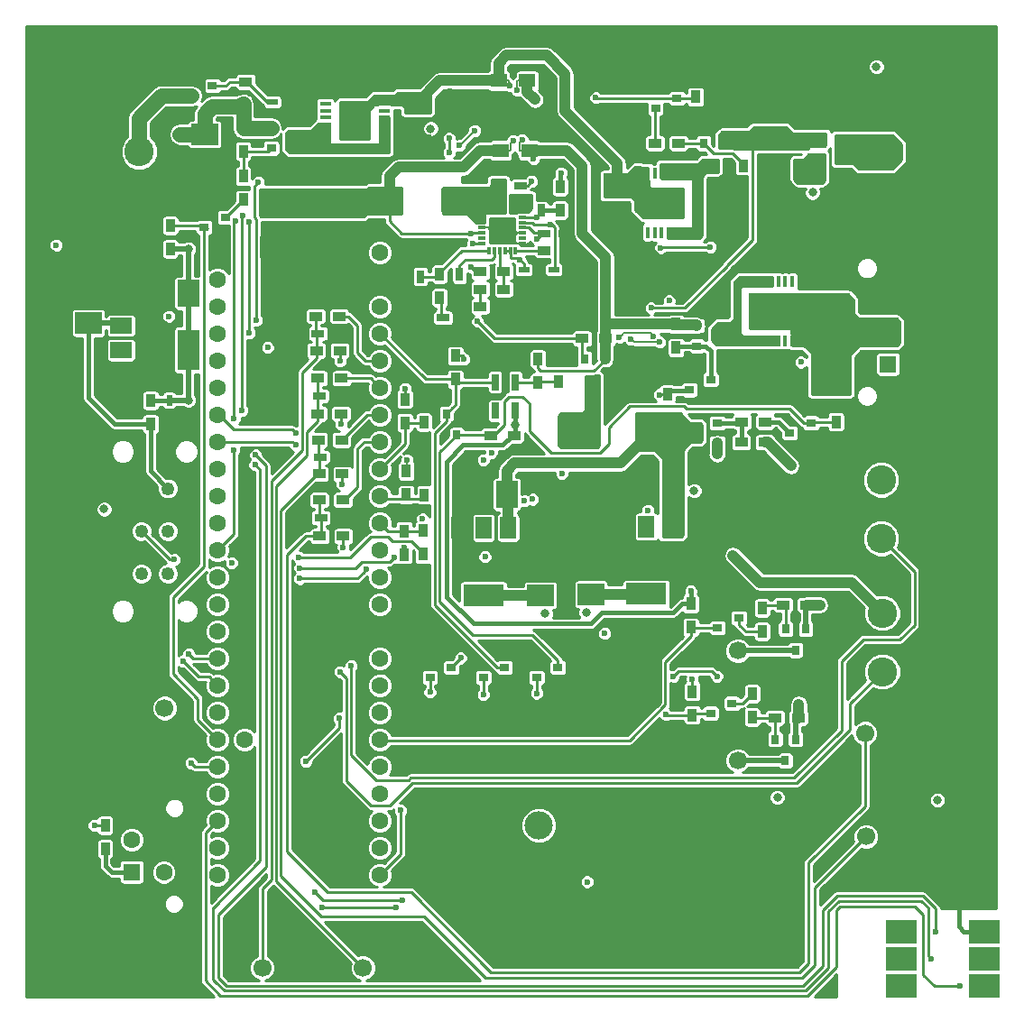
<source format=gbr>
G04 #@! TF.GenerationSoftware,KiCad,Pcbnew,(2017-08-25 revision dd37d0595)-makepkg*
G04 #@! TF.CreationDate,2018-05-28T16:00:08-04:00*
G04 #@! TF.ProjectId,MainboardRev1,4D61696E626F617264526576312E6B69,rev?*
G04 #@! TF.SameCoordinates,Original*
G04 #@! TF.FileFunction,Copper,L4,Bot,Signal*
G04 #@! TF.FilePolarity,Positive*
%FSLAX46Y46*%
G04 Gerber Fmt 4.6, Leading zero omitted, Abs format (unit mm)*
G04 Created by KiCad (PCBNEW (2017-08-25 revision dd37d0595)-makepkg) date 05/28/18 16:00:08*
%MOMM*%
%LPD*%
G01*
G04 APERTURE LIST*
%ADD10R,0.600000X1.000000*%
%ADD11R,1.050000X0.450000*%
%ADD12R,1.470000X0.895000*%
%ADD13R,2.500000X2.000000*%
%ADD14R,0.750000X1.200000*%
%ADD15R,1.200000X0.750000*%
%ADD16R,1.000000X0.600000*%
%ADD17R,3.000000X3.300000*%
%ADD18C,2.750000*%
%ADD19R,1.600000X1.600000*%
%ADD20C,1.800000*%
%ADD21C,1.600000*%
%ADD22R,2.000000X2.200000*%
%ADD23R,0.900000X0.800000*%
%ADD24R,0.800000X0.900000*%
%ADD25R,1.200000X0.900000*%
%ADD26R,0.900000X1.200000*%
%ADD27R,1.500000X1.300000*%
%ADD28R,0.650000X1.560000*%
%ADD29R,0.300000X0.750000*%
%ADD30R,0.750000X0.300000*%
%ADD31R,2.450000X2.450000*%
%ADD32R,3.000000X2.250000*%
%ADD33R,0.450000X1.050000*%
%ADD34R,0.895000X1.470000*%
%ADD35R,5.000000X3.400000*%
%ADD36C,5.000000*%
%ADD37R,2.000000X2.500000*%
%ADD38R,3.800000X2.000000*%
%ADD39R,1.500000X2.000000*%
%ADD40R,2.000000X3.800000*%
%ADD41R,2.000000X1.500000*%
%ADD42C,1.250000*%
%ADD43C,1.700000*%
%ADD44C,2.650000*%
%ADD45C,2.000000*%
%ADD46C,0.600000*%
%ADD47C,0.800000*%
%ADD48C,0.400000*%
%ADD49C,0.200000*%
%ADD50C,1.000000*%
%ADD51C,0.500000*%
%ADD52C,0.250000*%
%ADD53C,0.150000*%
%ADD54C,1.400000*%
%ADD55C,0.254000*%
G04 APERTURE END LIST*
D10*
X63930000Y-85590000D03*
X63930000Y-88390000D03*
D11*
X78565000Y-61655000D03*
X78565000Y-61005000D03*
X78565000Y-60355000D03*
X78565000Y-59705000D03*
X78565000Y-59055000D03*
X78565000Y-58405000D03*
X78565000Y-57755000D03*
X78565000Y-57105000D03*
X84115000Y-57105000D03*
X84115000Y-57755000D03*
X84115000Y-58405000D03*
X84115000Y-59055000D03*
X84115000Y-59705000D03*
X84115000Y-60355000D03*
X84115000Y-61005000D03*
X84115000Y-61655000D03*
D12*
X82075000Y-58037500D03*
X82075000Y-58932500D03*
X82075000Y-59827500D03*
X82075000Y-60722500D03*
X80605000Y-58037500D03*
X80605000Y-58932500D03*
X80605000Y-59827500D03*
X80605000Y-60722500D03*
D13*
X67250000Y-60640000D03*
X67250000Y-64640000D03*
X120510000Y-61020000D03*
X120510000Y-65020000D03*
D14*
X91150000Y-73800000D03*
X91150000Y-75700000D03*
X98820000Y-65880000D03*
X98820000Y-67780000D03*
D15*
X96880000Y-65430000D03*
X94980000Y-65430000D03*
D14*
X87480000Y-73985000D03*
X87480000Y-75885000D03*
D15*
X89625000Y-77850000D03*
X87725000Y-77850000D03*
D13*
X77500000Y-67250000D03*
X77500000Y-71250000D03*
D15*
X78160000Y-96640000D03*
X80060000Y-96640000D03*
X78010000Y-85190000D03*
X79910000Y-85190000D03*
X78090000Y-90930000D03*
X79990000Y-90930000D03*
X77870000Y-79340000D03*
X79770000Y-79340000D03*
D16*
X70830000Y-57600000D03*
X73630000Y-57600000D03*
D10*
X122940000Y-61040000D03*
X122940000Y-63840000D03*
D16*
X100000000Y-73340000D03*
X97200000Y-73340000D03*
D17*
X102060000Y-88430000D03*
X109260000Y-88430000D03*
X118660000Y-83460000D03*
X125860000Y-83460000D03*
D18*
X61100000Y-67750000D03*
X61100000Y-62250000D03*
X130900000Y-67750000D03*
X130900000Y-62250000D03*
D19*
X131370000Y-82200000D03*
D20*
X131370000Y-79200000D03*
X131370000Y-76200000D03*
D18*
X130730000Y-98560000D03*
X130730000Y-93060000D03*
X130830000Y-111070000D03*
X130830000Y-105570000D03*
D19*
X60410000Y-129870000D03*
D21*
X60410000Y-126870000D03*
X63410000Y-129870000D03*
X63410000Y-126870000D03*
D22*
X90490000Y-66860000D03*
X84590000Y-66860000D03*
D23*
X67970000Y-56080000D03*
X67970000Y-57980000D03*
X65970000Y-57030000D03*
X124940000Y-62940000D03*
X124940000Y-61040000D03*
X126940000Y-61990000D03*
X73490000Y-61940000D03*
X73490000Y-60040000D03*
X75490000Y-60990000D03*
D24*
X114060000Y-61460000D03*
X115960000Y-61460000D03*
X115010000Y-63460000D03*
D23*
X67193200Y-69379000D03*
X67193200Y-67479000D03*
X69193200Y-68429000D03*
X111550000Y-57250000D03*
X111550000Y-59150000D03*
X109550000Y-58200000D03*
D24*
X89940000Y-86860000D03*
X91840000Y-86860000D03*
X90890000Y-88860000D03*
X102910000Y-81720000D03*
X104810000Y-81720000D03*
X103860000Y-83720000D03*
D23*
X115350000Y-87730000D03*
X115350000Y-89630000D03*
X113350000Y-88680000D03*
X124150000Y-87720000D03*
X124150000Y-89620000D03*
X122150000Y-88670000D03*
X95390000Y-110680000D03*
X95390000Y-112580000D03*
X93390000Y-111630000D03*
X90390000Y-110680000D03*
X90390000Y-112580000D03*
X88390000Y-111630000D03*
X100390000Y-110680000D03*
X100390000Y-112580000D03*
X98390000Y-111630000D03*
X113440000Y-80500000D03*
X113440000Y-78600000D03*
X115440000Y-79550000D03*
X112740000Y-84630000D03*
X112740000Y-82730000D03*
X114740000Y-83680000D03*
D25*
X71090000Y-55700000D03*
X73290000Y-55700000D03*
X124630000Y-64760000D03*
X126830000Y-64760000D03*
D26*
X98510000Y-81720000D03*
X98510000Y-83920000D03*
X100440000Y-83880000D03*
X100440000Y-81680000D03*
X100600000Y-67750000D03*
X100600000Y-65550000D03*
X70860000Y-60030000D03*
X70860000Y-62230000D03*
D25*
X99090000Y-71530000D03*
X101290000Y-71530000D03*
D26*
X117800000Y-61380000D03*
X117800000Y-63580000D03*
X90780000Y-81420000D03*
X90780000Y-83620000D03*
X70860000Y-64560400D03*
X70860000Y-66760400D03*
D25*
X111720000Y-61460000D03*
X109520000Y-61460000D03*
D26*
X64010000Y-71390000D03*
X64010000Y-69190000D03*
X113320000Y-57120000D03*
X113320000Y-59320000D03*
D25*
X96290000Y-88910000D03*
X94090000Y-88910000D03*
D26*
X89280000Y-75975000D03*
X89280000Y-73775000D03*
D25*
X104870000Y-79800000D03*
X102670000Y-79800000D03*
X93100000Y-73535000D03*
X95300000Y-73535000D03*
X95300000Y-75175000D03*
X93100000Y-75175000D03*
X93100000Y-76800000D03*
X95300000Y-76800000D03*
X119810000Y-89530000D03*
X117610000Y-89530000D03*
X117650000Y-87620000D03*
X119850000Y-87620000D03*
D26*
X126510000Y-87630000D03*
X126510000Y-89830000D03*
D27*
X97525000Y-55600000D03*
X94825000Y-55600000D03*
X97720000Y-62140000D03*
X95020000Y-62140000D03*
D26*
X62180000Y-85620000D03*
X62180000Y-87820000D03*
X111460000Y-78450000D03*
X111460000Y-80650000D03*
X110660000Y-85040000D03*
X110660000Y-82840000D03*
X85970000Y-100060000D03*
X85970000Y-97860000D03*
X87730000Y-97840000D03*
X87730000Y-100040000D03*
X86150000Y-92240000D03*
X86150000Y-94440000D03*
X87870000Y-94470000D03*
X87870000Y-92270000D03*
X86030000Y-85500000D03*
X86030000Y-87700000D03*
X87820000Y-87640000D03*
X87820000Y-85440000D03*
X57910000Y-127710000D03*
X57910000Y-125510000D03*
D25*
X80250000Y-98330000D03*
X78050000Y-98330000D03*
X80040000Y-86860000D03*
X77840000Y-86860000D03*
X80210000Y-94960000D03*
X78010000Y-94960000D03*
X80080000Y-83520000D03*
X77880000Y-83520000D03*
X80170000Y-92520000D03*
X77970000Y-92520000D03*
X79940000Y-80940000D03*
X77740000Y-80940000D03*
D28*
X94500000Y-83890000D03*
X95450000Y-83890000D03*
X96400000Y-83890000D03*
X96400000Y-86590000D03*
X94500000Y-86590000D03*
D29*
X96420000Y-71550000D03*
X95920000Y-71550000D03*
X95420000Y-71550000D03*
X94920000Y-71550000D03*
X94420000Y-71550000D03*
X93920000Y-71550000D03*
D30*
X93270000Y-70900000D03*
X93270000Y-70400000D03*
X93270000Y-69900000D03*
X93270000Y-69400000D03*
X93270000Y-68900000D03*
X93270000Y-68400000D03*
D29*
X93920000Y-67750000D03*
X94420000Y-67750000D03*
X94920000Y-67750000D03*
X95420000Y-67750000D03*
X95920000Y-67750000D03*
X96420000Y-67750000D03*
D30*
X97070000Y-68400000D03*
X97070000Y-68900000D03*
X97070000Y-69400000D03*
X97070000Y-69900000D03*
X97070000Y-70400000D03*
X97070000Y-70900000D03*
D31*
X95170000Y-69650000D03*
D21*
X68460000Y-112350000D03*
X68460000Y-114890000D03*
X68460000Y-117430000D03*
X68460000Y-119970000D03*
X68460000Y-109810000D03*
X68460000Y-107270000D03*
X68460000Y-104730000D03*
X68460000Y-122510000D03*
X68460000Y-125050000D03*
X68460000Y-127590000D03*
X68460000Y-130130000D03*
X71000000Y-117430000D03*
X83700000Y-130130000D03*
X83700000Y-127590000D03*
X83700000Y-125050000D03*
X83700000Y-122510000D03*
X83700000Y-119970000D03*
X83700000Y-117430000D03*
X83700000Y-114890000D03*
X83700000Y-112350000D03*
X68460000Y-102190000D03*
X68460000Y-99650000D03*
X68460000Y-97110000D03*
X68460000Y-94570000D03*
X68460000Y-92030000D03*
X68460000Y-89490000D03*
X68460000Y-86950000D03*
X68460000Y-84410000D03*
X68460000Y-81870000D03*
X68460000Y-79330000D03*
X68460000Y-76790000D03*
X68460000Y-74250000D03*
D19*
X68460000Y-71710000D03*
D21*
X83700000Y-109810000D03*
X83700000Y-107270000D03*
X83700000Y-104730000D03*
X83700000Y-102190000D03*
X83700000Y-99650000D03*
X83700000Y-97110000D03*
X83700000Y-94570000D03*
X83700000Y-92030000D03*
X83700000Y-89490000D03*
X83700000Y-86950000D03*
X83700000Y-84410000D03*
X83700000Y-81870000D03*
X83700000Y-79330000D03*
X83700000Y-76790000D03*
X83700000Y-74250000D03*
X83700000Y-71710000D03*
D32*
X140400000Y-135460000D03*
X140400000Y-138000000D03*
X140400000Y-140540000D03*
X132600000Y-140540000D03*
X132600000Y-138000000D03*
X132600000Y-135460000D03*
D33*
X112715000Y-69865000D03*
X112065000Y-69865000D03*
X111415000Y-69865000D03*
X110765000Y-69865000D03*
X110115000Y-69865000D03*
X109465000Y-69865000D03*
X108815000Y-69865000D03*
X108165000Y-69865000D03*
X108165000Y-64315000D03*
X108815000Y-64315000D03*
X109465000Y-64315000D03*
X110115000Y-64315000D03*
X110765000Y-64315000D03*
X111415000Y-64315000D03*
X112065000Y-64315000D03*
X112715000Y-64315000D03*
D34*
X109097500Y-66355000D03*
X109992500Y-66355000D03*
X110887500Y-66355000D03*
X111782500Y-66355000D03*
X109097500Y-67825000D03*
X109992500Y-67825000D03*
X110887500Y-67825000D03*
X111782500Y-67825000D03*
D33*
X118485000Y-74455000D03*
X119135000Y-74455000D03*
X119785000Y-74455000D03*
X120435000Y-74455000D03*
X121085000Y-74455000D03*
X121735000Y-74455000D03*
X122385000Y-74455000D03*
X123035000Y-74455000D03*
X123035000Y-80005000D03*
X122385000Y-80005000D03*
X121735000Y-80005000D03*
X121085000Y-80005000D03*
X120435000Y-80005000D03*
X119785000Y-80005000D03*
X119135000Y-80005000D03*
X118485000Y-80005000D03*
D35*
X120760000Y-77230000D03*
D36*
X54000000Y-62000000D03*
X138000000Y-62000000D03*
X54000000Y-130000000D03*
X138000000Y-130000000D03*
D13*
X73710000Y-67240000D03*
X73710000Y-71240000D03*
D37*
X111230200Y-94438600D03*
X107230200Y-94438600D03*
D13*
X98750000Y-103900000D03*
X98750000Y-99900000D03*
X103500000Y-103800000D03*
X103500000Y-99800000D03*
D38*
X93420000Y-103890000D03*
D39*
X93420000Y-97590000D03*
X95720000Y-97590000D03*
X91120000Y-97590000D03*
D38*
X108700000Y-103750000D03*
D39*
X108700000Y-97450000D03*
X111000000Y-97450000D03*
X106400000Y-97450000D03*
D40*
X65710000Y-80890000D03*
D41*
X59410000Y-80890000D03*
X59410000Y-78590000D03*
X59410000Y-83190000D03*
D42*
X63800000Y-93880000D03*
X63800000Y-97880000D03*
X63800000Y-101880000D03*
X61300000Y-93880000D03*
X61300000Y-97880000D03*
X61300000Y-101880000D03*
D37*
X65706800Y-75566400D03*
X61706800Y-75566400D03*
D13*
X126030000Y-77210000D03*
X126030000Y-73210000D03*
D43*
X82110000Y-138870000D03*
X79570000Y-138920000D03*
X129310000Y-126540000D03*
X131850000Y-126490000D03*
D25*
X80100000Y-89330000D03*
X77900000Y-89330000D03*
X79860000Y-77710000D03*
X77660000Y-77710000D03*
D23*
X115380000Y-106960000D03*
X115380000Y-105060000D03*
X117380000Y-106010000D03*
D44*
X98600000Y-125500000D03*
D45*
X101140000Y-122960000D03*
X96060000Y-122960000D03*
X96060000Y-128040000D03*
X101140000Y-128040000D03*
D43*
X129220000Y-116860000D03*
X131760000Y-116810000D03*
X72660000Y-138870000D03*
X70120000Y-138920000D03*
X117280000Y-119410000D03*
X114740000Y-119460000D03*
X117280000Y-109110000D03*
X114740000Y-109160000D03*
D24*
X120790000Y-117420000D03*
X122690000Y-117420000D03*
X121740000Y-119420000D03*
X121750000Y-107050000D03*
X123650000Y-107050000D03*
X122700000Y-109050000D03*
D23*
X114730000Y-114980000D03*
X114730000Y-113080000D03*
X116730000Y-114030000D03*
D25*
X122970000Y-115390000D03*
X120770000Y-115390000D03*
X123730000Y-104800000D03*
X121530000Y-104800000D03*
D26*
X118630000Y-115340000D03*
X118630000Y-113140000D03*
X119550000Y-105100000D03*
X119550000Y-107300000D03*
X113010000Y-112930000D03*
X113010000Y-115130000D03*
X112860000Y-104710000D03*
X112860000Y-106910000D03*
D13*
X80890000Y-67240000D03*
X80890000Y-71240000D03*
X87200000Y-57700000D03*
X87200000Y-61700000D03*
X105960000Y-65340000D03*
X105960000Y-69340000D03*
D37*
X95600000Y-94440000D03*
X91600000Y-94440000D03*
D13*
X56340800Y-78366500D03*
X56340800Y-74366500D03*
D43*
X63490000Y-114490000D03*
X60950000Y-114540000D03*
D15*
X101030000Y-69980000D03*
X99130000Y-69980000D03*
D46*
X100680000Y-64270000D03*
D47*
X97560000Y-67390000D03*
X115340000Y-90630000D03*
X124980000Y-104800000D03*
X122990000Y-114130000D03*
X113180000Y-94090000D03*
X122260000Y-91730000D03*
D46*
X104790000Y-107490000D03*
X96575010Y-56505183D03*
D47*
X98250000Y-57370000D03*
D46*
X59900000Y-101325000D03*
X54125000Y-103000000D03*
X59225000Y-107600000D03*
X125450000Y-112175000D03*
X90326000Y-56618000D03*
X75848000Y-64238000D03*
X85500000Y-62460000D03*
X88294000Y-71096000D03*
X90580000Y-129008000D03*
X105312000Y-86336000D03*
X107852000Y-83288000D03*
X91596000Y-91416000D03*
X91088000Y-101576000D03*
X101248000Y-101322000D03*
X111154000Y-119356000D03*
X103710000Y-116550000D03*
X90440000Y-116390000D03*
X79710000Y-118570000D03*
X80880000Y-128410000D03*
X140460000Y-121320000D03*
X126730000Y-101570000D03*
X134630000Y-102840000D03*
X140500000Y-82870000D03*
X140500000Y-67270000D03*
X114529998Y-59475000D03*
X113225000Y-55125000D03*
X110200000Y-54475000D03*
X72425000Y-58050000D03*
X63906029Y-65081029D03*
X56800000Y-57500000D03*
X51900000Y-51225000D03*
X60550000Y-51175000D03*
X68825000Y-51125000D03*
X76175000Y-51075000D03*
X84900000Y-51000000D03*
X93125000Y-51000000D03*
X101250000Y-50900000D03*
X108250000Y-51175000D03*
X113825000Y-51175000D03*
X118275000Y-51275000D03*
X123650000Y-51250000D03*
X132125000Y-51100000D03*
X138775000Y-52175000D03*
X119700000Y-66950000D03*
X116925000Y-66475000D03*
X110300000Y-72775000D03*
X106750000Y-75675000D03*
X96475000Y-77875000D03*
X100675000Y-77950000D03*
X74075000Y-73325000D03*
X76500000Y-73350000D03*
X78850000Y-73350000D03*
X76075000Y-79225000D03*
X80950000Y-73300000D03*
X62500000Y-81875000D03*
X58850000Y-74175000D03*
X57550000Y-83025000D03*
X54175000Y-89375000D03*
X63425000Y-136650000D03*
X56150000Y-140675000D03*
X50975000Y-135450000D03*
X51750000Y-125050000D03*
X51625000Y-106300000D03*
X52975000Y-115225000D03*
X62800000Y-118525000D03*
X90050000Y-139700000D03*
X84025000Y-136150000D03*
X125900000Y-141000000D03*
X129200000Y-131250000D03*
X119100000Y-126950000D03*
X112250000Y-132750000D03*
X112800000Y-123100000D03*
X105750000Y-123050000D03*
X105650000Y-126550000D03*
X95460000Y-82010000D03*
X97783044Y-96446956D03*
X120260000Y-85680000D03*
X117340010Y-85600000D03*
X102480000Y-72320000D03*
X98020000Y-64030000D03*
X95770000Y-70190000D03*
X94560000Y-68920000D03*
X94560000Y-70230000D03*
X95860000Y-68930000D03*
X119770000Y-72760000D03*
X104870000Y-96480000D03*
X71450000Y-137550000D03*
X70070000Y-137500000D03*
X78070000Y-139470000D03*
X78380000Y-137500000D03*
X105740000Y-129950000D03*
D47*
X120520000Y-96420000D03*
D46*
X60640000Y-85180000D03*
X63950000Y-89460000D03*
X56410000Y-92560000D03*
X141070000Y-57200000D03*
X140220000Y-98200000D03*
X140160000Y-110460000D03*
X109150000Y-76940000D03*
X87680000Y-96739998D03*
X85980000Y-99425010D03*
D47*
X64930000Y-60630000D03*
D46*
X98410000Y-68430000D03*
X92400010Y-70900000D03*
X96190000Y-61220000D03*
X92200000Y-69925000D03*
X92225000Y-73100000D03*
X95890000Y-56090000D03*
D47*
X96510000Y-103900000D03*
X105740000Y-103800000D03*
D46*
X91570000Y-81750000D03*
D47*
X96360000Y-87880000D03*
X57810000Y-95810000D03*
X65710000Y-85590000D03*
D46*
X113010000Y-111740000D03*
X112860000Y-103510000D03*
D47*
X65710000Y-71390000D03*
D46*
X96810000Y-72400000D03*
X98430000Y-70440000D03*
X93386700Y-113221900D03*
X53300000Y-71030000D03*
X108850000Y-95949998D03*
D47*
X99220000Y-105640000D03*
D46*
X98390500Y-113107600D03*
X71410000Y-79270000D03*
X71393248Y-68839022D03*
X80999998Y-110520000D03*
X86200000Y-91190000D03*
X86050000Y-84500000D03*
X79930000Y-111070000D03*
D47*
X116810000Y-100150000D03*
D46*
X103960000Y-57210000D03*
X72290000Y-65130000D03*
X72078051Y-78081949D03*
X92860000Y-78200000D03*
X98110000Y-62940000D03*
X97050000Y-61160000D03*
X109930000Y-85070002D03*
X79890000Y-115440000D03*
X76740000Y-119470000D03*
X85650000Y-124100000D03*
X111230000Y-111510000D03*
X115310000Y-111510000D03*
X65960000Y-119630000D03*
X65750000Y-109420000D03*
X65230000Y-110110000D03*
X80244990Y-99410000D03*
X100760000Y-92470020D03*
X123200000Y-82020000D03*
X110830000Y-76250000D03*
X79940000Y-81900000D03*
X80040000Y-87830000D03*
X80160000Y-93500000D03*
X73150000Y-80650000D03*
X93550000Y-100290000D03*
X91270000Y-109790000D03*
X56890000Y-125500000D03*
X63890000Y-77710000D03*
D47*
X88460168Y-60100074D03*
X124290000Y-66100000D03*
X130290000Y-54270000D03*
X136000000Y-123120000D03*
X120990000Y-122850000D03*
D46*
X103150000Y-130790000D03*
D47*
X103040000Y-105540000D03*
D46*
X94150000Y-90510020D03*
X91140000Y-61690000D03*
X98030000Y-94890000D03*
X72027824Y-90730593D03*
X110050000Y-71275010D03*
X92600000Y-60280000D03*
X114679000Y-71210000D03*
X135840000Y-135490000D03*
X76100000Y-100360000D03*
X69770000Y-100860000D03*
X64410000Y-100550000D03*
X90180000Y-61020000D03*
X90180000Y-62340000D03*
X93410000Y-91200000D03*
X97240000Y-95020000D03*
X71960000Y-91660000D03*
X135435010Y-138020000D03*
X85817500Y-132538600D03*
X77562500Y-131790388D03*
X75774969Y-88650000D03*
X82450000Y-101470000D03*
X76157279Y-102339744D03*
X138110000Y-140590000D03*
X78250277Y-133160691D03*
X85233300Y-133163620D03*
X107219999Y-79840001D03*
X109936632Y-80147960D03*
X85019998Y-100380000D03*
X76180000Y-101340000D03*
X70143226Y-68786251D03*
X69990000Y-90260000D03*
X70010000Y-87310000D03*
X70840567Y-68235020D03*
X70756074Y-86543270D03*
X75774969Y-89777226D03*
X106130000Y-79700000D03*
X109378427Y-79572940D03*
X110540000Y-115120000D03*
X99650000Y-69104982D03*
X97910000Y-65070000D03*
X88382900Y-112980002D03*
D48*
X100600000Y-65550000D02*
X100600000Y-64350000D01*
X100600000Y-64350000D02*
X100680000Y-64270000D01*
D49*
X96420000Y-67750000D02*
X97200000Y-67750000D01*
X97200000Y-67750000D02*
X97560000Y-67390000D01*
D50*
X119810000Y-89530000D02*
X120060000Y-89530000D01*
X120060000Y-89530000D02*
X122260000Y-91730000D01*
X115350000Y-89630000D02*
X115350000Y-90620000D01*
X115350000Y-90620000D02*
X115340000Y-90630000D01*
X123730000Y-104800000D02*
X124980000Y-104800000D01*
X122990000Y-114130000D02*
X122990000Y-115370000D01*
X122990000Y-115370000D02*
X122970000Y-115390000D01*
D51*
X122690000Y-117420000D02*
X122690000Y-115670000D01*
X122690000Y-115670000D02*
X122970000Y-115390000D01*
X123650000Y-107050000D02*
X123650000Y-104880000D01*
X123650000Y-104880000D02*
X123730000Y-104800000D01*
D49*
X96575010Y-56505183D02*
X96575010Y-55684990D01*
X96575010Y-55684990D02*
X96660000Y-55600000D01*
X96660000Y-55600000D02*
X97525000Y-55600000D01*
D50*
X97525000Y-55600000D02*
X97525000Y-56645000D01*
X97525000Y-56645000D02*
X98250000Y-57370000D01*
D52*
X114740000Y-109160000D02*
X117030000Y-111450000D01*
X117030000Y-111450000D02*
X124725000Y-111450000D01*
X124725000Y-111450000D02*
X125450000Y-112175000D01*
X85500000Y-62460000D02*
X85246000Y-62714000D01*
X87200000Y-61700000D02*
X86260000Y-61700000D01*
X86260000Y-61700000D02*
X85500000Y-62460000D01*
X96060000Y-128040000D02*
X91548000Y-128040000D01*
X91548000Y-128040000D02*
X90580000Y-129008000D01*
X91600000Y-94440000D02*
X91600000Y-91420000D01*
X91600000Y-91420000D02*
X91596000Y-91416000D01*
X103500000Y-99800000D02*
X103250000Y-99800000D01*
X103250000Y-99800000D02*
X101728000Y-101322000D01*
X101728000Y-101322000D02*
X101248000Y-101322000D01*
X114740000Y-119460000D02*
X111258000Y-119460000D01*
X111258000Y-119460000D02*
X111154000Y-119356000D01*
X90440000Y-116390000D02*
X103550000Y-116390000D01*
X103550000Y-116390000D02*
X103710000Y-116550000D01*
X80880000Y-128410000D02*
X79710000Y-127240000D01*
X79710000Y-127240000D02*
X79710000Y-118570000D01*
X105740000Y-129950000D02*
X97470000Y-138220000D01*
X97470000Y-138220000D02*
X95880000Y-138220000D01*
X140500000Y-67270000D02*
X140500000Y-82870000D01*
X113320000Y-59320000D02*
X114374998Y-59320000D01*
X114374998Y-59320000D02*
X114529998Y-59475000D01*
X110200000Y-54475000D02*
X110850000Y-55125000D01*
X110850000Y-55125000D02*
X113225000Y-55125000D01*
X56800000Y-57500000D02*
X56800000Y-60466002D01*
X56800000Y-60466002D02*
X61415027Y-65081029D01*
X61415027Y-65081029D02*
X63906029Y-65081029D01*
X60550000Y-51175000D02*
X51950000Y-51175000D01*
X51950000Y-51175000D02*
X51900000Y-51225000D01*
X76175000Y-51075000D02*
X68875000Y-51075000D01*
X68875000Y-51075000D02*
X68825000Y-51125000D01*
X93125000Y-51000000D02*
X84900000Y-51000000D01*
X108250000Y-51175000D02*
X101525000Y-51175000D01*
X101525000Y-51175000D02*
X101250000Y-50900000D01*
X118275000Y-51275000D02*
X113925000Y-51275000D01*
X113925000Y-51275000D02*
X113825000Y-51175000D01*
X132125000Y-51100000D02*
X123800000Y-51100000D01*
X123800000Y-51100000D02*
X123650000Y-51250000D01*
X141070000Y-57200000D02*
X141070000Y-54470000D01*
X141070000Y-54470000D02*
X138775000Y-52175000D01*
X116925000Y-66899264D02*
X116925000Y-66475000D01*
X116925000Y-70675000D02*
X116925000Y-66899264D01*
X114825000Y-72775000D02*
X116925000Y-70675000D01*
X110300000Y-72775000D02*
X114825000Y-72775000D01*
X105960000Y-69340000D02*
X105960000Y-74885000D01*
X105960000Y-74885000D02*
X106750000Y-75675000D01*
X102480000Y-72320000D02*
X102480000Y-76145000D01*
X102480000Y-76145000D02*
X100675000Y-77950000D01*
X74374999Y-73624999D02*
X74075000Y-73325000D01*
X76075000Y-75325000D02*
X74374999Y-73624999D01*
X76075000Y-79225000D02*
X76075000Y-75325000D01*
X78850000Y-73350000D02*
X76500000Y-73350000D01*
X80890000Y-71240000D02*
X80890000Y-73240000D01*
X80890000Y-73240000D02*
X80950000Y-73300000D01*
X62500000Y-81450736D02*
X62500000Y-81875000D01*
X62500000Y-77825000D02*
X62500000Y-81450736D01*
X58850000Y-74175000D02*
X62500000Y-77825000D01*
X58658500Y-74366500D02*
X58850000Y-74175000D01*
X56340800Y-74366500D02*
X58658500Y-74366500D01*
X56410000Y-92560000D02*
X56410000Y-91610000D01*
X56410000Y-91610000D02*
X54175000Y-89375000D01*
X50975000Y-135450000D02*
X56150000Y-140625000D01*
X56150000Y-140625000D02*
X56150000Y-140675000D01*
X52975000Y-115225000D02*
X52975000Y-123825000D01*
X52975000Y-123825000D02*
X51750000Y-125050000D01*
X62800000Y-118525000D02*
X59500000Y-115225000D01*
X59500000Y-115225000D02*
X52975000Y-115225000D01*
X84025000Y-136150000D02*
X86500000Y-136150000D01*
X86500000Y-136150000D02*
X90050000Y-139700000D01*
X112250000Y-132750000D02*
X118050000Y-126950000D01*
X118050000Y-126950000D02*
X119100000Y-126950000D01*
X105750000Y-123050000D02*
X112750000Y-123050000D01*
X112750000Y-123050000D02*
X112800000Y-123100000D01*
X95450000Y-83890000D02*
X95450000Y-82020000D01*
X95450000Y-82020000D02*
X95460000Y-82010000D01*
D53*
X118660000Y-83460000D02*
X118660000Y-85260000D01*
X118660000Y-85260000D02*
X118320000Y-85600000D01*
X118320000Y-85600000D02*
X117340010Y-85600000D01*
D48*
X140400000Y-135460000D02*
X138500000Y-135460000D01*
X138500000Y-135460000D02*
X138000000Y-134960000D01*
X138000000Y-134960000D02*
X138000000Y-133535533D01*
X138000000Y-133535533D02*
X138000000Y-130000000D01*
D52*
X101290000Y-71530000D02*
X101690000Y-71530000D01*
X101690000Y-71530000D02*
X102480000Y-72320000D01*
X95730000Y-70230000D02*
X95770000Y-70190000D01*
X94560000Y-70230000D02*
X95730000Y-70230000D01*
X94560000Y-70230000D02*
X94560000Y-68920000D01*
X95860000Y-68930000D02*
X94560000Y-70230000D01*
D49*
X96245000Y-69315000D02*
X96159999Y-69229999D01*
X96245000Y-69650000D02*
X96245000Y-69315000D01*
X96159999Y-69229999D02*
X95860000Y-68930000D01*
X95860000Y-69354264D02*
X95860000Y-68930000D01*
X96544999Y-70874999D02*
X95549999Y-69879999D01*
X97044999Y-70874999D02*
X96544999Y-70874999D01*
X95730001Y-69369999D02*
X95844265Y-69369999D01*
X95570000Y-69900000D02*
X95549999Y-69879999D01*
X97070000Y-69900000D02*
X95570000Y-69900000D01*
X97070000Y-70900000D02*
X97044999Y-70874999D01*
X93270000Y-69400000D02*
X95700000Y-69400000D01*
X95700000Y-69400000D02*
X95730001Y-69369999D01*
X95844265Y-69369999D02*
X95860000Y-69354264D01*
X95549999Y-69879999D02*
X95549999Y-69550001D01*
X95549999Y-69550001D02*
X95730001Y-69369999D01*
D48*
X70120000Y-138920000D02*
X70120000Y-137550000D01*
X70120000Y-137550000D02*
X70070000Y-137500000D01*
X63930000Y-88390000D02*
X63930000Y-89440000D01*
X63930000Y-89440000D02*
X63950000Y-89460000D01*
D52*
X73290000Y-55700000D02*
X74980000Y-55700000D01*
X76385000Y-57105000D02*
X78565000Y-57105000D01*
X74980000Y-55700000D02*
X76385000Y-57105000D01*
X118530000Y-61370000D02*
X118520000Y-61380000D01*
X118520000Y-61380000D02*
X117800000Y-61380000D01*
X118680000Y-61520000D02*
X118530000Y-61370000D01*
X118680000Y-70530000D02*
X118680000Y-61520000D01*
X116250000Y-72960000D02*
X118680000Y-70530000D01*
X116250000Y-72970000D02*
X116250000Y-72960000D01*
X112280000Y-76940000D02*
X116250000Y-72970000D01*
X109150000Y-76940000D02*
X112280000Y-76940000D01*
D49*
X85970000Y-100060000D02*
X85970000Y-99435010D01*
X85970000Y-99435010D02*
X85980000Y-99425010D01*
D54*
X67250000Y-60640000D02*
X64940000Y-60640000D01*
X64940000Y-60640000D02*
X64930000Y-60630000D01*
X70860000Y-60030000D02*
X73480000Y-60030000D01*
X73480000Y-60030000D02*
X73490000Y-60040000D01*
X70860000Y-60030000D02*
X70860000Y-57800000D01*
X67970000Y-57980000D02*
X70450000Y-57980000D01*
X70450000Y-57980000D02*
X70830000Y-57800000D01*
X67250000Y-60640000D02*
X67250000Y-58700000D01*
X67250000Y-58700000D02*
X67970000Y-57980000D01*
D48*
X100600000Y-67750000D02*
X98850000Y-67750000D01*
X98850000Y-67750000D02*
X98820000Y-67780000D01*
D52*
X98820000Y-68020000D02*
X98709999Y-68130001D01*
X98820000Y-67780000D02*
X98820000Y-68020000D01*
X97070000Y-68400000D02*
X98380000Y-68400000D01*
X98380000Y-68400000D02*
X98410000Y-68430000D01*
X98709999Y-68130001D02*
X98410000Y-68430000D01*
X93270000Y-70900000D02*
X92400010Y-70900000D01*
X89280000Y-73775000D02*
X89280000Y-73625000D01*
X89280000Y-73625000D02*
X91355000Y-71550000D01*
X91355000Y-71550000D02*
X93520000Y-71550000D01*
X93520000Y-71550000D02*
X93920000Y-71550000D01*
X87480000Y-73985000D02*
X89070000Y-73985000D01*
X89070000Y-73985000D02*
X89280000Y-73775000D01*
X89625000Y-77850000D02*
X89450000Y-77675000D01*
X89450000Y-76145000D02*
X89280000Y-75975000D01*
X89450000Y-77675000D02*
X89450000Y-76145000D01*
X85745001Y-69925001D02*
X84590000Y-68770000D01*
X84590000Y-68770000D02*
X84590000Y-66860000D01*
X92200000Y-69925000D02*
X85745001Y-69925001D01*
D49*
X94890000Y-62150000D02*
X95900000Y-62150000D01*
X95900000Y-62150000D02*
X95960000Y-62090000D01*
X95960000Y-62090000D02*
X95960000Y-61450000D01*
X95960000Y-61450000D02*
X96190000Y-61220000D01*
X94850000Y-62150000D02*
X94890000Y-62150000D01*
D52*
X92200000Y-69925000D02*
X92225000Y-69900000D01*
X92225000Y-69900000D02*
X93270000Y-69900000D01*
D50*
X85430000Y-63730000D02*
X84590000Y-64570000D01*
X84590000Y-64570000D02*
X84590000Y-66860000D01*
X91520000Y-63730000D02*
X85430000Y-63730000D01*
X94850000Y-62150000D02*
X93100000Y-62150000D01*
X93100000Y-62150000D02*
X91520000Y-63730000D01*
D49*
X95455000Y-62715000D02*
X94890000Y-62150000D01*
D52*
X93100000Y-73535000D02*
X92660000Y-73535000D01*
X92660000Y-73535000D02*
X92225000Y-73100000D01*
D49*
X95890000Y-56090000D02*
X95890000Y-55790000D01*
X95890000Y-55790000D02*
X95700000Y-55600000D01*
X95700000Y-55600000D02*
X94825000Y-55600000D01*
D50*
X94825000Y-55600000D02*
X89300000Y-55600000D01*
X89300000Y-55600000D02*
X87200000Y-57700000D01*
X105960000Y-65340000D02*
X105960000Y-63340000D01*
X105960000Y-63340000D02*
X101060000Y-58440000D01*
X99340000Y-53220000D02*
X95555000Y-53220000D01*
X101060000Y-58440000D02*
X101060000Y-54940000D01*
X101060000Y-54940000D02*
X99340000Y-53220000D01*
X95555000Y-53220000D02*
X94825000Y-53950000D01*
X94825000Y-53950000D02*
X94825000Y-55600000D01*
X95600000Y-94440000D02*
X95600000Y-92190000D01*
X106330000Y-91470000D02*
X109260000Y-88540000D01*
X95600000Y-92190000D02*
X96320000Y-91470000D01*
X96320000Y-91470000D02*
X106330000Y-91470000D01*
X109260000Y-88540000D02*
X109260000Y-88430000D01*
X95720000Y-97590000D02*
X95720000Y-94560000D01*
X95720000Y-94560000D02*
X95600000Y-94440000D01*
X98750000Y-103900000D02*
X96510000Y-103900000D01*
X96510000Y-103900000D02*
X93430000Y-103900000D01*
X93430000Y-103900000D02*
X93420000Y-103890000D01*
X103500000Y-103800000D02*
X105740000Y-103800000D01*
X105740000Y-103800000D02*
X108650000Y-103800000D01*
X108650000Y-103800000D02*
X108700000Y-103750000D01*
D48*
X62180000Y-87820000D02*
X62180000Y-92260000D01*
X62180000Y-92260000D02*
X63800000Y-93880000D01*
X62180000Y-87820000D02*
X58790000Y-87820000D01*
X58790000Y-87820000D02*
X56340800Y-85370800D01*
X56340800Y-85370800D02*
X56340800Y-78366500D01*
D51*
X56340800Y-78366500D02*
X59186500Y-78366500D01*
X59186500Y-78366500D02*
X59410000Y-78590000D01*
X63800000Y-93880000D02*
X63453000Y-93880000D01*
D48*
X112010000Y-104710000D02*
X111170000Y-105550000D01*
X91500000Y-89810000D02*
X95240000Y-89810000D01*
X103510000Y-106570000D02*
X92460000Y-106570000D01*
X112860000Y-104710000D02*
X112010000Y-104710000D01*
X89950000Y-91360000D02*
X91500000Y-89810000D01*
X92460000Y-106570000D02*
X89950000Y-104060000D01*
X111170000Y-105550000D02*
X104530000Y-105550000D01*
X104530000Y-105550000D02*
X103510000Y-106570000D01*
X95240000Y-89810000D02*
X96140000Y-88910000D01*
X89950000Y-104060000D02*
X89950000Y-91360000D01*
X96140000Y-88910000D02*
X96290000Y-88910000D01*
D52*
X65710000Y-71390000D02*
X65710000Y-75563200D01*
X65710000Y-75563200D02*
X65706800Y-75566400D01*
X91570000Y-81510000D02*
X91570000Y-81750000D01*
X91480000Y-81420000D02*
X91570000Y-81510000D01*
X90780000Y-81420000D02*
X91480000Y-81420000D01*
D48*
X112860000Y-103510000D02*
X112860000Y-104710000D01*
X96400000Y-86590000D02*
X96400000Y-87840000D01*
X96400000Y-87840000D02*
X96360000Y-87880000D01*
X96360000Y-87880000D02*
X96360000Y-88840000D01*
X96360000Y-88840000D02*
X96290000Y-88910000D01*
D51*
X65710000Y-80890000D02*
X65710000Y-85590000D01*
X65710000Y-85590000D02*
X63930000Y-85590000D01*
D52*
X113010000Y-112930000D02*
X113010000Y-111740000D01*
D48*
X62180000Y-85620000D02*
X63900000Y-85620000D01*
X63900000Y-85620000D02*
X63930000Y-85590000D01*
D51*
X65710000Y-80890000D02*
X65710000Y-71390000D01*
X65710000Y-71390000D02*
X64010000Y-71390000D01*
D52*
X129220000Y-116860000D02*
X129220000Y-123680000D01*
X129220000Y-123680000D02*
X123900000Y-129000000D01*
X123900000Y-129000000D02*
X123900000Y-138430000D01*
X123900000Y-138430000D02*
X123070000Y-139260000D01*
X123070000Y-139260000D02*
X94140000Y-139260000D01*
X74950000Y-100130000D02*
X76750000Y-98330000D01*
X94140000Y-139260000D02*
X86670000Y-131790000D01*
X78800000Y-131790000D02*
X74950000Y-127940000D01*
X86670000Y-131790000D02*
X78800000Y-131790000D01*
X74950000Y-127940000D02*
X74950000Y-100130000D01*
X76750000Y-98330000D02*
X78050000Y-98330000D01*
X78160000Y-96640000D02*
X78160000Y-98220000D01*
X78160000Y-98220000D02*
X78050000Y-98330000D01*
X78010000Y-94960000D02*
X78010000Y-96490000D01*
X78010000Y-96490000D02*
X78160000Y-96640000D01*
X82110000Y-138870000D02*
X73949989Y-130709989D01*
X73949989Y-130709989D02*
X73949989Y-93680011D01*
X76850000Y-90780000D02*
X76850000Y-88550000D01*
X73949989Y-93680011D02*
X76850000Y-90780000D01*
X76850000Y-88550000D02*
X77840000Y-87560000D01*
X77840000Y-87560000D02*
X77840000Y-86860000D01*
X77840000Y-86860000D02*
X77840000Y-85360000D01*
X77840000Y-85360000D02*
X78010000Y-85190000D01*
X77880000Y-83520000D02*
X77880000Y-85060000D01*
X77880000Y-85060000D02*
X78010000Y-85190000D01*
X129310000Y-126540000D02*
X129310000Y-126550000D01*
X129310000Y-126550000D02*
X124530000Y-131330000D01*
X93600000Y-139840000D02*
X87800000Y-134040000D01*
X74400000Y-130235416D02*
X74400000Y-95920000D01*
X124530000Y-131330000D02*
X124530000Y-138590000D01*
X123280000Y-139840000D02*
X93600000Y-139840000D01*
X124530000Y-138590000D02*
X123280000Y-139840000D01*
X87800000Y-134040000D02*
X78204584Y-134040000D01*
X78204584Y-134040000D02*
X74400000Y-130235416D01*
X74400000Y-95920000D02*
X77800000Y-92520000D01*
X77800000Y-92520000D02*
X77970000Y-92520000D01*
X77900000Y-89330000D02*
X77900000Y-90740000D01*
X77900000Y-90740000D02*
X78090000Y-90930000D01*
X77970000Y-92520000D02*
X77970000Y-91050000D01*
X77970000Y-91050000D02*
X78090000Y-90930000D01*
X77740000Y-81640000D02*
X77740000Y-80940000D01*
X76423607Y-87539982D02*
X76423607Y-82956393D01*
X72660000Y-131448194D02*
X73499978Y-130608216D01*
X76399989Y-90280011D02*
X76399989Y-87563600D01*
X76399989Y-87563600D02*
X76423607Y-87539982D01*
X72660000Y-138870000D02*
X72660000Y-131448194D01*
X73499978Y-130608216D02*
X73499978Y-93180022D01*
X73499978Y-93180022D02*
X76399989Y-90280011D01*
X76423607Y-82956393D02*
X77740000Y-81640000D01*
X77660000Y-77710000D02*
X77660000Y-79130000D01*
X77660000Y-79130000D02*
X77870000Y-79340000D01*
X77740000Y-80940000D02*
X77740000Y-79470000D01*
X77740000Y-79470000D02*
X77870000Y-79340000D01*
X71090000Y-55700000D02*
X71230000Y-55700000D01*
X71230000Y-55700000D02*
X73130000Y-57600000D01*
X73130000Y-57600000D02*
X73630000Y-57600000D01*
X67970000Y-56080000D02*
X69230000Y-56080000D01*
X69610000Y-55700000D02*
X71090000Y-55700000D01*
X69230000Y-56080000D02*
X69610000Y-55700000D01*
X97070000Y-69400000D02*
X97680000Y-69400000D01*
X98990000Y-69840000D02*
X99130000Y-69980000D01*
X97680000Y-69400000D02*
X98120000Y-69840000D01*
X98120000Y-69840000D02*
X98990000Y-69840000D01*
X97200000Y-72790000D02*
X96810000Y-72400000D01*
X96810000Y-72400000D02*
X96660001Y-72250001D01*
X99130000Y-69980000D02*
X98890000Y-69980000D01*
X98890000Y-69980000D02*
X98430000Y-70440000D01*
X95420000Y-71550000D02*
X95920000Y-71550000D01*
X97200000Y-73340000D02*
X97200000Y-72790000D01*
X96660001Y-72250001D02*
X95995001Y-72250001D01*
X95995001Y-72250001D02*
X95920000Y-72175000D01*
X95920000Y-72175000D02*
X95920000Y-71550000D01*
X93386700Y-113221900D02*
X93386700Y-111633300D01*
X93386700Y-111633300D02*
X93390000Y-111630000D01*
X98390500Y-113107600D02*
X98390500Y-111630500D01*
X98390500Y-111630500D02*
X98390000Y-111630000D01*
D54*
X61100000Y-62250000D02*
X61100000Y-59100000D01*
X63170000Y-57030000D02*
X65970000Y-57030000D01*
X61100000Y-59100000D02*
X63170000Y-57030000D01*
D52*
X71393248Y-79253248D02*
X71410000Y-79270000D01*
X71393248Y-68839022D02*
X71393248Y-79253248D01*
X130730000Y-98560000D02*
X133850000Y-101680000D01*
X133850000Y-101680000D02*
X133850000Y-106680000D01*
X133850000Y-106680000D02*
X132490000Y-108040000D01*
X132490000Y-108040000D02*
X129030000Y-108040000D01*
X129030000Y-108040000D02*
X127020000Y-110050000D01*
X127020000Y-110050000D02*
X127020000Y-116590000D01*
X127020000Y-116590000D02*
X122560011Y-121049989D01*
X122560011Y-121049989D02*
X86583600Y-121049989D01*
X86583600Y-121049989D02*
X86383589Y-121250000D01*
X86383589Y-121250000D02*
X83314998Y-121250000D01*
X83314998Y-121250000D02*
X80999998Y-118935000D01*
X80999998Y-118935000D02*
X80999998Y-110944264D01*
X80999998Y-110944264D02*
X80999998Y-110520000D01*
D49*
X86200000Y-91190000D02*
X86200000Y-92190000D01*
X86200000Y-92190000D02*
X86150000Y-92240000D01*
D52*
X127790000Y-116550998D02*
X127790000Y-114110000D01*
X127790000Y-114110000D02*
X130830000Y-111070000D01*
X80549988Y-111689988D02*
X80549988Y-121314988D01*
X80549988Y-121314988D02*
X82870001Y-123635001D01*
X82870001Y-123635001D02*
X84634999Y-123635001D01*
X84634999Y-123635001D02*
X86770000Y-121500000D01*
X122840998Y-121500000D02*
X127790000Y-116550998D01*
X79930000Y-111070000D02*
X80549988Y-111689988D01*
X86770000Y-121500000D02*
X122840998Y-121500000D01*
X86030000Y-85500000D02*
X86030000Y-84520000D01*
X86030000Y-84520000D02*
X86050000Y-84500000D01*
D50*
X119350000Y-102690000D02*
X127950000Y-102690000D01*
X127950000Y-102690000D02*
X130830000Y-105570000D01*
X116810000Y-100150000D02*
X119350000Y-102690000D01*
D48*
X58498200Y-129870000D02*
X57910000Y-129281800D01*
X57910000Y-129281800D02*
X57910000Y-127710000D01*
X60410000Y-129870000D02*
X58498200Y-129870000D01*
D52*
X70860000Y-62230000D02*
X70860000Y-64280000D01*
X70860000Y-64280000D02*
X71120000Y-64540000D01*
X70860000Y-62230000D02*
X73200000Y-62230000D01*
X73200000Y-62230000D02*
X73490000Y-61940000D01*
X114060000Y-61460000D02*
X111720000Y-61460000D01*
X114060000Y-61460000D02*
X114060000Y-61510000D01*
X114060000Y-61510000D02*
X114980000Y-62430000D01*
X114980000Y-62430000D02*
X116800000Y-62430000D01*
X116800000Y-62430000D02*
X117800000Y-63430000D01*
X117800000Y-63430000D02*
X117800000Y-63580000D01*
X104310000Y-57250000D02*
X111550000Y-57250000D01*
X103970000Y-57250000D02*
X104310000Y-57250000D01*
X104000000Y-57250000D02*
X103960000Y-57210000D01*
X104310000Y-57250000D02*
X104000000Y-57250000D01*
X71900000Y-68420772D02*
X71900000Y-65520000D01*
X71900000Y-65520000D02*
X72290000Y-65130000D01*
X72078051Y-78081949D02*
X72078051Y-68598823D01*
X72078051Y-68598823D02*
X71900000Y-68420772D01*
X111550000Y-57250000D02*
X113190000Y-57250000D01*
X113190000Y-57250000D02*
X113320000Y-57120000D01*
X69193200Y-68429000D02*
X69193200Y-68427200D01*
X69193200Y-68427200D02*
X70860000Y-66760400D01*
X67193200Y-69379000D02*
X67193200Y-101156800D01*
X67193200Y-101156800D02*
X64260000Y-104090000D01*
X64260000Y-104090000D02*
X64260000Y-111250000D01*
X64260000Y-111250000D02*
X66620000Y-113610000D01*
X66620000Y-113610000D02*
X66620000Y-115590000D01*
X66620000Y-115590000D02*
X68460000Y-117430000D01*
X64010000Y-69190000D02*
X67210000Y-69190000D01*
X67210000Y-69190000D02*
X67480000Y-69460000D01*
X109520000Y-61460000D02*
X109520000Y-58230000D01*
X109520000Y-58230000D02*
X109550000Y-58200000D01*
X89940000Y-87560000D02*
X89940000Y-86860000D01*
X88849989Y-88650011D02*
X89940000Y-87560000D01*
X88849989Y-104839989D02*
X88849989Y-88650011D01*
X95390000Y-110680000D02*
X94690000Y-110680000D01*
X94690000Y-110680000D02*
X88849989Y-104839989D01*
X90780000Y-83620000D02*
X90780000Y-86020000D01*
X90780000Y-86020000D02*
X90475000Y-86325000D01*
X90475000Y-86325000D02*
X89940000Y-86860000D01*
X90780000Y-83620000D02*
X87990000Y-83620000D01*
X87990000Y-83620000D02*
X83700000Y-79330000D01*
X94500000Y-83890000D02*
X91050000Y-83890000D01*
X91050000Y-83890000D02*
X90780000Y-83620000D01*
X124150000Y-87720000D02*
X123450000Y-87720000D01*
X123450000Y-87720000D02*
X122150000Y-86420000D01*
X105210000Y-88130000D02*
X105210000Y-89690000D01*
X122150000Y-86420000D02*
X112430000Y-86420000D01*
X112430000Y-86420000D02*
X112180000Y-86170000D01*
X112180000Y-86170000D02*
X107170000Y-86170000D01*
X105210000Y-89690000D02*
X104380000Y-90520000D01*
X95350000Y-85690000D02*
X95350000Y-87940000D01*
X97740000Y-85910000D02*
X97100000Y-85270000D01*
X107170000Y-86170000D02*
X105210000Y-88130000D01*
X104380000Y-90520000D02*
X99770000Y-90520000D01*
X99770000Y-90520000D02*
X97740000Y-88490000D01*
X97740000Y-88490000D02*
X97740000Y-85910000D01*
X97100000Y-85270000D02*
X95770000Y-85270000D01*
X95770000Y-85270000D02*
X95350000Y-85690000D01*
X95350000Y-87940000D02*
X94380000Y-88910000D01*
X94380000Y-88910000D02*
X94090000Y-88910000D01*
X100390000Y-110680000D02*
X100390000Y-110030000D01*
X100390000Y-110030000D02*
X98010000Y-107650000D01*
X98010000Y-107650000D02*
X92430000Y-107650000D01*
X92430000Y-107650000D02*
X89300000Y-104520000D01*
X89300000Y-104520000D02*
X89300000Y-90480000D01*
X89300000Y-90480000D02*
X90890000Y-88890000D01*
X90890000Y-88890000D02*
X90890000Y-88860000D01*
X90890000Y-88860000D02*
X94040000Y-88860000D01*
X94040000Y-88860000D02*
X94090000Y-88910000D01*
X126510000Y-87630000D02*
X124240000Y-87630000D01*
X124240000Y-87630000D02*
X124150000Y-87720000D01*
X93159999Y-78499999D02*
X92860000Y-78200000D01*
X94460000Y-79800000D02*
X93159999Y-78499999D01*
X102670000Y-79800000D02*
X94460000Y-79800000D01*
X102670000Y-79800000D02*
X102670000Y-81480000D01*
X102670000Y-81480000D02*
X102910000Y-81720000D01*
X102675000Y-79795000D02*
X102670000Y-79800000D01*
X98110000Y-62940000D02*
X98110000Y-62530000D01*
X98110000Y-62530000D02*
X97720000Y-62140000D01*
X98760000Y-82820000D02*
X103760000Y-82820000D01*
X103760000Y-82820000D02*
X104810000Y-81770000D01*
X104810000Y-81770000D02*
X104810000Y-81720000D01*
X98510000Y-81720000D02*
X98510000Y-82570000D01*
X98510000Y-82570000D02*
X98760000Y-82820000D01*
D49*
X97550000Y-62150000D02*
X97540000Y-62160000D01*
X97540000Y-62160000D02*
X96780000Y-62160000D01*
X96780000Y-62160000D02*
X96780000Y-61430000D01*
X96780000Y-61430000D02*
X97050000Y-61160000D01*
D50*
X102675000Y-63600000D02*
X101225000Y-62150000D01*
X101225000Y-62150000D02*
X97550000Y-62150000D01*
X102675000Y-69975000D02*
X102675000Y-63600000D01*
X104875000Y-72175000D02*
X102675000Y-69975000D01*
X104875000Y-78450000D02*
X104875000Y-72175000D01*
X111460000Y-78450000D02*
X104875000Y-78450000D01*
X104875000Y-78450000D02*
X104875000Y-79795000D01*
X104875000Y-79795000D02*
X104870000Y-79800000D01*
X104810000Y-81720000D02*
X104810000Y-79860000D01*
X104810000Y-79860000D02*
X104870000Y-79800000D01*
X113440000Y-78600000D02*
X113390000Y-78550000D01*
X113390000Y-78550000D02*
X111560000Y-78550000D01*
X111560000Y-78550000D02*
X111460000Y-78450000D01*
D48*
X117610000Y-89530000D02*
X117610000Y-87660000D01*
X117610000Y-87660000D02*
X117650000Y-87620000D01*
X115350000Y-87730000D02*
X117540000Y-87730000D01*
X117540000Y-87730000D02*
X117650000Y-87620000D01*
X119850000Y-87620000D02*
X121100000Y-87620000D01*
X121100000Y-87620000D02*
X122150000Y-88670000D01*
D52*
X109930000Y-85070000D02*
X109930000Y-85070002D01*
X109960000Y-85040000D02*
X109930000Y-85070000D01*
X110660000Y-85040000D02*
X109960000Y-85040000D01*
X76740000Y-119470000D02*
X79890000Y-116320000D01*
X79890000Y-116320000D02*
X79890000Y-115440000D01*
D48*
X112740000Y-84630000D02*
X112710400Y-84659600D01*
X112710400Y-84659600D02*
X111040400Y-84659600D01*
X111040400Y-84659600D02*
X110660000Y-85040000D01*
D52*
X85650000Y-124100000D02*
X85650000Y-128180000D01*
X85650000Y-128180000D02*
X83700000Y-130130000D01*
X115310000Y-111510000D02*
X114800000Y-111000000D01*
X114800000Y-111000000D02*
X111740000Y-111000000D01*
X111740000Y-111000000D02*
X111529999Y-111210001D01*
X111529999Y-111210001D02*
X111230000Y-111510000D01*
X68460000Y-119970000D02*
X66300000Y-119970000D01*
X66259999Y-119929999D02*
X65960000Y-119630000D01*
X66300000Y-119970000D02*
X66259999Y-119929999D01*
X68460000Y-109810000D02*
X66140000Y-109810000D01*
X66140000Y-109810000D02*
X65750000Y-109420000D01*
X68460000Y-112350000D02*
X67660001Y-111550001D01*
X67660001Y-111550001D02*
X66670001Y-111550001D01*
X66670001Y-111550001D02*
X65230000Y-110110000D01*
X98510000Y-83920000D02*
X96430000Y-83920000D01*
X96430000Y-83920000D02*
X96400000Y-83890000D01*
X100440000Y-83880000D02*
X98550000Y-83880000D01*
X98550000Y-83880000D02*
X98510000Y-83920000D01*
X96420000Y-71550000D02*
X99180000Y-71550000D01*
X96450000Y-71580000D02*
X96420000Y-71550000D01*
X94920000Y-71550000D02*
X94920000Y-73155000D01*
X94920000Y-73155000D02*
X95300000Y-73535000D01*
X95300000Y-75175000D02*
X95300000Y-73535000D01*
X93100000Y-75175000D02*
X93100000Y-76800000D01*
X80250000Y-99404990D02*
X80244990Y-99410000D01*
X80250000Y-98330000D02*
X80250000Y-99404990D01*
X79940000Y-80940000D02*
X79940000Y-81900000D01*
X80040000Y-86860000D02*
X80040000Y-87830000D01*
X80170000Y-92520000D02*
X80170000Y-93490000D01*
X80170000Y-93490000D02*
X80160000Y-93500000D01*
X90390000Y-110680000D02*
X90390000Y-110670000D01*
X90390000Y-110670000D02*
X91270000Y-109790000D01*
X57910000Y-125510000D02*
X56900000Y-125510000D01*
X56900000Y-125510000D02*
X56890000Y-125500000D01*
X134661411Y-132125001D02*
X126572179Y-132125001D01*
X125270000Y-133427180D02*
X125270000Y-138740000D01*
X68490000Y-133900000D02*
X73000009Y-129389991D01*
X126572179Y-132125001D02*
X125270000Y-133427180D01*
X69269978Y-140579978D02*
X68490000Y-139800000D01*
X135840000Y-133303590D02*
X134661411Y-132125001D01*
X125270000Y-138740000D02*
X123430022Y-140579978D01*
X135840000Y-135490000D02*
X135840000Y-133303590D01*
X123430022Y-140579978D02*
X69269978Y-140579978D01*
X73000009Y-129389991D02*
X73000009Y-91702778D01*
X72327823Y-91030592D02*
X72027824Y-90730593D01*
X73000009Y-91702778D02*
X72327823Y-91030592D01*
X68490000Y-139800000D02*
X68490000Y-133900000D01*
D49*
X91190000Y-61690000D02*
X91140000Y-61690000D01*
X92600000Y-60280000D02*
X91190000Y-61690000D01*
D52*
X114679000Y-71210000D02*
X110115010Y-71210000D01*
X110115010Y-71210000D02*
X110050000Y-71275010D01*
X85970000Y-97860000D02*
X84450000Y-97860000D01*
X84450000Y-97860000D02*
X83700000Y-97110000D01*
X85970000Y-97860000D02*
X87710000Y-97860000D01*
X87710000Y-97860000D02*
X87730000Y-97840000D01*
X87730000Y-100040000D02*
X87730000Y-99890000D01*
X87730000Y-99890000D02*
X86640000Y-98800000D01*
X86640000Y-98800000D02*
X84830000Y-98800000D01*
X84830000Y-98800000D02*
X84440000Y-98410000D01*
X84440000Y-98410000D02*
X82820000Y-98410000D01*
X82820000Y-98410000D02*
X80870000Y-100360000D01*
X80870000Y-100360000D02*
X76100000Y-100360000D01*
X61300000Y-97880000D02*
X63970000Y-100550000D01*
X63970000Y-100550000D02*
X64410000Y-100550000D01*
X135435010Y-138020000D02*
X135135011Y-137720001D01*
X135135011Y-133235012D02*
X134475011Y-132575012D01*
X134475011Y-132575012D02*
X126758578Y-132575012D01*
X126758578Y-132575012D02*
X125800000Y-133533590D01*
X125800000Y-138846411D02*
X123616422Y-141029989D01*
X123616422Y-141029989D02*
X69083578Y-141029989D01*
X135135011Y-137720001D02*
X135135011Y-133235012D01*
X125800000Y-133533590D02*
X125800000Y-138846411D01*
X69083578Y-141029989D02*
X68303600Y-140250011D01*
X68303600Y-140250011D02*
X68039989Y-139986400D01*
X90180000Y-62340000D02*
X90180000Y-61020000D01*
X68039989Y-133260011D02*
X72460000Y-128840000D01*
X72460000Y-128840000D02*
X72460000Y-92160000D01*
X72460000Y-92160000D02*
X71960000Y-91660000D01*
X68020000Y-139946389D02*
X68020000Y-133220000D01*
X86140000Y-94860000D02*
X83990000Y-94860000D01*
X83990000Y-94860000D02*
X83700000Y-94570000D01*
X87900000Y-94820000D02*
X86180000Y-94820000D01*
X86180000Y-94820000D02*
X86140000Y-94860000D01*
X83700000Y-92030000D02*
X86030000Y-89700000D01*
X86030000Y-89700000D02*
X86030000Y-87700000D01*
X86030000Y-87700000D02*
X87760000Y-87700000D01*
X87760000Y-87700000D02*
X87820000Y-87640000D01*
X77562500Y-131790388D02*
X78310712Y-132538600D01*
X78310712Y-132538600D02*
X85817500Y-132538600D01*
X68460000Y-86950000D02*
X68600000Y-86950000D01*
X68600000Y-86950000D02*
X70000001Y-88350001D01*
X70000001Y-88350001D02*
X75474970Y-88350001D01*
X75474970Y-88350001D02*
X75774969Y-88650000D01*
X81601100Y-90095200D02*
X82206300Y-89490000D01*
X82206300Y-89490000D02*
X83700000Y-89490000D01*
X81601100Y-93718900D02*
X81601100Y-90095200D01*
X80210000Y-94960000D02*
X80360000Y-94960000D01*
X80360000Y-94960000D02*
X81601100Y-93718900D01*
X80080000Y-83520000D02*
X82810000Y-83520000D01*
X82810000Y-83520000D02*
X83700000Y-84410000D01*
X80100000Y-89330000D02*
X80118400Y-89330000D01*
X80118400Y-89330000D02*
X82498400Y-86950000D01*
X82498400Y-86950000D02*
X82568630Y-86950000D01*
X82568630Y-86950000D02*
X83700000Y-86950000D01*
X79860000Y-77710000D02*
X80710000Y-77710000D01*
X80710000Y-77710000D02*
X81550300Y-78550300D01*
X81550300Y-78550300D02*
X81550300Y-81116300D01*
X81550300Y-81116300D02*
X82304000Y-81870000D01*
X82304000Y-81870000D02*
X83700000Y-81870000D01*
X82150001Y-101769999D02*
X82450000Y-101470000D01*
X81580256Y-102339744D02*
X82150001Y-101769999D01*
X76157279Y-102339744D02*
X81580256Y-102339744D01*
X126500000Y-133470000D02*
X126500000Y-138782822D01*
X133900000Y-133080000D02*
X126890000Y-133080000D01*
X134670000Y-133850000D02*
X133900000Y-133080000D01*
X134670000Y-139520000D02*
X134670000Y-133850000D01*
X67660001Y-125849999D02*
X68460000Y-125050000D01*
X126500000Y-138782822D02*
X123802822Y-141480000D01*
X126890000Y-133080000D02*
X126500000Y-133470000D01*
X135740000Y-140590000D02*
X134670000Y-139520000D01*
X123802822Y-141480000D02*
X68730000Y-141480000D01*
X138110000Y-140590000D02*
X135740000Y-140590000D01*
X68730000Y-141480000D02*
X67334999Y-140084999D01*
X67334999Y-140084999D02*
X67334999Y-126175001D01*
X67334999Y-126175001D02*
X67660001Y-125849999D01*
X85230371Y-133160691D02*
X85233300Y-133163620D01*
X78250277Y-133160691D02*
X85230371Y-133160691D01*
D53*
X107519998Y-80140000D02*
X107219999Y-79840001D01*
X107527958Y-80147960D02*
X107519998Y-80140000D01*
X109936632Y-80147960D02*
X107527958Y-80147960D01*
D52*
X76604264Y-101340000D02*
X76180000Y-101340000D01*
X81979999Y-100794999D02*
X81434998Y-101340000D01*
X81434998Y-101340000D02*
X76604264Y-101340000D01*
X85019998Y-100380000D02*
X84604999Y-100794999D01*
X84604999Y-100794999D02*
X81979999Y-100794999D01*
X70010000Y-68919477D02*
X70143226Y-68786251D01*
X70010000Y-87310000D02*
X70010000Y-68919477D01*
X69990000Y-90260000D02*
X70000000Y-90270000D01*
X70000000Y-90270000D02*
X70000000Y-98110000D01*
X70000000Y-98110000D02*
X69259999Y-98850001D01*
X69259999Y-98850001D02*
X68460000Y-99650000D01*
X70756074Y-86543270D02*
X70756074Y-69098407D01*
X70756074Y-69098407D02*
X70768228Y-69086253D01*
X70768228Y-68307359D02*
X70840567Y-68235020D01*
X70768228Y-69086253D02*
X70768228Y-68307359D01*
X75487743Y-89490000D02*
X75774969Y-89777226D01*
X68460000Y-89490000D02*
X75487743Y-89490000D01*
D53*
X109060483Y-79254996D02*
X106575004Y-79254996D01*
X109378427Y-79572940D02*
X109060483Y-79254996D01*
X106575004Y-79254996D02*
X106429999Y-79400001D01*
X106429999Y-79400001D02*
X106130000Y-79700000D01*
D51*
X121740000Y-119420000D02*
X117290000Y-119420000D01*
X117290000Y-119420000D02*
X117280000Y-119410000D01*
D52*
X120770000Y-115390000D02*
X118680000Y-115390000D01*
X118680000Y-115390000D02*
X118630000Y-115340000D01*
X120790000Y-117420000D02*
X120790000Y-115410000D01*
X120790000Y-115410000D02*
X120770000Y-115390000D01*
X110550000Y-115130000D02*
X110540000Y-115120000D01*
X113010000Y-115130000D02*
X110550000Y-115130000D01*
X114730000Y-114980000D02*
X113160000Y-114980000D01*
X113160000Y-114980000D02*
X113010000Y-115130000D01*
X83700000Y-117430000D02*
X83800000Y-117530000D01*
X83800000Y-117530000D02*
X107130000Y-117530000D01*
X107130000Y-117530000D02*
X110480000Y-114180000D01*
X110480000Y-110140000D02*
X112860000Y-107760000D01*
X110480000Y-114180000D02*
X110480000Y-110140000D01*
X112860000Y-107760000D02*
X112860000Y-106910000D01*
X115380000Y-106960000D02*
X112910000Y-106960000D01*
X112910000Y-106960000D02*
X112860000Y-106910000D01*
X116730000Y-114030000D02*
X117740000Y-114030000D01*
X117740000Y-114030000D02*
X118630000Y-113140000D01*
D51*
X117280000Y-109110000D02*
X122640000Y-109110000D01*
X122640000Y-109110000D02*
X122700000Y-109050000D01*
D52*
X91725000Y-72375000D02*
X94220000Y-72375000D01*
X94220000Y-72375000D02*
X94420000Y-72175000D01*
X94420000Y-72175000D02*
X94420000Y-71550000D01*
X91150000Y-73800000D02*
X91150000Y-72950000D01*
X91150000Y-72950000D02*
X91725000Y-72375000D01*
X99080000Y-69110000D02*
X99820002Y-69110000D01*
X98164998Y-69110000D02*
X99080000Y-69110000D01*
X99080000Y-69110000D02*
X99085018Y-69104982D01*
X99085018Y-69104982D02*
X99650000Y-69104982D01*
X97070000Y-68900000D02*
X97954998Y-68900000D01*
X97954998Y-68900000D02*
X98164998Y-69110000D01*
X99820002Y-69110000D02*
X100070000Y-69359998D01*
X100070000Y-69359998D02*
X100070000Y-73220000D01*
X100070000Y-73220000D02*
X100000000Y-73290000D01*
X100000000Y-73290000D02*
X100000000Y-73340000D01*
X96880000Y-65430000D02*
X97550000Y-65430000D01*
X97550000Y-65430000D02*
X97910000Y-65070000D01*
X88382900Y-112980002D02*
X88382900Y-111637100D01*
X88382900Y-111637100D02*
X88390000Y-111630000D01*
D48*
X113440000Y-80500000D02*
X114290000Y-80500000D01*
X114290000Y-80500000D02*
X114740000Y-80950000D01*
X114740000Y-80950000D02*
X114740000Y-82880000D01*
X114740000Y-82880000D02*
X114740000Y-83680000D01*
X113440000Y-80500000D02*
X111610000Y-80500000D01*
X111610000Y-80500000D02*
X111460000Y-80650000D01*
D52*
X121530000Y-104800000D02*
X119850000Y-104800000D01*
X119850000Y-104800000D02*
X119550000Y-105100000D01*
X121750000Y-107050000D02*
X121750000Y-105020000D01*
X121750000Y-105020000D02*
X121530000Y-104800000D01*
X119550000Y-107300000D02*
X118020000Y-107300000D01*
X118020000Y-107300000D02*
X117380000Y-106660000D01*
X117380000Y-106660000D02*
X117380000Y-106010000D01*
D55*
G36*
X120471536Y-74867900D02*
X117758000Y-74867900D01*
X117709399Y-74877567D01*
X117668197Y-74905097D01*
X117541197Y-75032097D01*
X117513667Y-75073299D01*
X117504000Y-75121900D01*
X117504000Y-79325600D01*
X117513667Y-79374201D01*
X117541197Y-79415403D01*
X117668197Y-79542403D01*
X117709399Y-79569933D01*
X117758000Y-79579600D01*
X121121536Y-79579600D01*
X121121536Y-80405100D01*
X115270606Y-80405100D01*
X114837000Y-79971494D01*
X114837000Y-78895606D01*
X115397606Y-78335000D01*
X116488000Y-78335000D01*
X116536601Y-78325333D01*
X116577803Y-78297803D01*
X116958803Y-77916803D01*
X116986333Y-77875601D01*
X116996000Y-77827000D01*
X116996000Y-74450606D01*
X117429606Y-74017000D01*
X120471536Y-74017000D01*
X120471536Y-74867900D01*
X120471536Y-74867900D01*
G37*
X120471536Y-74867900D02*
X117758000Y-74867900D01*
X117709399Y-74877567D01*
X117668197Y-74905097D01*
X117541197Y-75032097D01*
X117513667Y-75073299D01*
X117504000Y-75121900D01*
X117504000Y-79325600D01*
X117513667Y-79374201D01*
X117541197Y-79415403D01*
X117668197Y-79542403D01*
X117709399Y-79569933D01*
X117758000Y-79579600D01*
X121121536Y-79579600D01*
X121121536Y-80405100D01*
X115270606Y-80405100D01*
X114837000Y-79971494D01*
X114837000Y-78895606D01*
X115397606Y-78335000D01*
X116488000Y-78335000D01*
X116536601Y-78325333D01*
X116577803Y-78297803D01*
X116958803Y-77916803D01*
X116986333Y-77875601D01*
X116996000Y-77827000D01*
X116996000Y-74450606D01*
X117429606Y-74017000D01*
X120471536Y-74017000D01*
X120471536Y-74867900D01*
G36*
X128172000Y-76203206D02*
X128172000Y-77446000D01*
X128181667Y-77494601D01*
X128209197Y-77535803D01*
X128590197Y-77916803D01*
X128631399Y-77944333D01*
X128680000Y-77954000D01*
X132183394Y-77954000D01*
X132490000Y-78260606D01*
X132490000Y-80187394D01*
X132183394Y-80494000D01*
X128680000Y-80494000D01*
X128631399Y-80503667D01*
X128590197Y-80531197D01*
X127828197Y-81293197D01*
X127800667Y-81334399D01*
X127791000Y-81383000D01*
X127791000Y-85013394D01*
X127738394Y-85066000D01*
X124287606Y-85066000D01*
X124235000Y-85013394D01*
X124235000Y-81256000D01*
X124225333Y-81207399D01*
X124197803Y-81166197D01*
X123486603Y-80454997D01*
X123445401Y-80427467D01*
X123396800Y-80417800D01*
X122348464Y-80417800D01*
X122348464Y-79480000D01*
X122318894Y-79331341D01*
X122279200Y-79271934D01*
X122279200Y-78944600D01*
X122269533Y-78895999D01*
X122242003Y-78854797D01*
X122200801Y-78827267D01*
X122152200Y-78817600D01*
X118380300Y-78817600D01*
X118380300Y-75642600D01*
X127611394Y-75642600D01*
X128172000Y-76203206D01*
X128172000Y-76203206D01*
G37*
X128172000Y-76203206D02*
X128172000Y-77446000D01*
X128181667Y-77494601D01*
X128209197Y-77535803D01*
X128590197Y-77916803D01*
X128631399Y-77944333D01*
X128680000Y-77954000D01*
X132183394Y-77954000D01*
X132490000Y-78260606D01*
X132490000Y-80187394D01*
X132183394Y-80494000D01*
X128680000Y-80494000D01*
X128631399Y-80503667D01*
X128590197Y-80531197D01*
X127828197Y-81293197D01*
X127800667Y-81334399D01*
X127791000Y-81383000D01*
X127791000Y-85013394D01*
X127738394Y-85066000D01*
X124287606Y-85066000D01*
X124235000Y-85013394D01*
X124235000Y-81256000D01*
X124225333Y-81207399D01*
X124197803Y-81166197D01*
X123486603Y-80454997D01*
X123445401Y-80427467D01*
X123396800Y-80417800D01*
X122348464Y-80417800D01*
X122348464Y-79480000D01*
X122318894Y-79331341D01*
X122279200Y-79271934D01*
X122279200Y-78944600D01*
X122269533Y-78895999D01*
X122242003Y-78854797D01*
X122200801Y-78827267D01*
X122152200Y-78817600D01*
X118380300Y-78817600D01*
X118380300Y-75642600D01*
X127611394Y-75642600D01*
X128172000Y-76203206D01*
G36*
X112715197Y-87695803D02*
X112756399Y-87723333D01*
X112805000Y-87733000D01*
X113768394Y-87733000D01*
X113948000Y-87912606D01*
X113948000Y-89331394D01*
X113768394Y-89511000D01*
X112932000Y-89511000D01*
X112883399Y-89520667D01*
X112842197Y-89548197D01*
X112207197Y-90183197D01*
X112179667Y-90224399D01*
X112170000Y-90273000D01*
X112170000Y-98221394D01*
X111990394Y-98401000D01*
X110265000Y-98401000D01*
X110265000Y-91162000D01*
X110255333Y-91113399D01*
X110227803Y-91072197D01*
X109465803Y-90310197D01*
X109424601Y-90282667D01*
X109376000Y-90273000D01*
X107725000Y-90273000D01*
X107725000Y-86844000D01*
X111863394Y-86844000D01*
X112715197Y-87695803D01*
X112715197Y-87695803D01*
G37*
X112715197Y-87695803D02*
X112756399Y-87723333D01*
X112805000Y-87733000D01*
X113768394Y-87733000D01*
X113948000Y-87912606D01*
X113948000Y-89331394D01*
X113768394Y-89511000D01*
X112932000Y-89511000D01*
X112883399Y-89520667D01*
X112842197Y-89548197D01*
X112207197Y-90183197D01*
X112179667Y-90224399D01*
X112170000Y-90273000D01*
X112170000Y-98221394D01*
X111990394Y-98401000D01*
X110265000Y-98401000D01*
X110265000Y-91162000D01*
X110255333Y-91113399D01*
X110227803Y-91072197D01*
X109465803Y-90310197D01*
X109424601Y-90282667D01*
X109376000Y-90273000D01*
X107725000Y-90273000D01*
X107725000Y-86844000D01*
X111863394Y-86844000D01*
X112715197Y-87695803D01*
G36*
X104296000Y-83340606D02*
X104296000Y-89839394D01*
X104121394Y-90014000D01*
X100660606Y-90014000D01*
X100486000Y-89839394D01*
X100486000Y-87023606D01*
X100665606Y-86844000D01*
X102645000Y-86844000D01*
X102693601Y-86834333D01*
X102734803Y-86806803D01*
X102988803Y-86552803D01*
X103016333Y-86511601D01*
X103026000Y-86463000D01*
X103026000Y-83340606D01*
X103040606Y-83326000D01*
X103760000Y-83326000D01*
X103951039Y-83288000D01*
X104243394Y-83288000D01*
X104296000Y-83340606D01*
X104296000Y-83340606D01*
G37*
X104296000Y-83340606D02*
X104296000Y-89839394D01*
X104121394Y-90014000D01*
X100660606Y-90014000D01*
X100486000Y-89839394D01*
X100486000Y-87023606D01*
X100665606Y-86844000D01*
X102645000Y-86844000D01*
X102693601Y-86834333D01*
X102734803Y-86806803D01*
X102988803Y-86552803D01*
X103016333Y-86511601D01*
X103026000Y-86463000D01*
X103026000Y-83340606D01*
X103040606Y-83326000D01*
X103760000Y-83326000D01*
X103951039Y-83288000D01*
X104243394Y-83288000D01*
X104296000Y-83340606D01*
G36*
X132623000Y-61552606D02*
X132623000Y-63047394D01*
X131797394Y-63873000D01*
X128602606Y-63873000D01*
X128139803Y-63410197D01*
X128098601Y-63382667D01*
X128050000Y-63373000D01*
X126477000Y-63373000D01*
X126477000Y-60727000D01*
X131797394Y-60727000D01*
X132623000Y-61552606D01*
X132623000Y-61552606D01*
G37*
X132623000Y-61552606D02*
X132623000Y-63047394D01*
X131797394Y-63873000D01*
X128602606Y-63873000D01*
X128139803Y-63410197D01*
X128098601Y-63382667D01*
X128050000Y-63373000D01*
X126477000Y-63373000D01*
X126477000Y-60727000D01*
X131797394Y-60727000D01*
X132623000Y-61552606D01*
G36*
X122360197Y-60489803D02*
X122401399Y-60517333D01*
X122449603Y-60526999D01*
X125523000Y-60536603D01*
X125523000Y-61647394D01*
X125397394Y-61773000D01*
X124050000Y-61773000D01*
X124001399Y-61782667D01*
X123960197Y-61810197D01*
X123797394Y-61973000D01*
X117009327Y-61973000D01*
X116993638Y-61962517D01*
X116800000Y-61924000D01*
X115477000Y-61924000D01*
X115477000Y-60752606D01*
X115802606Y-60427000D01*
X118250000Y-60427000D01*
X118298601Y-60417333D01*
X118339803Y-60389803D01*
X118802606Y-59927000D01*
X121797394Y-59927000D01*
X122360197Y-60489803D01*
X122360197Y-60489803D01*
G37*
X122360197Y-60489803D02*
X122401399Y-60517333D01*
X122449603Y-60526999D01*
X125523000Y-60536603D01*
X125523000Y-61647394D01*
X125397394Y-61773000D01*
X124050000Y-61773000D01*
X124001399Y-61782667D01*
X123960197Y-61810197D01*
X123797394Y-61973000D01*
X117009327Y-61973000D01*
X116993638Y-61962517D01*
X116800000Y-61924000D01*
X115477000Y-61924000D01*
X115477000Y-60752606D01*
X115802606Y-60427000D01*
X118250000Y-60427000D01*
X118298601Y-60417333D01*
X118339803Y-60389803D01*
X118802606Y-59927000D01*
X121797394Y-59927000D01*
X122360197Y-60489803D01*
G36*
X125423000Y-62552606D02*
X125423000Y-64947394D01*
X125197394Y-65173000D01*
X122902606Y-65173000D01*
X122577000Y-64847394D01*
X122577000Y-63052606D01*
X122602606Y-63027000D01*
X123350000Y-63027000D01*
X123398601Y-63017333D01*
X123439803Y-62989803D01*
X123902606Y-62527000D01*
X125397394Y-62527000D01*
X125423000Y-62552606D01*
X125423000Y-62552606D01*
G37*
X125423000Y-62552606D02*
X125423000Y-64947394D01*
X125197394Y-65173000D01*
X122902606Y-65173000D01*
X122577000Y-64847394D01*
X122577000Y-63052606D01*
X122602606Y-63027000D01*
X123350000Y-63027000D01*
X123398601Y-63017333D01*
X123439803Y-62989803D01*
X123902606Y-62527000D01*
X125397394Y-62527000D01*
X125423000Y-62552606D01*
G36*
X115423000Y-63052606D02*
X115423000Y-64147394D01*
X115397394Y-64173000D01*
X114350000Y-64173000D01*
X114301399Y-64182667D01*
X114260197Y-64210197D01*
X113960197Y-64510197D01*
X113932667Y-64551399D01*
X113923000Y-64600000D01*
X113923000Y-70147394D01*
X113697394Y-70373000D01*
X110728464Y-70373000D01*
X110728464Y-69427000D01*
X112950000Y-69427000D01*
X112998601Y-69417333D01*
X113039803Y-69389803D01*
X113067333Y-69348601D01*
X113077000Y-69299711D01*
X113067000Y-64899711D01*
X113057222Y-64851133D01*
X113029598Y-64809994D01*
X112988334Y-64782557D01*
X112940000Y-64773000D01*
X110078464Y-64773000D01*
X110078464Y-63790000D01*
X110048894Y-63641341D01*
X109977000Y-63533743D01*
X109977000Y-63452606D01*
X110002606Y-63427000D01*
X113550000Y-63427000D01*
X113598601Y-63417333D01*
X113639803Y-63389803D01*
X114002606Y-63027000D01*
X115397394Y-63027000D01*
X115423000Y-63052606D01*
X115423000Y-63052606D01*
G37*
X115423000Y-63052606D02*
X115423000Y-64147394D01*
X115397394Y-64173000D01*
X114350000Y-64173000D01*
X114301399Y-64182667D01*
X114260197Y-64210197D01*
X113960197Y-64510197D01*
X113932667Y-64551399D01*
X113923000Y-64600000D01*
X113923000Y-70147394D01*
X113697394Y-70373000D01*
X110728464Y-70373000D01*
X110728464Y-69427000D01*
X112950000Y-69427000D01*
X112998601Y-69417333D01*
X113039803Y-69389803D01*
X113067333Y-69348601D01*
X113077000Y-69299711D01*
X113067000Y-64899711D01*
X113057222Y-64851133D01*
X113029598Y-64809994D01*
X112988334Y-64782557D01*
X112940000Y-64773000D01*
X110078464Y-64773000D01*
X110078464Y-63790000D01*
X110048894Y-63641341D01*
X109977000Y-63533743D01*
X109977000Y-63452606D01*
X110002606Y-63427000D01*
X113550000Y-63427000D01*
X113598601Y-63417333D01*
X113639803Y-63389803D01*
X114002606Y-63027000D01*
X115397394Y-63027000D01*
X115423000Y-63052606D01*
G36*
X108862327Y-63735752D02*
X108851536Y-63790000D01*
X108851536Y-64840000D01*
X108881106Y-64988659D01*
X108923000Y-65051358D01*
X108923000Y-65500000D01*
X108932667Y-65548601D01*
X108960197Y-65589803D01*
X109060197Y-65689803D01*
X109101399Y-65717333D01*
X109150000Y-65727000D01*
X112123000Y-65727000D01*
X112123000Y-68473000D01*
X108402606Y-68473000D01*
X107677000Y-67747394D01*
X107677000Y-66900000D01*
X107667333Y-66851399D01*
X107639803Y-66810197D01*
X107339803Y-66510197D01*
X107298601Y-66482667D01*
X107250000Y-66473000D01*
X104777000Y-66473000D01*
X104777000Y-64352606D01*
X104802606Y-64327000D01*
X106950000Y-64327000D01*
X106998601Y-64317333D01*
X107039803Y-64289803D01*
X107602255Y-63727351D01*
X108862327Y-63735752D01*
X108862327Y-63735752D01*
G37*
X108862327Y-63735752D02*
X108851536Y-63790000D01*
X108851536Y-64840000D01*
X108881106Y-64988659D01*
X108923000Y-65051358D01*
X108923000Y-65500000D01*
X108932667Y-65548601D01*
X108960197Y-65589803D01*
X109060197Y-65689803D01*
X109101399Y-65717333D01*
X109150000Y-65727000D01*
X112123000Y-65727000D01*
X112123000Y-68473000D01*
X108402606Y-68473000D01*
X107677000Y-67747394D01*
X107677000Y-66900000D01*
X107667333Y-66851399D01*
X107639803Y-66810197D01*
X107339803Y-66510197D01*
X107298601Y-66482667D01*
X107250000Y-66473000D01*
X104777000Y-66473000D01*
X104777000Y-64352606D01*
X104802606Y-64327000D01*
X106950000Y-64327000D01*
X106998601Y-64317333D01*
X107039803Y-64289803D01*
X107602255Y-63727351D01*
X108862327Y-63735752D01*
G36*
X85723000Y-65652606D02*
X85723000Y-68047394D01*
X85697394Y-68073000D01*
X82550000Y-68073000D01*
X82501399Y-68082667D01*
X82460197Y-68110197D01*
X82197394Y-68373000D01*
X72524029Y-68373000D01*
X72435847Y-68241027D01*
X72406000Y-68211180D01*
X72406000Y-65827000D01*
X82450000Y-65827000D01*
X82498601Y-65817333D01*
X82539803Y-65789803D01*
X82702606Y-65627000D01*
X85697394Y-65627000D01*
X85723000Y-65652606D01*
X85723000Y-65652606D01*
G37*
X85723000Y-65652606D02*
X85723000Y-68047394D01*
X85697394Y-68073000D01*
X82550000Y-68073000D01*
X82501399Y-68082667D01*
X82460197Y-68110197D01*
X82197394Y-68373000D01*
X72524029Y-68373000D01*
X72435847Y-68241027D01*
X72406000Y-68211180D01*
X72406000Y-65827000D01*
X82450000Y-65827000D01*
X82498601Y-65817333D01*
X82539803Y-65789803D01*
X82702606Y-65627000D01*
X85697394Y-65627000D01*
X85723000Y-65652606D01*
G36*
X95443000Y-67342795D02*
X95436594Y-67375000D01*
X95436594Y-68013000D01*
X93650000Y-68013000D01*
X93601399Y-68022667D01*
X93560197Y-68050197D01*
X93532667Y-68091399D01*
X93523000Y-68140000D01*
X93523000Y-68916594D01*
X92895000Y-68916594D01*
X92812521Y-68933000D01*
X92702606Y-68933000D01*
X91879803Y-68110197D01*
X91838601Y-68082667D01*
X91790000Y-68073000D01*
X89577000Y-68073000D01*
X89577000Y-65627000D01*
X93940000Y-65627000D01*
X93988601Y-65617333D01*
X94029803Y-65589803D01*
X94129803Y-65489803D01*
X94157333Y-65448601D01*
X94167000Y-65400000D01*
X94167000Y-64917000D01*
X95443000Y-64917000D01*
X95443000Y-67342795D01*
X95443000Y-67342795D01*
G37*
X95443000Y-67342795D02*
X95436594Y-67375000D01*
X95436594Y-68013000D01*
X93650000Y-68013000D01*
X93601399Y-68022667D01*
X93560197Y-68050197D01*
X93532667Y-68091399D01*
X93523000Y-68140000D01*
X93523000Y-68916594D01*
X92895000Y-68916594D01*
X92812521Y-68933000D01*
X92702606Y-68933000D01*
X91879803Y-68110197D01*
X91838601Y-68082667D01*
X91790000Y-68073000D01*
X89577000Y-68073000D01*
X89577000Y-65627000D01*
X93940000Y-65627000D01*
X93988601Y-65617333D01*
X94029803Y-65589803D01*
X94129803Y-65489803D01*
X94157333Y-65448601D01*
X94167000Y-65400000D01*
X94167000Y-64917000D01*
X95443000Y-64917000D01*
X95443000Y-67342795D01*
G36*
X141544000Y-133293000D02*
X136343894Y-133293000D01*
X136307483Y-133109952D01*
X136197796Y-132945794D01*
X135019207Y-131767205D01*
X134855049Y-131657518D01*
X134661411Y-131619001D01*
X126572179Y-131619001D01*
X126378541Y-131657518D01*
X126214383Y-131767205D01*
X125036000Y-132945588D01*
X125036000Y-131539592D01*
X128880874Y-127694718D01*
X129064065Y-127770786D01*
X129553787Y-127771213D01*
X130006395Y-127584200D01*
X130352983Y-127238216D01*
X130540786Y-126785935D01*
X130541213Y-126296213D01*
X130354200Y-125843605D01*
X130008216Y-125497017D01*
X129555935Y-125309214D01*
X129066213Y-125308787D01*
X128613605Y-125495800D01*
X128267017Y-125841784D01*
X128079214Y-126294065D01*
X128078787Y-126783787D01*
X128161190Y-126983218D01*
X124406000Y-130738408D01*
X124406000Y-129209592D01*
X129577796Y-124037796D01*
X129687483Y-123873638D01*
X129726000Y-123680000D01*
X129726000Y-123274669D01*
X135218864Y-123274669D01*
X135337514Y-123561823D01*
X135557021Y-123781714D01*
X135843968Y-123900864D01*
X136154669Y-123901136D01*
X136441823Y-123782486D01*
X136661714Y-123562979D01*
X136780864Y-123276032D01*
X136781136Y-122965331D01*
X136662486Y-122678177D01*
X136442979Y-122458286D01*
X136156032Y-122339136D01*
X135845331Y-122338864D01*
X135558177Y-122457514D01*
X135338286Y-122677021D01*
X135219136Y-122963968D01*
X135218864Y-123274669D01*
X129726000Y-123274669D01*
X129726000Y-117982869D01*
X129916395Y-117904200D01*
X130262983Y-117558216D01*
X130450786Y-117105935D01*
X130451213Y-116616213D01*
X130264200Y-116163605D01*
X129918216Y-115817017D01*
X129465935Y-115629214D01*
X128976213Y-115628787D01*
X128523605Y-115815800D01*
X128296000Y-116043008D01*
X128296000Y-114319592D01*
X129992135Y-112623457D01*
X130479178Y-112825694D01*
X131177758Y-112826304D01*
X131823395Y-112559532D01*
X132317796Y-112065993D01*
X132585694Y-111420822D01*
X132586304Y-110722242D01*
X132319532Y-110076605D01*
X131825993Y-109582204D01*
X131180822Y-109314306D01*
X130482242Y-109313696D01*
X129836605Y-109580468D01*
X129342204Y-110074007D01*
X129074306Y-110719178D01*
X129073696Y-111417758D01*
X129276303Y-111908105D01*
X127526000Y-113658408D01*
X127526000Y-110259592D01*
X129239592Y-108546000D01*
X132490000Y-108546000D01*
X132683638Y-108507483D01*
X132847796Y-108397796D01*
X134207796Y-107037796D01*
X134317483Y-106873638D01*
X134356000Y-106680000D01*
X134356000Y-101680000D01*
X134317483Y-101486362D01*
X134207796Y-101322204D01*
X132283457Y-99397865D01*
X132485694Y-98910822D01*
X132486304Y-98212242D01*
X132219532Y-97566605D01*
X131725993Y-97072204D01*
X131080822Y-96804306D01*
X130382242Y-96803696D01*
X129736605Y-97070468D01*
X129242204Y-97564007D01*
X128974306Y-98209178D01*
X128973696Y-98907758D01*
X129240468Y-99553395D01*
X129734007Y-100047796D01*
X130379178Y-100315694D01*
X131077758Y-100316304D01*
X131568105Y-100113697D01*
X133344000Y-101889592D01*
X133344000Y-106470408D01*
X132280408Y-107534000D01*
X129030000Y-107534000D01*
X128836362Y-107572517D01*
X128672204Y-107682204D01*
X126662204Y-109692204D01*
X126552517Y-109856362D01*
X126514000Y-110050000D01*
X126514000Y-116380408D01*
X122350419Y-120543989D01*
X117759088Y-120543989D01*
X117976395Y-120454200D01*
X118322983Y-120108216D01*
X118346741Y-120051000D01*
X121002715Y-120051000D01*
X121065314Y-120144686D01*
X121191341Y-120228894D01*
X121340000Y-120258464D01*
X122140000Y-120258464D01*
X122288659Y-120228894D01*
X122414686Y-120144686D01*
X122498894Y-120018659D01*
X122528464Y-119870000D01*
X122528464Y-118970000D01*
X122498894Y-118821341D01*
X122414686Y-118695314D01*
X122288659Y-118611106D01*
X122140000Y-118581536D01*
X121340000Y-118581536D01*
X121191341Y-118611106D01*
X121065314Y-118695314D01*
X121002715Y-118789000D01*
X118355352Y-118789000D01*
X118324200Y-118713605D01*
X117978216Y-118367017D01*
X117525935Y-118179214D01*
X117036213Y-118178787D01*
X116583605Y-118365800D01*
X116237017Y-118711784D01*
X116049214Y-119164065D01*
X116048787Y-119653787D01*
X116235800Y-120106395D01*
X116581784Y-120452983D01*
X116800951Y-120543989D01*
X86583600Y-120543989D01*
X86389962Y-120582506D01*
X86225804Y-120692193D01*
X86173997Y-120744000D01*
X84596293Y-120744000D01*
X84700619Y-120639856D01*
X84880794Y-120205946D01*
X84881204Y-119736115D01*
X84701787Y-119301891D01*
X84369856Y-118969381D01*
X83935946Y-118789206D01*
X83466115Y-118788796D01*
X83031891Y-118968213D01*
X82699381Y-119300144D01*
X82519206Y-119734054D01*
X82519202Y-119738612D01*
X81505998Y-118725408D01*
X81505998Y-117663885D01*
X82518796Y-117663885D01*
X82698213Y-118098109D01*
X83030144Y-118430619D01*
X83464054Y-118610794D01*
X83933885Y-118611204D01*
X84368109Y-118431787D01*
X84700619Y-118099856D01*
X84727134Y-118036000D01*
X107130000Y-118036000D01*
X107323638Y-117997483D01*
X107487796Y-117887796D01*
X109935440Y-115440152D01*
X109962339Y-115505252D01*
X110153741Y-115696987D01*
X110403946Y-115800882D01*
X110674865Y-115801118D01*
X110925252Y-115697661D01*
X110987020Y-115636000D01*
X112171536Y-115636000D01*
X112171536Y-115730000D01*
X112201106Y-115878659D01*
X112285314Y-116004686D01*
X112411341Y-116088894D01*
X112560000Y-116118464D01*
X113460000Y-116118464D01*
X113608659Y-116088894D01*
X113734686Y-116004686D01*
X113818894Y-115878659D01*
X113848464Y-115730000D01*
X113848464Y-115486000D01*
X113912621Y-115486000D01*
X113921106Y-115528659D01*
X114005314Y-115654686D01*
X114131341Y-115738894D01*
X114280000Y-115768464D01*
X115180000Y-115768464D01*
X115328659Y-115738894D01*
X115454686Y-115654686D01*
X115538894Y-115528659D01*
X115568464Y-115380000D01*
X115568464Y-114580000D01*
X115538894Y-114431341D01*
X115454686Y-114305314D01*
X115328659Y-114221106D01*
X115180000Y-114191536D01*
X114280000Y-114191536D01*
X114131341Y-114221106D01*
X114005314Y-114305314D01*
X113921106Y-114431341D01*
X113912621Y-114474000D01*
X113837325Y-114474000D01*
X113818894Y-114381341D01*
X113734686Y-114255314D01*
X113608659Y-114171106D01*
X113460000Y-114141536D01*
X112560000Y-114141536D01*
X112411341Y-114171106D01*
X112285314Y-114255314D01*
X112201106Y-114381341D01*
X112171536Y-114530000D01*
X112171536Y-114624000D01*
X111007105Y-114624000D01*
X110926259Y-114543013D01*
X110854281Y-114513125D01*
X110947483Y-114373638D01*
X110986000Y-114180000D01*
X110986000Y-112146059D01*
X111093946Y-112190882D01*
X111364865Y-112191118D01*
X111615252Y-112087661D01*
X111806987Y-111896259D01*
X111910882Y-111646054D01*
X111910970Y-111544622D01*
X111949592Y-111506000D01*
X112369789Y-111506000D01*
X112329118Y-111603946D01*
X112328882Y-111874865D01*
X112377884Y-111993461D01*
X112285314Y-112055314D01*
X112201106Y-112181341D01*
X112171536Y-112330000D01*
X112171536Y-113530000D01*
X112201106Y-113678659D01*
X112285314Y-113804686D01*
X112411341Y-113888894D01*
X112560000Y-113918464D01*
X113460000Y-113918464D01*
X113608659Y-113888894D01*
X113734686Y-113804686D01*
X113818894Y-113678659D01*
X113828572Y-113630000D01*
X115891536Y-113630000D01*
X115891536Y-114430000D01*
X115921106Y-114578659D01*
X116005314Y-114704686D01*
X116131341Y-114788894D01*
X116280000Y-114818464D01*
X117180000Y-114818464D01*
X117328659Y-114788894D01*
X117454686Y-114704686D01*
X117538894Y-114578659D01*
X117547379Y-114536000D01*
X117740000Y-114536000D01*
X117876183Y-114508911D01*
X117821106Y-114591341D01*
X117791536Y-114740000D01*
X117791536Y-115940000D01*
X117821106Y-116088659D01*
X117905314Y-116214686D01*
X118031341Y-116298894D01*
X118180000Y-116328464D01*
X119080000Y-116328464D01*
X119228659Y-116298894D01*
X119354686Y-116214686D01*
X119438894Y-116088659D01*
X119468464Y-115940000D01*
X119468464Y-115896000D01*
X119792675Y-115896000D01*
X119811106Y-115988659D01*
X119895314Y-116114686D01*
X120021341Y-116198894D01*
X120170000Y-116228464D01*
X120284000Y-116228464D01*
X120284000Y-116602621D01*
X120241341Y-116611106D01*
X120115314Y-116695314D01*
X120031106Y-116821341D01*
X120001536Y-116970000D01*
X120001536Y-117870000D01*
X120031106Y-118018659D01*
X120115314Y-118144686D01*
X120241341Y-118228894D01*
X120390000Y-118258464D01*
X121190000Y-118258464D01*
X121338659Y-118228894D01*
X121464686Y-118144686D01*
X121548894Y-118018659D01*
X121578464Y-117870000D01*
X121578464Y-116970000D01*
X121901536Y-116970000D01*
X121901536Y-117870000D01*
X121931106Y-118018659D01*
X122015314Y-118144686D01*
X122141341Y-118228894D01*
X122290000Y-118258464D01*
X123090000Y-118258464D01*
X123238659Y-118228894D01*
X123364686Y-118144686D01*
X123448894Y-118018659D01*
X123478464Y-117870000D01*
X123478464Y-116970000D01*
X123448894Y-116821341D01*
X123364686Y-116695314D01*
X123321000Y-116666124D01*
X123321000Y-116228464D01*
X123570000Y-116228464D01*
X123718659Y-116198894D01*
X123844686Y-116114686D01*
X123928894Y-115988659D01*
X123958464Y-115840000D01*
X123958464Y-114940000D01*
X123928894Y-114791341D01*
X123871000Y-114704696D01*
X123871000Y-114130000D01*
X123803938Y-113792856D01*
X123612961Y-113507039D01*
X123327144Y-113316062D01*
X122990000Y-113249000D01*
X122652856Y-113316062D01*
X122367039Y-113507039D01*
X122176062Y-113792856D01*
X122109000Y-114130000D01*
X122109000Y-114656169D01*
X122095314Y-114665314D01*
X122011106Y-114791341D01*
X121981536Y-114940000D01*
X121981536Y-115840000D01*
X122011106Y-115988659D01*
X122059000Y-116060338D01*
X122059000Y-116666124D01*
X122015314Y-116695314D01*
X121931106Y-116821341D01*
X121901536Y-116970000D01*
X121578464Y-116970000D01*
X121548894Y-116821341D01*
X121464686Y-116695314D01*
X121338659Y-116611106D01*
X121296000Y-116602621D01*
X121296000Y-116228464D01*
X121370000Y-116228464D01*
X121518659Y-116198894D01*
X121644686Y-116114686D01*
X121728894Y-115988659D01*
X121758464Y-115840000D01*
X121758464Y-114940000D01*
X121728894Y-114791341D01*
X121644686Y-114665314D01*
X121518659Y-114581106D01*
X121370000Y-114551536D01*
X120170000Y-114551536D01*
X120021341Y-114581106D01*
X119895314Y-114665314D01*
X119811106Y-114791341D01*
X119792675Y-114884000D01*
X119468464Y-114884000D01*
X119468464Y-114740000D01*
X119438894Y-114591341D01*
X119354686Y-114465314D01*
X119228659Y-114381106D01*
X119080000Y-114351536D01*
X118180000Y-114351536D01*
X118122648Y-114362944D01*
X118357128Y-114128464D01*
X119080000Y-114128464D01*
X119228659Y-114098894D01*
X119354686Y-114014686D01*
X119438894Y-113888659D01*
X119468464Y-113740000D01*
X119468464Y-112540000D01*
X119438894Y-112391341D01*
X119354686Y-112265314D01*
X119228659Y-112181106D01*
X119080000Y-112151536D01*
X118180000Y-112151536D01*
X118031341Y-112181106D01*
X117905314Y-112265314D01*
X117821106Y-112391341D01*
X117791536Y-112540000D01*
X117791536Y-113262872D01*
X117544564Y-113509844D01*
X117538894Y-113481341D01*
X117454686Y-113355314D01*
X117328659Y-113271106D01*
X117180000Y-113241536D01*
X116280000Y-113241536D01*
X116131341Y-113271106D01*
X116005314Y-113355314D01*
X115921106Y-113481341D01*
X115891536Y-113630000D01*
X113828572Y-113630000D01*
X113848464Y-113530000D01*
X113848464Y-112330000D01*
X113818894Y-112181341D01*
X113734686Y-112055314D01*
X113642127Y-111993468D01*
X113690882Y-111876054D01*
X113691118Y-111605135D01*
X113650157Y-111506000D01*
X114590408Y-111506000D01*
X114628969Y-111544561D01*
X114628882Y-111644865D01*
X114732339Y-111895252D01*
X114923741Y-112086987D01*
X115173946Y-112190882D01*
X115444865Y-112191118D01*
X115695252Y-112087661D01*
X115886987Y-111896259D01*
X115990882Y-111646054D01*
X115991118Y-111375135D01*
X115887661Y-111124748D01*
X115696259Y-110933013D01*
X115446054Y-110829118D01*
X115344622Y-110829030D01*
X115157796Y-110642204D01*
X114993638Y-110532517D01*
X114800000Y-110494000D01*
X111740000Y-110494000D01*
X111546362Y-110532517D01*
X111382204Y-110642204D01*
X111195439Y-110828969D01*
X111095135Y-110828882D01*
X110986000Y-110873975D01*
X110986000Y-110349592D01*
X111981805Y-109353787D01*
X116048787Y-109353787D01*
X116235800Y-109806395D01*
X116581784Y-110152983D01*
X117034065Y-110340786D01*
X117523787Y-110341213D01*
X117976395Y-110154200D01*
X118322983Y-109808216D01*
X118350893Y-109741000D01*
X122002806Y-109741000D01*
X122025314Y-109774686D01*
X122151341Y-109858894D01*
X122300000Y-109888464D01*
X123100000Y-109888464D01*
X123248659Y-109858894D01*
X123374686Y-109774686D01*
X123458894Y-109648659D01*
X123488464Y-109500000D01*
X123488464Y-108600000D01*
X123458894Y-108451341D01*
X123374686Y-108325314D01*
X123248659Y-108241106D01*
X123100000Y-108211536D01*
X122300000Y-108211536D01*
X122151341Y-108241106D01*
X122025314Y-108325314D01*
X121941106Y-108451341D01*
X121935604Y-108479000D01*
X118351221Y-108479000D01*
X118324200Y-108413605D01*
X117978216Y-108067017D01*
X117525935Y-107879214D01*
X117036213Y-107878787D01*
X116583605Y-108065800D01*
X116237017Y-108411784D01*
X116049214Y-108864065D01*
X116048787Y-109353787D01*
X111981805Y-109353787D01*
X113217796Y-108117796D01*
X113327483Y-107953638D01*
X113339630Y-107892570D01*
X113458659Y-107868894D01*
X113584686Y-107784686D01*
X113668894Y-107658659D01*
X113698464Y-107510000D01*
X113698464Y-107466000D01*
X114562621Y-107466000D01*
X114571106Y-107508659D01*
X114655314Y-107634686D01*
X114781341Y-107718894D01*
X114930000Y-107748464D01*
X115830000Y-107748464D01*
X115978659Y-107718894D01*
X116104686Y-107634686D01*
X116188894Y-107508659D01*
X116218464Y-107360000D01*
X116218464Y-106560000D01*
X116188894Y-106411341D01*
X116104686Y-106285314D01*
X115978659Y-106201106D01*
X115830000Y-106171536D01*
X114930000Y-106171536D01*
X114781341Y-106201106D01*
X114655314Y-106285314D01*
X114571106Y-106411341D01*
X114562621Y-106454000D01*
X113698464Y-106454000D01*
X113698464Y-106310000D01*
X113668894Y-106161341D01*
X113584686Y-106035314D01*
X113458659Y-105951106D01*
X113310000Y-105921536D01*
X112410000Y-105921536D01*
X112261341Y-105951106D01*
X112135314Y-106035314D01*
X112051106Y-106161341D01*
X112021536Y-106310000D01*
X112021536Y-107510000D01*
X112051106Y-107658659D01*
X112129069Y-107775339D01*
X110122204Y-109782204D01*
X110012517Y-109946362D01*
X109974000Y-110140000D01*
X109974000Y-113970408D01*
X106920408Y-117024000D01*
X84810088Y-117024000D01*
X84701787Y-116761891D01*
X84369856Y-116429381D01*
X83935946Y-116249206D01*
X83466115Y-116248796D01*
X83031891Y-116428213D01*
X82699381Y-116760144D01*
X82519206Y-117194054D01*
X82518796Y-117663885D01*
X81505998Y-117663885D01*
X81505998Y-115123885D01*
X82518796Y-115123885D01*
X82698213Y-115558109D01*
X83030144Y-115890619D01*
X83464054Y-116070794D01*
X83933885Y-116071204D01*
X84368109Y-115891787D01*
X84700619Y-115559856D01*
X84880794Y-115125946D01*
X84881204Y-114656115D01*
X84701787Y-114221891D01*
X84369856Y-113889381D01*
X83935946Y-113709206D01*
X83466115Y-113708796D01*
X83031891Y-113888213D01*
X82699381Y-114220144D01*
X82519206Y-114654054D01*
X82518796Y-115123885D01*
X81505998Y-115123885D01*
X81505998Y-112583885D01*
X82518796Y-112583885D01*
X82698213Y-113018109D01*
X83030144Y-113350619D01*
X83464054Y-113530794D01*
X83933885Y-113531204D01*
X84368109Y-113351787D01*
X84700619Y-113019856D01*
X84880794Y-112585946D01*
X84881204Y-112116115D01*
X84701787Y-111681891D01*
X84369856Y-111349381D01*
X84082355Y-111230000D01*
X87551536Y-111230000D01*
X87551536Y-112030000D01*
X87581106Y-112178659D01*
X87665314Y-112304686D01*
X87791341Y-112388894D01*
X87876900Y-112405913D01*
X87876900Y-112522879D01*
X87805913Y-112593743D01*
X87702018Y-112843948D01*
X87701782Y-113114867D01*
X87805239Y-113365254D01*
X87996641Y-113556989D01*
X88246846Y-113660884D01*
X88517765Y-113661120D01*
X88768152Y-113557663D01*
X88959887Y-113366261D01*
X89063782Y-113116056D01*
X89064018Y-112845137D01*
X88960561Y-112594750D01*
X88888900Y-112522964D01*
X88888900Y-112408737D01*
X88988659Y-112388894D01*
X89114686Y-112304686D01*
X89198894Y-112178659D01*
X89228464Y-112030000D01*
X89228464Y-111230000D01*
X89198894Y-111081341D01*
X89114686Y-110955314D01*
X88988659Y-110871106D01*
X88840000Y-110841536D01*
X87940000Y-110841536D01*
X87791341Y-110871106D01*
X87665314Y-110955314D01*
X87581106Y-111081341D01*
X87551536Y-111230000D01*
X84082355Y-111230000D01*
X83935946Y-111169206D01*
X83466115Y-111168796D01*
X83031891Y-111348213D01*
X82699381Y-111680144D01*
X82519206Y-112114054D01*
X82518796Y-112583885D01*
X81505998Y-112583885D01*
X81505998Y-110977123D01*
X81576985Y-110906259D01*
X81680880Y-110656054D01*
X81681116Y-110385135D01*
X81577659Y-110134748D01*
X81486954Y-110043885D01*
X82518796Y-110043885D01*
X82698213Y-110478109D01*
X83030144Y-110810619D01*
X83464054Y-110990794D01*
X83933885Y-110991204D01*
X84368109Y-110811787D01*
X84700619Y-110479856D01*
X84783606Y-110280000D01*
X89551536Y-110280000D01*
X89551536Y-111080000D01*
X89581106Y-111228659D01*
X89665314Y-111354686D01*
X89791341Y-111438894D01*
X89940000Y-111468464D01*
X90840000Y-111468464D01*
X90988659Y-111438894D01*
X91114686Y-111354686D01*
X91197997Y-111230000D01*
X92551536Y-111230000D01*
X92551536Y-112030000D01*
X92581106Y-112178659D01*
X92665314Y-112304686D01*
X92791341Y-112388894D01*
X92880700Y-112406669D01*
X92880700Y-112764777D01*
X92809713Y-112835641D01*
X92705818Y-113085846D01*
X92705582Y-113356765D01*
X92809039Y-113607152D01*
X93000441Y-113798887D01*
X93250646Y-113902782D01*
X93521565Y-113903018D01*
X93771952Y-113799561D01*
X93963687Y-113608159D01*
X94067582Y-113357954D01*
X94067818Y-113087035D01*
X93964361Y-112836648D01*
X93892700Y-112764862D01*
X93892700Y-112407981D01*
X93988659Y-112388894D01*
X94114686Y-112304686D01*
X94198894Y-112178659D01*
X94228464Y-112030000D01*
X94228464Y-111230000D01*
X94198894Y-111081341D01*
X94114686Y-110955314D01*
X93988659Y-110871106D01*
X93840000Y-110841536D01*
X92940000Y-110841536D01*
X92791341Y-110871106D01*
X92665314Y-110955314D01*
X92581106Y-111081341D01*
X92551536Y-111230000D01*
X91197997Y-111230000D01*
X91198894Y-111228659D01*
X91228464Y-111080000D01*
X91228464Y-110547128D01*
X91304561Y-110471031D01*
X91404865Y-110471118D01*
X91655252Y-110367661D01*
X91846987Y-110176259D01*
X91950882Y-109926054D01*
X91951118Y-109655135D01*
X91847661Y-109404748D01*
X91656259Y-109213013D01*
X91406054Y-109109118D01*
X91135135Y-109108882D01*
X90884748Y-109212339D01*
X90693013Y-109403741D01*
X90589118Y-109653946D01*
X90589030Y-109755378D01*
X90452872Y-109891536D01*
X89940000Y-109891536D01*
X89791341Y-109921106D01*
X89665314Y-110005314D01*
X89581106Y-110131341D01*
X89551536Y-110280000D01*
X84783606Y-110280000D01*
X84880794Y-110045946D01*
X84881204Y-109576115D01*
X84701787Y-109141891D01*
X84369856Y-108809381D01*
X83935946Y-108629206D01*
X83466115Y-108628796D01*
X83031891Y-108808213D01*
X82699381Y-109140144D01*
X82519206Y-109574054D01*
X82518796Y-110043885D01*
X81486954Y-110043885D01*
X81386257Y-109943013D01*
X81136052Y-109839118D01*
X80865133Y-109838882D01*
X80614746Y-109942339D01*
X80423011Y-110133741D01*
X80319116Y-110383946D01*
X80319019Y-110495777D01*
X80316259Y-110493013D01*
X80066054Y-110389118D01*
X79795135Y-110388882D01*
X79544748Y-110492339D01*
X79353013Y-110683741D01*
X79249118Y-110933946D01*
X79248882Y-111204865D01*
X79352339Y-111455252D01*
X79543741Y-111646987D01*
X79793946Y-111750882D01*
X79895378Y-111750970D01*
X80043988Y-111899580D01*
X80043988Y-114766565D01*
X80026054Y-114759118D01*
X79755135Y-114758882D01*
X79504748Y-114862339D01*
X79313013Y-115053741D01*
X79209118Y-115303946D01*
X79208882Y-115574865D01*
X79312339Y-115825252D01*
X79384000Y-115897038D01*
X79384000Y-116110408D01*
X76705439Y-118788969D01*
X76605135Y-118788882D01*
X76354748Y-118892339D01*
X76163013Y-119083741D01*
X76059118Y-119333946D01*
X76058882Y-119604865D01*
X76162339Y-119855252D01*
X76353741Y-120046987D01*
X76603946Y-120150882D01*
X76874865Y-120151118D01*
X77125252Y-120047661D01*
X77316987Y-119856259D01*
X77420882Y-119606054D01*
X77420970Y-119504622D01*
X80043988Y-116881604D01*
X80043988Y-121314988D01*
X80082505Y-121508626D01*
X80192192Y-121672784D01*
X82512205Y-123992797D01*
X82676363Y-124102484D01*
X82870001Y-124141001D01*
X82938941Y-124141001D01*
X82699381Y-124380144D01*
X82519206Y-124814054D01*
X82518796Y-125283885D01*
X82698213Y-125718109D01*
X83030144Y-126050619D01*
X83464054Y-126230794D01*
X83933885Y-126231204D01*
X84368109Y-126051787D01*
X84700619Y-125719856D01*
X84880794Y-125285946D01*
X84881204Y-124816115D01*
X84701787Y-124381891D01*
X84461316Y-124141001D01*
X84634999Y-124141001D01*
X84828637Y-124102484D01*
X84969079Y-124008644D01*
X84968882Y-124234865D01*
X85072339Y-124485252D01*
X85144000Y-124557038D01*
X85144000Y-127970408D01*
X84097937Y-129016471D01*
X83935946Y-128949206D01*
X83466115Y-128948796D01*
X83031891Y-129128213D01*
X82699381Y-129460144D01*
X82519206Y-129894054D01*
X82518796Y-130363885D01*
X82698213Y-130798109D01*
X83030144Y-131130619D01*
X83399527Y-131284000D01*
X79009592Y-131284000D01*
X75549477Y-127823885D01*
X82518796Y-127823885D01*
X82698213Y-128258109D01*
X83030144Y-128590619D01*
X83464054Y-128770794D01*
X83933885Y-128771204D01*
X84368109Y-128591787D01*
X84700619Y-128259856D01*
X84880794Y-127825946D01*
X84881204Y-127356115D01*
X84701787Y-126921891D01*
X84369856Y-126589381D01*
X83935946Y-126409206D01*
X83466115Y-126408796D01*
X83031891Y-126588213D01*
X82699381Y-126920144D01*
X82519206Y-127354054D01*
X82518796Y-127823885D01*
X75549477Y-127823885D01*
X75456000Y-127730408D01*
X75456000Y-104963885D01*
X82518796Y-104963885D01*
X82698213Y-105398109D01*
X83030144Y-105730619D01*
X83464054Y-105910794D01*
X83933885Y-105911204D01*
X84368109Y-105731787D01*
X84700619Y-105399856D01*
X84880794Y-104965946D01*
X84881204Y-104496115D01*
X84701787Y-104061891D01*
X84369856Y-103729381D01*
X83935946Y-103549206D01*
X83466115Y-103548796D01*
X83031891Y-103728213D01*
X82699381Y-104060144D01*
X82519206Y-104494054D01*
X82518796Y-104963885D01*
X75456000Y-104963885D01*
X75456000Y-100584698D01*
X75522339Y-100745252D01*
X75666850Y-100890015D01*
X75603013Y-100953741D01*
X75499118Y-101203946D01*
X75498882Y-101474865D01*
X75602339Y-101725252D01*
X75705451Y-101828543D01*
X75580292Y-101953485D01*
X75476397Y-102203690D01*
X75476161Y-102474609D01*
X75579618Y-102724996D01*
X75771020Y-102916731D01*
X76021225Y-103020626D01*
X76292144Y-103020862D01*
X76542531Y-102917405D01*
X76614317Y-102845744D01*
X81580256Y-102845744D01*
X81773894Y-102807227D01*
X81938052Y-102697540D01*
X82484561Y-102151031D01*
X82519034Y-102151061D01*
X82518796Y-102423885D01*
X82698213Y-102858109D01*
X83030144Y-103190619D01*
X83464054Y-103370794D01*
X83933885Y-103371204D01*
X84368109Y-103191787D01*
X84700619Y-102859856D01*
X84880794Y-102425946D01*
X84881204Y-101956115D01*
X84701787Y-101521891D01*
X84481280Y-101300999D01*
X84604999Y-101300999D01*
X84798637Y-101262482D01*
X84962795Y-101152795D01*
X85054559Y-101061031D01*
X85154863Y-101061118D01*
X85327672Y-100989715D01*
X85371341Y-101018894D01*
X85520000Y-101048464D01*
X86420000Y-101048464D01*
X86568659Y-101018894D01*
X86694686Y-100934686D01*
X86778894Y-100808659D01*
X86808464Y-100660000D01*
X86808464Y-99684056D01*
X86891536Y-99767128D01*
X86891536Y-100640000D01*
X86921106Y-100788659D01*
X87005314Y-100914686D01*
X87131341Y-100998894D01*
X87280000Y-101028464D01*
X88180000Y-101028464D01*
X88328659Y-100998894D01*
X88343989Y-100988651D01*
X88343989Y-104839989D01*
X88382506Y-105033627D01*
X88492193Y-105197785D01*
X94332204Y-111037796D01*
X94496362Y-111147483D01*
X94567785Y-111161690D01*
X94581106Y-111228659D01*
X94665314Y-111354686D01*
X94791341Y-111438894D01*
X94940000Y-111468464D01*
X95840000Y-111468464D01*
X95988659Y-111438894D01*
X96114686Y-111354686D01*
X96197997Y-111230000D01*
X97551536Y-111230000D01*
X97551536Y-112030000D01*
X97581106Y-112178659D01*
X97665314Y-112304686D01*
X97791341Y-112388894D01*
X97884500Y-112407424D01*
X97884500Y-112650477D01*
X97813513Y-112721341D01*
X97709618Y-112971546D01*
X97709382Y-113242465D01*
X97812839Y-113492852D01*
X98004241Y-113684587D01*
X98254446Y-113788482D01*
X98525365Y-113788718D01*
X98775752Y-113685261D01*
X98967487Y-113493859D01*
X99071382Y-113243654D01*
X99071618Y-112972735D01*
X98968161Y-112722348D01*
X98896500Y-112650562D01*
X98896500Y-112407225D01*
X98988659Y-112388894D01*
X99114686Y-112304686D01*
X99198894Y-112178659D01*
X99228464Y-112030000D01*
X99228464Y-111230000D01*
X99198894Y-111081341D01*
X99114686Y-110955314D01*
X98988659Y-110871106D01*
X98840000Y-110841536D01*
X97940000Y-110841536D01*
X97791341Y-110871106D01*
X97665314Y-110955314D01*
X97581106Y-111081341D01*
X97551536Y-111230000D01*
X96197997Y-111230000D01*
X96198894Y-111228659D01*
X96228464Y-111080000D01*
X96228464Y-110280000D01*
X96198894Y-110131341D01*
X96114686Y-110005314D01*
X95988659Y-109921106D01*
X95840000Y-109891536D01*
X94940000Y-109891536D01*
X94791341Y-109921106D01*
X94704634Y-109979042D01*
X92881592Y-108156000D01*
X97800408Y-108156000D01*
X99659069Y-110014661D01*
X99581106Y-110131341D01*
X99551536Y-110280000D01*
X99551536Y-111080000D01*
X99581106Y-111228659D01*
X99665314Y-111354686D01*
X99791341Y-111438894D01*
X99940000Y-111468464D01*
X100840000Y-111468464D01*
X100988659Y-111438894D01*
X101114686Y-111354686D01*
X101198894Y-111228659D01*
X101228464Y-111080000D01*
X101228464Y-110280000D01*
X101198894Y-110131341D01*
X101114686Y-110005314D01*
X100988659Y-109921106D01*
X100869630Y-109897430D01*
X100857483Y-109836362D01*
X100747796Y-109672204D01*
X98700457Y-107624865D01*
X104108882Y-107624865D01*
X104212339Y-107875252D01*
X104403741Y-108066987D01*
X104653946Y-108170882D01*
X104924865Y-108171118D01*
X105175252Y-108067661D01*
X105366987Y-107876259D01*
X105470882Y-107626054D01*
X105471118Y-107355135D01*
X105367661Y-107104748D01*
X105176259Y-106913013D01*
X104926054Y-106809118D01*
X104655135Y-106808882D01*
X104404748Y-106912339D01*
X104213013Y-107103741D01*
X104109118Y-107353946D01*
X104108882Y-107624865D01*
X98700457Y-107624865D01*
X98367796Y-107292204D01*
X98203638Y-107182517D01*
X98045191Y-107151000D01*
X103510000Y-107151000D01*
X103732339Y-107106774D01*
X103920829Y-106980829D01*
X104770658Y-106131000D01*
X111170000Y-106131000D01*
X111392339Y-106086774D01*
X111580829Y-105960829D01*
X112063880Y-105477778D01*
X112135314Y-105584686D01*
X112261341Y-105668894D01*
X112410000Y-105698464D01*
X113310000Y-105698464D01*
X113458659Y-105668894D01*
X113546800Y-105610000D01*
X116541536Y-105610000D01*
X116541536Y-106410000D01*
X116571106Y-106558659D01*
X116655314Y-106684686D01*
X116781341Y-106768894D01*
X116900370Y-106792570D01*
X116912517Y-106853638D01*
X117022204Y-107017796D01*
X117662204Y-107657796D01*
X117826362Y-107767483D01*
X118020000Y-107806000D01*
X118711536Y-107806000D01*
X118711536Y-107900000D01*
X118741106Y-108048659D01*
X118825314Y-108174686D01*
X118951341Y-108258894D01*
X119100000Y-108288464D01*
X120000000Y-108288464D01*
X120148659Y-108258894D01*
X120274686Y-108174686D01*
X120358894Y-108048659D01*
X120388464Y-107900000D01*
X120388464Y-106700000D01*
X120358894Y-106551341D01*
X120274686Y-106425314D01*
X120148659Y-106341106D01*
X120000000Y-106311536D01*
X119100000Y-106311536D01*
X118951341Y-106341106D01*
X118825314Y-106425314D01*
X118741106Y-106551341D01*
X118711536Y-106700000D01*
X118711536Y-106794000D01*
X118229592Y-106794000D01*
X118110931Y-106675339D01*
X118188894Y-106558659D01*
X118218464Y-106410000D01*
X118218464Y-105610000D01*
X118188894Y-105461341D01*
X118104686Y-105335314D01*
X117978659Y-105251106D01*
X117830000Y-105221536D01*
X116930000Y-105221536D01*
X116781341Y-105251106D01*
X116655314Y-105335314D01*
X116571106Y-105461341D01*
X116541536Y-105610000D01*
X113546800Y-105610000D01*
X113584686Y-105584686D01*
X113668894Y-105458659D01*
X113698464Y-105310000D01*
X113698464Y-104500000D01*
X118711536Y-104500000D01*
X118711536Y-105700000D01*
X118741106Y-105848659D01*
X118825314Y-105974686D01*
X118951341Y-106058894D01*
X119100000Y-106088464D01*
X120000000Y-106088464D01*
X120148659Y-106058894D01*
X120274686Y-105974686D01*
X120358894Y-105848659D01*
X120388464Y-105700000D01*
X120388464Y-105306000D01*
X120552675Y-105306000D01*
X120571106Y-105398659D01*
X120655314Y-105524686D01*
X120781341Y-105608894D01*
X120930000Y-105638464D01*
X121244000Y-105638464D01*
X121244000Y-106232621D01*
X121201341Y-106241106D01*
X121075314Y-106325314D01*
X120991106Y-106451341D01*
X120961536Y-106600000D01*
X120961536Y-107500000D01*
X120991106Y-107648659D01*
X121075314Y-107774686D01*
X121201341Y-107858894D01*
X121350000Y-107888464D01*
X122150000Y-107888464D01*
X122298659Y-107858894D01*
X122424686Y-107774686D01*
X122508894Y-107648659D01*
X122538464Y-107500000D01*
X122538464Y-106600000D01*
X122508894Y-106451341D01*
X122424686Y-106325314D01*
X122298659Y-106241106D01*
X122256000Y-106232621D01*
X122256000Y-105613401D01*
X122278659Y-105608894D01*
X122404686Y-105524686D01*
X122488894Y-105398659D01*
X122518464Y-105250000D01*
X122518464Y-104350000D01*
X122741536Y-104350000D01*
X122741536Y-105250000D01*
X122771106Y-105398659D01*
X122855314Y-105524686D01*
X122981341Y-105608894D01*
X123019000Y-105616385D01*
X123019000Y-106296124D01*
X122975314Y-106325314D01*
X122891106Y-106451341D01*
X122861536Y-106600000D01*
X122861536Y-107500000D01*
X122891106Y-107648659D01*
X122975314Y-107774686D01*
X123101341Y-107858894D01*
X123250000Y-107888464D01*
X124050000Y-107888464D01*
X124198659Y-107858894D01*
X124324686Y-107774686D01*
X124408894Y-107648659D01*
X124438464Y-107500000D01*
X124438464Y-106600000D01*
X124408894Y-106451341D01*
X124324686Y-106325314D01*
X124281000Y-106296124D01*
X124281000Y-105681000D01*
X124980000Y-105681000D01*
X125317144Y-105613938D01*
X125602961Y-105422961D01*
X125793938Y-105137144D01*
X125861000Y-104800000D01*
X125793938Y-104462856D01*
X125602961Y-104177039D01*
X125317144Y-103986062D01*
X124980000Y-103919000D01*
X123730000Y-103919000D01*
X123516157Y-103961536D01*
X123130000Y-103961536D01*
X122981341Y-103991106D01*
X122855314Y-104075314D01*
X122771106Y-104201341D01*
X122741536Y-104350000D01*
X122518464Y-104350000D01*
X122488894Y-104201341D01*
X122404686Y-104075314D01*
X122278659Y-103991106D01*
X122130000Y-103961536D01*
X120930000Y-103961536D01*
X120781341Y-103991106D01*
X120655314Y-104075314D01*
X120571106Y-104201341D01*
X120552675Y-104294000D01*
X120320580Y-104294000D01*
X120274686Y-104225314D01*
X120148659Y-104141106D01*
X120000000Y-104111536D01*
X119100000Y-104111536D01*
X118951341Y-104141106D01*
X118825314Y-104225314D01*
X118741106Y-104351341D01*
X118711536Y-104500000D01*
X113698464Y-104500000D01*
X113698464Y-104110000D01*
X113668894Y-103961341D01*
X113584686Y-103835314D01*
X113488876Y-103771296D01*
X113540882Y-103646054D01*
X113541118Y-103375135D01*
X113437661Y-103124748D01*
X113246259Y-102933013D01*
X112996054Y-102829118D01*
X112725135Y-102828882D01*
X112474748Y-102932339D01*
X112283013Y-103123741D01*
X112179118Y-103373946D01*
X112178882Y-103644865D01*
X112231122Y-103771297D01*
X112135314Y-103835314D01*
X112051106Y-103961341D01*
X112021536Y-104110000D01*
X112021536Y-104129000D01*
X112010000Y-104129000D01*
X111787661Y-104173226D01*
X111599171Y-104299171D01*
X110929342Y-104969000D01*
X110911894Y-104969000D01*
X110958894Y-104898659D01*
X110988464Y-104750000D01*
X110988464Y-102750000D01*
X110958894Y-102601341D01*
X110874686Y-102475314D01*
X110748659Y-102391106D01*
X110600000Y-102361536D01*
X106800000Y-102361536D01*
X106651341Y-102391106D01*
X106525314Y-102475314D01*
X106441106Y-102601341D01*
X106411536Y-102750000D01*
X106411536Y-102919000D01*
X105138464Y-102919000D01*
X105138464Y-102800000D01*
X105108894Y-102651341D01*
X105024686Y-102525314D01*
X104898659Y-102441106D01*
X104750000Y-102411536D01*
X102250000Y-102411536D01*
X102101341Y-102441106D01*
X101975314Y-102525314D01*
X101891106Y-102651341D01*
X101861536Y-102800000D01*
X101861536Y-104800000D01*
X101891106Y-104948659D01*
X101975314Y-105074686D01*
X102101341Y-105158894D01*
X102250000Y-105188464D01*
X102340316Y-105188464D01*
X102259136Y-105383968D01*
X102258864Y-105694669D01*
X102377514Y-105981823D01*
X102384678Y-105989000D01*
X99920737Y-105989000D01*
X100000864Y-105796032D01*
X100001136Y-105485331D01*
X99919792Y-105288464D01*
X100000000Y-105288464D01*
X100148659Y-105258894D01*
X100274686Y-105174686D01*
X100358894Y-105048659D01*
X100388464Y-104900000D01*
X100388464Y-102900000D01*
X100358894Y-102751341D01*
X100274686Y-102625314D01*
X100148659Y-102541106D01*
X100000000Y-102511536D01*
X97500000Y-102511536D01*
X97351341Y-102541106D01*
X97225314Y-102625314D01*
X97141106Y-102751341D01*
X97111536Y-102900000D01*
X97111536Y-103019000D01*
X95708464Y-103019000D01*
X95708464Y-102890000D01*
X95678894Y-102741341D01*
X95594686Y-102615314D01*
X95468659Y-102531106D01*
X95320000Y-102501536D01*
X91520000Y-102501536D01*
X91371341Y-102531106D01*
X91245314Y-102615314D01*
X91161106Y-102741341D01*
X91131536Y-102890000D01*
X91131536Y-104419878D01*
X90531000Y-103819342D01*
X90531000Y-100424865D01*
X92868882Y-100424865D01*
X92972339Y-100675252D01*
X93163741Y-100866987D01*
X93413946Y-100970882D01*
X93684865Y-100971118D01*
X93935252Y-100867661D01*
X94126987Y-100676259D01*
X94230882Y-100426054D01*
X94231118Y-100155135D01*
X94228997Y-100150000D01*
X115929000Y-100150000D01*
X115996062Y-100487144D01*
X116187039Y-100772961D01*
X118727039Y-103312961D01*
X119012855Y-103503938D01*
X119350000Y-103571000D01*
X127585078Y-103571000D01*
X129120943Y-105106865D01*
X129074306Y-105219178D01*
X129073696Y-105917758D01*
X129340468Y-106563395D01*
X129834007Y-107057796D01*
X130479178Y-107325694D01*
X131177758Y-107326304D01*
X131823395Y-107059532D01*
X132317796Y-106565993D01*
X132585694Y-105920822D01*
X132586304Y-105222242D01*
X132319532Y-104576605D01*
X131825993Y-104082204D01*
X131180822Y-103814306D01*
X130482242Y-103813696D01*
X130367166Y-103861244D01*
X128572961Y-102067039D01*
X128287144Y-101876062D01*
X127950000Y-101809000D01*
X119714922Y-101809000D01*
X117432961Y-99527039D01*
X117147144Y-99336062D01*
X116810000Y-99269000D01*
X116472856Y-99336062D01*
X116187039Y-99527039D01*
X115996062Y-99812856D01*
X115929000Y-100150000D01*
X94228997Y-100150000D01*
X94127661Y-99904748D01*
X93936259Y-99713013D01*
X93686054Y-99609118D01*
X93415135Y-99608882D01*
X93164748Y-99712339D01*
X92973013Y-99903741D01*
X92869118Y-100153946D01*
X92868882Y-100424865D01*
X90531000Y-100424865D01*
X90531000Y-96590000D01*
X92281536Y-96590000D01*
X92281536Y-98590000D01*
X92311106Y-98738659D01*
X92395314Y-98864686D01*
X92521341Y-98948894D01*
X92670000Y-98978464D01*
X94170000Y-98978464D01*
X94318659Y-98948894D01*
X94444686Y-98864686D01*
X94528894Y-98738659D01*
X94558464Y-98590000D01*
X94558464Y-96590000D01*
X94528894Y-96441341D01*
X94444686Y-96315314D01*
X94318659Y-96231106D01*
X94170000Y-96201536D01*
X92670000Y-96201536D01*
X92521341Y-96231106D01*
X92395314Y-96315314D01*
X92311106Y-96441341D01*
X92281536Y-96590000D01*
X90531000Y-96590000D01*
X90531000Y-91600658D01*
X91740658Y-90391000D01*
X93469103Y-90391000D01*
X93468992Y-90519051D01*
X93275135Y-90518882D01*
X93024748Y-90622339D01*
X92833013Y-90813741D01*
X92729118Y-91063946D01*
X92728882Y-91334865D01*
X92832339Y-91585252D01*
X93023741Y-91776987D01*
X93273946Y-91880882D01*
X93544865Y-91881118D01*
X93795252Y-91777661D01*
X93986987Y-91586259D01*
X94090882Y-91336054D01*
X94091008Y-91190969D01*
X94284865Y-91191138D01*
X94535252Y-91087681D01*
X94726987Y-90896279D01*
X94830882Y-90646074D01*
X94831104Y-90391000D01*
X95240000Y-90391000D01*
X95462339Y-90346774D01*
X95650829Y-90220829D01*
X96123194Y-89748464D01*
X96890000Y-89748464D01*
X97038659Y-89718894D01*
X97164686Y-89634686D01*
X97248894Y-89508659D01*
X97278464Y-89360000D01*
X97278464Y-88692538D01*
X97382204Y-88847796D01*
X99123408Y-90589000D01*
X96320000Y-90589000D01*
X95982856Y-90656062D01*
X95697039Y-90847039D01*
X94977039Y-91567039D01*
X94786062Y-91852856D01*
X94719000Y-92190000D01*
X94719000Y-92801536D01*
X94600000Y-92801536D01*
X94451341Y-92831106D01*
X94325314Y-92915314D01*
X94241106Y-93041341D01*
X94211536Y-93190000D01*
X94211536Y-95690000D01*
X94241106Y-95838659D01*
X94325314Y-95964686D01*
X94451341Y-96048894D01*
X94600000Y-96078464D01*
X94839000Y-96078464D01*
X94839000Y-96227593D01*
X94821341Y-96231106D01*
X94695314Y-96315314D01*
X94611106Y-96441341D01*
X94581536Y-96590000D01*
X94581536Y-98590000D01*
X94611106Y-98738659D01*
X94695314Y-98864686D01*
X94821341Y-98948894D01*
X94970000Y-98978464D01*
X96470000Y-98978464D01*
X96618659Y-98948894D01*
X96744686Y-98864686D01*
X96828894Y-98738659D01*
X96858464Y-98590000D01*
X96858464Y-96590000D01*
X96828894Y-96441341D01*
X96744686Y-96315314D01*
X96618659Y-96231106D01*
X96601000Y-96227593D01*
X96601000Y-96078265D01*
X96748659Y-96048894D01*
X96874686Y-95964686D01*
X96958894Y-95838659D01*
X96988464Y-95690000D01*
X96988464Y-95652929D01*
X97103946Y-95700882D01*
X97374865Y-95701118D01*
X97625252Y-95597661D01*
X97723130Y-95499953D01*
X97893946Y-95570882D01*
X98164865Y-95571118D01*
X98415252Y-95467661D01*
X98606987Y-95276259D01*
X98710882Y-95026054D01*
X98711118Y-94755135D01*
X98607661Y-94504748D01*
X98416259Y-94313013D01*
X98166054Y-94209118D01*
X97895135Y-94208882D01*
X97644748Y-94312339D01*
X97546870Y-94410047D01*
X97376054Y-94339118D01*
X97105135Y-94338882D01*
X96988464Y-94387089D01*
X96988464Y-93190000D01*
X96958894Y-93041341D01*
X96874686Y-92915314D01*
X96748659Y-92831106D01*
X96600000Y-92801536D01*
X96481000Y-92801536D01*
X96481000Y-92554922D01*
X96684922Y-92351000D01*
X100079103Y-92351000D01*
X100078882Y-92604885D01*
X100182339Y-92855272D01*
X100373741Y-93047007D01*
X100623946Y-93150902D01*
X100894865Y-93151138D01*
X101145252Y-93047681D01*
X101336987Y-92856279D01*
X101440882Y-92606074D01*
X101441104Y-92351000D01*
X106330000Y-92351000D01*
X106667144Y-92283938D01*
X106952961Y-92092961D01*
X108264922Y-90781000D01*
X109218184Y-90781000D01*
X109757000Y-91319816D01*
X109757000Y-96223676D01*
X109724686Y-96175314D01*
X109598659Y-96091106D01*
X109530889Y-96077626D01*
X109531118Y-95815133D01*
X109427661Y-95564746D01*
X109236259Y-95373011D01*
X108986054Y-95269116D01*
X108715135Y-95268880D01*
X108464748Y-95372337D01*
X108273013Y-95563739D01*
X108169118Y-95813944D01*
X108168902Y-96061536D01*
X107950000Y-96061536D01*
X107801341Y-96091106D01*
X107675314Y-96175314D01*
X107591106Y-96301341D01*
X107561536Y-96450000D01*
X107561536Y-98450000D01*
X107591106Y-98598659D01*
X107675314Y-98724686D01*
X107801341Y-98808894D01*
X107950000Y-98838464D01*
X109450000Y-98838464D01*
X109598659Y-98808894D01*
X109724686Y-98724686D01*
X109779735Y-98642298D01*
X109786002Y-98673802D01*
X109868592Y-98797408D01*
X109992198Y-98879998D01*
X110138000Y-98909000D01*
X112043000Y-98909000D01*
X112188802Y-98879998D01*
X112312408Y-98797408D01*
X112566408Y-98543408D01*
X112648998Y-98419802D01*
X112678000Y-98274000D01*
X112678000Y-94692590D01*
X112737021Y-94751714D01*
X113023968Y-94870864D01*
X113334669Y-94871136D01*
X113621823Y-94752486D01*
X113841714Y-94532979D01*
X113960864Y-94246032D01*
X113961136Y-93935331D01*
X113842486Y-93648177D01*
X113622979Y-93428286D01*
X113573542Y-93407758D01*
X128973696Y-93407758D01*
X129240468Y-94053395D01*
X129734007Y-94547796D01*
X130379178Y-94815694D01*
X131077758Y-94816304D01*
X131723395Y-94549532D01*
X132217796Y-94055993D01*
X132485694Y-93410822D01*
X132486304Y-92712242D01*
X132219532Y-92066605D01*
X131725993Y-91572204D01*
X131080822Y-91304306D01*
X130382242Y-91303696D01*
X129736605Y-91570468D01*
X129242204Y-92064007D01*
X128974306Y-92709178D01*
X128973696Y-93407758D01*
X113573542Y-93407758D01*
X113336032Y-93309136D01*
X113025331Y-93308864D01*
X112738177Y-93427514D01*
X112678000Y-93487586D01*
X112678000Y-90630000D01*
X114459000Y-90630000D01*
X114526062Y-90967144D01*
X114717039Y-91252961D01*
X115002856Y-91443938D01*
X115340000Y-91511000D01*
X115677144Y-91443938D01*
X115962961Y-91252961D01*
X115972961Y-91242961D01*
X116163938Y-90957144D01*
X116231000Y-90620000D01*
X116231000Y-89630000D01*
X116188464Y-89416157D01*
X116188464Y-89230000D01*
X116158894Y-89081341D01*
X116074686Y-88955314D01*
X115948659Y-88871106D01*
X115800000Y-88841536D01*
X115725268Y-88841536D01*
X115687144Y-88816062D01*
X115350000Y-88749000D01*
X115012856Y-88816062D01*
X114974732Y-88841536D01*
X114900000Y-88841536D01*
X114751341Y-88871106D01*
X114625314Y-88955314D01*
X114541106Y-89081341D01*
X114511536Y-89230000D01*
X114511536Y-89416157D01*
X114469000Y-89630000D01*
X114469000Y-90579727D01*
X114459000Y-90630000D01*
X112678000Y-90630000D01*
X112678000Y-90430816D01*
X113089816Y-90019000D01*
X113821000Y-90019000D01*
X113966802Y-89989998D01*
X114090408Y-89907408D01*
X114344408Y-89653408D01*
X114426998Y-89529802D01*
X114456000Y-89384000D01*
X114456000Y-87860000D01*
X114426998Y-87714198D01*
X114344408Y-87590592D01*
X114090408Y-87336592D01*
X113966802Y-87254002D01*
X113821000Y-87225000D01*
X112962816Y-87225000D01*
X112663816Y-86926000D01*
X116754810Y-86926000D01*
X116691106Y-87021341D01*
X116665713Y-87149000D01*
X116137285Y-87149000D01*
X116074686Y-87055314D01*
X115948659Y-86971106D01*
X115800000Y-86941536D01*
X114900000Y-86941536D01*
X114751341Y-86971106D01*
X114625314Y-87055314D01*
X114541106Y-87181341D01*
X114511536Y-87330000D01*
X114511536Y-88130000D01*
X114541106Y-88278659D01*
X114625314Y-88404686D01*
X114751341Y-88488894D01*
X114900000Y-88518464D01*
X115800000Y-88518464D01*
X115948659Y-88488894D01*
X116074686Y-88404686D01*
X116137285Y-88311000D01*
X116752806Y-88311000D01*
X116775314Y-88344686D01*
X116901341Y-88428894D01*
X117029000Y-88454287D01*
X117029000Y-88691536D01*
X117010000Y-88691536D01*
X116861341Y-88721106D01*
X116735314Y-88805314D01*
X116651106Y-88931341D01*
X116621536Y-89080000D01*
X116621536Y-89980000D01*
X116651106Y-90128659D01*
X116735314Y-90254686D01*
X116861341Y-90338894D01*
X117010000Y-90368464D01*
X118210000Y-90368464D01*
X118358659Y-90338894D01*
X118484686Y-90254686D01*
X118568894Y-90128659D01*
X118598464Y-89980000D01*
X118598464Y-89080000D01*
X118821536Y-89080000D01*
X118821536Y-89980000D01*
X118851106Y-90128659D01*
X118935314Y-90254686D01*
X119061341Y-90338894D01*
X119210000Y-90368464D01*
X119596157Y-90368464D01*
X119666543Y-90382465D01*
X121637039Y-92352961D01*
X121922856Y-92543938D01*
X122260000Y-92611000D01*
X122597144Y-92543938D01*
X122882961Y-92352961D01*
X123073938Y-92067144D01*
X123141000Y-91730000D01*
X123073938Y-91392856D01*
X122882961Y-91107039D01*
X120784197Y-89008275D01*
X120768894Y-88931341D01*
X120684686Y-88805314D01*
X120558659Y-88721106D01*
X120410000Y-88691536D01*
X120273843Y-88691536D01*
X120060000Y-88649000D01*
X119810000Y-88649000D01*
X119596157Y-88691536D01*
X119210000Y-88691536D01*
X119061341Y-88721106D01*
X118935314Y-88805314D01*
X118851106Y-88931341D01*
X118821536Y-89080000D01*
X118598464Y-89080000D01*
X118568894Y-88931341D01*
X118484686Y-88805314D01*
X118358659Y-88721106D01*
X118210000Y-88691536D01*
X118191000Y-88691536D01*
X118191000Y-88458464D01*
X118250000Y-88458464D01*
X118398659Y-88428894D01*
X118524686Y-88344686D01*
X118608894Y-88218659D01*
X118638464Y-88070000D01*
X118638464Y-87170000D01*
X118608894Y-87021341D01*
X118545190Y-86926000D01*
X118954810Y-86926000D01*
X118891106Y-87021341D01*
X118861536Y-87170000D01*
X118861536Y-88070000D01*
X118891106Y-88218659D01*
X118975314Y-88344686D01*
X119101341Y-88428894D01*
X119250000Y-88458464D01*
X120450000Y-88458464D01*
X120598659Y-88428894D01*
X120724686Y-88344686D01*
X120808894Y-88218659D01*
X120812407Y-88201000D01*
X120859342Y-88201000D01*
X121311536Y-88653194D01*
X121311536Y-89070000D01*
X121341106Y-89218659D01*
X121425314Y-89344686D01*
X121551341Y-89428894D01*
X121700000Y-89458464D01*
X122600000Y-89458464D01*
X122748659Y-89428894D01*
X122874686Y-89344686D01*
X122958894Y-89218659D01*
X122988464Y-89070000D01*
X122988464Y-88270000D01*
X122958894Y-88121341D01*
X122874686Y-87995314D01*
X122748659Y-87911106D01*
X122600000Y-87881536D01*
X122183194Y-87881536D01*
X121510829Y-87209171D01*
X121322339Y-87083226D01*
X121100000Y-87039000D01*
X120812407Y-87039000D01*
X120808894Y-87021341D01*
X120745190Y-86926000D01*
X121940408Y-86926000D01*
X123092204Y-88077796D01*
X123256362Y-88187483D01*
X123327785Y-88201690D01*
X123341106Y-88268659D01*
X123425314Y-88394686D01*
X123551341Y-88478894D01*
X123700000Y-88508464D01*
X124600000Y-88508464D01*
X124748659Y-88478894D01*
X124874686Y-88394686D01*
X124958894Y-88268659D01*
X124985281Y-88136000D01*
X125671536Y-88136000D01*
X125671536Y-88230000D01*
X125701106Y-88378659D01*
X125785314Y-88504686D01*
X125911341Y-88588894D01*
X126060000Y-88618464D01*
X126960000Y-88618464D01*
X127108659Y-88588894D01*
X127234686Y-88504686D01*
X127318894Y-88378659D01*
X127348464Y-88230000D01*
X127348464Y-87030000D01*
X127318894Y-86881341D01*
X127234686Y-86755314D01*
X127108659Y-86671106D01*
X126960000Y-86641536D01*
X126060000Y-86641536D01*
X125911341Y-86671106D01*
X125785314Y-86755314D01*
X125701106Y-86881341D01*
X125671536Y-87030000D01*
X125671536Y-87124000D01*
X124927262Y-87124000D01*
X124874686Y-87045314D01*
X124748659Y-86961106D01*
X124600000Y-86931536D01*
X123700000Y-86931536D01*
X123551341Y-86961106D01*
X123464634Y-87019042D01*
X122507796Y-86062204D01*
X122343638Y-85952517D01*
X122150000Y-85914000D01*
X112639592Y-85914000D01*
X112537796Y-85812204D01*
X112373638Y-85702517D01*
X112180000Y-85664000D01*
X111493690Y-85664000D01*
X111498464Y-85640000D01*
X111498464Y-85240600D01*
X111972493Y-85240600D01*
X112015314Y-85304686D01*
X112141341Y-85388894D01*
X112290000Y-85418464D01*
X113190000Y-85418464D01*
X113338659Y-85388894D01*
X113464686Y-85304686D01*
X113548894Y-85178659D01*
X113578464Y-85030000D01*
X113578464Y-84230000D01*
X113548894Y-84081341D01*
X113464686Y-83955314D01*
X113338659Y-83871106D01*
X113190000Y-83841536D01*
X112290000Y-83841536D01*
X112141341Y-83871106D01*
X112015314Y-83955314D01*
X111932937Y-84078600D01*
X111246060Y-84078600D01*
X111110000Y-84051536D01*
X110210000Y-84051536D01*
X110061341Y-84081106D01*
X109935314Y-84165314D01*
X109851106Y-84291341D01*
X109831697Y-84388916D01*
X109795135Y-84388884D01*
X109544748Y-84492341D01*
X109353013Y-84683743D01*
X109249118Y-84933948D01*
X109248882Y-85204867D01*
X109352339Y-85455254D01*
X109543741Y-85646989D01*
X109584708Y-85664000D01*
X107170000Y-85664000D01*
X106976362Y-85702517D01*
X106847442Y-85788659D01*
X106812204Y-85812204D01*
X104852204Y-87772204D01*
X104804000Y-87844346D01*
X104804000Y-83288000D01*
X104774998Y-83142198D01*
X104692408Y-83018592D01*
X104565408Y-82891592D01*
X104468651Y-82826941D01*
X104713739Y-82581853D01*
X104810000Y-82601000D01*
X105023843Y-82558464D01*
X105210000Y-82558464D01*
X105358659Y-82528894D01*
X105484686Y-82444686D01*
X105568894Y-82318659D01*
X105598464Y-82170000D01*
X105598464Y-82095268D01*
X105623938Y-82057144D01*
X105691000Y-81720000D01*
X105691000Y-80560558D01*
X105744686Y-80524686D01*
X105828894Y-80398659D01*
X105844753Y-80318931D01*
X105993946Y-80380882D01*
X106264865Y-80381118D01*
X106515252Y-80277661D01*
X106620557Y-80172539D01*
X106642338Y-80225253D01*
X106833740Y-80416988D01*
X107083945Y-80520883D01*
X107281326Y-80521055D01*
X107353454Y-80569249D01*
X107527958Y-80603960D01*
X109429596Y-80603960D01*
X109550373Y-80724947D01*
X109800578Y-80828842D01*
X110071497Y-80829078D01*
X110321884Y-80725621D01*
X110513619Y-80534219D01*
X110617514Y-80284014D01*
X110617717Y-80050000D01*
X110621536Y-80050000D01*
X110621536Y-81250000D01*
X110651106Y-81398659D01*
X110735314Y-81524686D01*
X110861341Y-81608894D01*
X111010000Y-81638464D01*
X111910000Y-81638464D01*
X112058659Y-81608894D01*
X112184686Y-81524686D01*
X112268894Y-81398659D01*
X112298464Y-81250000D01*
X112298464Y-81081000D01*
X112652715Y-81081000D01*
X112715314Y-81174686D01*
X112841341Y-81258894D01*
X112990000Y-81288464D01*
X113890000Y-81288464D01*
X114038659Y-81258894D01*
X114151703Y-81183361D01*
X114159000Y-81190658D01*
X114159000Y-82917593D01*
X114141341Y-82921106D01*
X114015314Y-83005314D01*
X113931106Y-83131341D01*
X113901536Y-83280000D01*
X113901536Y-84080000D01*
X113931106Y-84228659D01*
X114015314Y-84354686D01*
X114141341Y-84438894D01*
X114290000Y-84468464D01*
X115190000Y-84468464D01*
X115338659Y-84438894D01*
X115464686Y-84354686D01*
X115548894Y-84228659D01*
X115578464Y-84080000D01*
X115578464Y-83280000D01*
X115548894Y-83131341D01*
X115464686Y-83005314D01*
X115338659Y-82921106D01*
X115321000Y-82917593D01*
X115321000Y-80950000D01*
X115313660Y-80913100D01*
X118233033Y-80913100D01*
X118260000Y-80918464D01*
X118710000Y-80918464D01*
X118736967Y-80913100D01*
X118883033Y-80913100D01*
X118910000Y-80918464D01*
X119360000Y-80918464D01*
X119386967Y-80913100D01*
X119533033Y-80913100D01*
X119560000Y-80918464D01*
X120010000Y-80918464D01*
X120036967Y-80913100D01*
X120183033Y-80913100D01*
X120210000Y-80918464D01*
X120660000Y-80918464D01*
X120686967Y-80913100D01*
X120833033Y-80913100D01*
X120860000Y-80918464D01*
X121310000Y-80918464D01*
X121410000Y-80898573D01*
X121510000Y-80918464D01*
X121960000Y-80918464D01*
X122037660Y-80903016D01*
X122152200Y-80925800D01*
X123238984Y-80925800D01*
X123727000Y-81413816D01*
X123727000Y-81583999D01*
X123586259Y-81443013D01*
X123336054Y-81339118D01*
X123065135Y-81338882D01*
X122814748Y-81442339D01*
X122623013Y-81633741D01*
X122519118Y-81883946D01*
X122518882Y-82154865D01*
X122622339Y-82405252D01*
X122813741Y-82596987D01*
X123063946Y-82700882D01*
X123334865Y-82701118D01*
X123585252Y-82597661D01*
X123727000Y-82456159D01*
X123727000Y-85066000D01*
X123756002Y-85211802D01*
X123838592Y-85335408D01*
X123965592Y-85462408D01*
X124089198Y-85544998D01*
X124235000Y-85574000D01*
X127791000Y-85574000D01*
X127936802Y-85544998D01*
X128060408Y-85462408D01*
X128118637Y-85404179D01*
X128378822Y-85404179D01*
X128535451Y-85783251D01*
X128825223Y-86073529D01*
X129204022Y-86230820D01*
X129614179Y-86231178D01*
X129993251Y-86074549D01*
X130283529Y-85784777D01*
X130440820Y-85405978D01*
X130441178Y-84995821D01*
X130284549Y-84616749D01*
X129994777Y-84326471D01*
X129615978Y-84169180D01*
X129205821Y-84168822D01*
X128826749Y-84325451D01*
X128536471Y-84615223D01*
X128379180Y-84994022D01*
X128378822Y-85404179D01*
X128118637Y-85404179D01*
X128187408Y-85335408D01*
X128269998Y-85211802D01*
X128299000Y-85066000D01*
X128299000Y-81540816D01*
X128439816Y-81400000D01*
X130181536Y-81400000D01*
X130181536Y-83000000D01*
X130211106Y-83148659D01*
X130295314Y-83274686D01*
X130421341Y-83358894D01*
X130570000Y-83388464D01*
X132170000Y-83388464D01*
X132318659Y-83358894D01*
X132444686Y-83274686D01*
X132528894Y-83148659D01*
X132558464Y-83000000D01*
X132558464Y-81400000D01*
X132528894Y-81251341D01*
X132444686Y-81125314D01*
X132318659Y-81041106D01*
X132170000Y-81011536D01*
X130570000Y-81011536D01*
X130421341Y-81041106D01*
X130295314Y-81125314D01*
X130211106Y-81251341D01*
X130181536Y-81400000D01*
X128439816Y-81400000D01*
X128837816Y-81002000D01*
X132236000Y-81002000D01*
X132381802Y-80972998D01*
X132505408Y-80890408D01*
X132886408Y-80509408D01*
X132968998Y-80385802D01*
X132998000Y-80240000D01*
X132998000Y-78208000D01*
X132968998Y-78062198D01*
X132886408Y-77938592D01*
X132505408Y-77557592D01*
X132381802Y-77475002D01*
X132236000Y-77446000D01*
X128837816Y-77446000D01*
X128680000Y-77288184D01*
X128680000Y-76150600D01*
X128650998Y-76004798D01*
X128568408Y-75881192D01*
X127933408Y-75246192D01*
X127809802Y-75163602D01*
X127664000Y-75134600D01*
X122964924Y-75134600D01*
X122968894Y-75128659D01*
X122998464Y-74980000D01*
X122998464Y-73930000D01*
X122968894Y-73781341D01*
X122884686Y-73655314D01*
X122758659Y-73571106D01*
X122610000Y-73541536D01*
X122160000Y-73541536D01*
X122060000Y-73561427D01*
X121960000Y-73541536D01*
X121510000Y-73541536D01*
X121410000Y-73561427D01*
X121310000Y-73541536D01*
X120860000Y-73541536D01*
X120836952Y-73546120D01*
X120824802Y-73538002D01*
X120679000Y-73509000D01*
X117377000Y-73509000D01*
X117231198Y-73538002D01*
X117107592Y-73620592D01*
X116599592Y-74128592D01*
X116517002Y-74252198D01*
X116488000Y-74398000D01*
X116488000Y-77669184D01*
X116330184Y-77827000D01*
X115345000Y-77827000D01*
X115199198Y-77856002D01*
X115075592Y-77938592D01*
X114440592Y-78573592D01*
X114358002Y-78697198D01*
X114329000Y-78843000D01*
X114329000Y-79926758D01*
X114290000Y-79919000D01*
X114227285Y-79919000D01*
X114164686Y-79825314D01*
X114038659Y-79741106D01*
X113890000Y-79711536D01*
X112990000Y-79711536D01*
X112841341Y-79741106D01*
X112715314Y-79825314D01*
X112652715Y-79919000D01*
X112272407Y-79919000D01*
X112268894Y-79901341D01*
X112184686Y-79775314D01*
X112058659Y-79691106D01*
X111910000Y-79661536D01*
X111010000Y-79661536D01*
X110861341Y-79691106D01*
X110735314Y-79775314D01*
X110651106Y-79901341D01*
X110621536Y-80050000D01*
X110617717Y-80050000D01*
X110617750Y-80013095D01*
X110514293Y-79762708D01*
X110322891Y-79570973D01*
X110072686Y-79467078D01*
X110059520Y-79467067D01*
X110059545Y-79438075D01*
X110015303Y-79331000D01*
X110744764Y-79331000D01*
X110861341Y-79408894D01*
X111010000Y-79438464D01*
X111910000Y-79438464D01*
X111947524Y-79431000D01*
X113188633Y-79431000D01*
X113440000Y-79481000D01*
X113777144Y-79413938D01*
X113815268Y-79388464D01*
X113890000Y-79388464D01*
X114038659Y-79358894D01*
X114164686Y-79274686D01*
X114248894Y-79148659D01*
X114278464Y-79000000D01*
X114278464Y-78813843D01*
X114321000Y-78600000D01*
X114278464Y-78386157D01*
X114278464Y-78200000D01*
X114248894Y-78051341D01*
X114164686Y-77925314D01*
X114038659Y-77841106D01*
X113890000Y-77811536D01*
X113840099Y-77811536D01*
X113727144Y-77736062D01*
X113390000Y-77669000D01*
X112247285Y-77669000D01*
X112184686Y-77575314D01*
X112058659Y-77491106D01*
X111910000Y-77461536D01*
X111010000Y-77461536D01*
X110861341Y-77491106D01*
X110744764Y-77569000D01*
X109411001Y-77569000D01*
X109535252Y-77517661D01*
X109607038Y-77446000D01*
X112280000Y-77446000D01*
X112473638Y-77407483D01*
X112637796Y-77297796D01*
X116531413Y-73404179D01*
X128378822Y-73404179D01*
X128535451Y-73783251D01*
X128825223Y-74073529D01*
X129204022Y-74230820D01*
X129614179Y-74231178D01*
X129993251Y-74074549D01*
X130283529Y-73784777D01*
X130440820Y-73405978D01*
X130441178Y-72995821D01*
X130284549Y-72616749D01*
X129994777Y-72326471D01*
X129615978Y-72169180D01*
X129205821Y-72168822D01*
X128826749Y-72325451D01*
X128536471Y-72615223D01*
X128379180Y-72994022D01*
X128378822Y-73404179D01*
X116531413Y-73404179D01*
X116607796Y-73327796D01*
X116627933Y-73297659D01*
X119037796Y-70887796D01*
X119147483Y-70723638D01*
X119186000Y-70530000D01*
X119186000Y-62481000D01*
X123230184Y-62481000D01*
X123192184Y-62519000D01*
X122550000Y-62519000D01*
X122404198Y-62548002D01*
X122280592Y-62630592D01*
X122180592Y-62730592D01*
X122098002Y-62854198D01*
X122069000Y-63000000D01*
X122069000Y-64900000D01*
X122098002Y-65045802D01*
X122180592Y-65169408D01*
X122580592Y-65569408D01*
X122704198Y-65651998D01*
X122850000Y-65681000D01*
X123618329Y-65681000D01*
X123509136Y-65943968D01*
X123508864Y-66254669D01*
X123627514Y-66541823D01*
X123847021Y-66761714D01*
X124133968Y-66880864D01*
X124444669Y-66881136D01*
X124731823Y-66762486D01*
X124951714Y-66542979D01*
X125070864Y-66256032D01*
X125071136Y-65945331D01*
X124961916Y-65681000D01*
X125250000Y-65681000D01*
X125395802Y-65651998D01*
X125519408Y-65569408D01*
X125819408Y-65269408D01*
X125901998Y-65145802D01*
X125931000Y-65000000D01*
X125931000Y-62500000D01*
X125901998Y-62354198D01*
X125819408Y-62230592D01*
X125738816Y-62150000D01*
X125919408Y-61969408D01*
X125969000Y-61895188D01*
X125969000Y-63500000D01*
X125998002Y-63645802D01*
X126080592Y-63769408D01*
X126204198Y-63851998D01*
X126350000Y-63881000D01*
X127892184Y-63881000D01*
X128280592Y-64269408D01*
X128404198Y-64351998D01*
X128550000Y-64381000D01*
X131850000Y-64381000D01*
X131995802Y-64351998D01*
X132119408Y-64269408D01*
X133019408Y-63369408D01*
X133101998Y-63245802D01*
X133131000Y-63100000D01*
X133131000Y-61500000D01*
X133101998Y-61354198D01*
X133019408Y-61230592D01*
X132119408Y-60330592D01*
X131995802Y-60248002D01*
X131850000Y-60219000D01*
X126350000Y-60219000D01*
X126204198Y-60248002D01*
X126080592Y-60330592D01*
X126030210Y-60405995D01*
X126002452Y-60265298D01*
X125920248Y-60141436D01*
X125796902Y-60058459D01*
X125651191Y-60029002D01*
X122608309Y-60019493D01*
X122119408Y-59530592D01*
X121995802Y-59448002D01*
X121850000Y-59419000D01*
X118750000Y-59419000D01*
X118604198Y-59448002D01*
X118480592Y-59530592D01*
X118092184Y-59919000D01*
X115750000Y-59919000D01*
X115604198Y-59948002D01*
X115480592Y-60030592D01*
X115080592Y-60430592D01*
X114998002Y-60554198D01*
X114969000Y-60700000D01*
X114969000Y-61703408D01*
X114848464Y-61582872D01*
X114848464Y-61010000D01*
X114818894Y-60861341D01*
X114734686Y-60735314D01*
X114608659Y-60651106D01*
X114460000Y-60621536D01*
X113660000Y-60621536D01*
X113511341Y-60651106D01*
X113385314Y-60735314D01*
X113301106Y-60861341D01*
X113282675Y-60954000D01*
X112697325Y-60954000D01*
X112678894Y-60861341D01*
X112594686Y-60735314D01*
X112468659Y-60651106D01*
X112320000Y-60621536D01*
X111120000Y-60621536D01*
X110971341Y-60651106D01*
X110845314Y-60735314D01*
X110761106Y-60861341D01*
X110731536Y-61010000D01*
X110731536Y-61910000D01*
X110761106Y-62058659D01*
X110845314Y-62184686D01*
X110971341Y-62268894D01*
X111120000Y-62298464D01*
X112320000Y-62298464D01*
X112468659Y-62268894D01*
X112594686Y-62184686D01*
X112678894Y-62058659D01*
X112697325Y-61966000D01*
X113282675Y-61966000D01*
X113301106Y-62058659D01*
X113385314Y-62184686D01*
X113511341Y-62268894D01*
X113660000Y-62298464D01*
X114132872Y-62298464D01*
X114353408Y-62519000D01*
X113950000Y-62519000D01*
X113804198Y-62548002D01*
X113680592Y-62630592D01*
X113392184Y-62919000D01*
X109950000Y-62919000D01*
X109804198Y-62948002D01*
X109680592Y-63030592D01*
X109580592Y-63130592D01*
X109498002Y-63254198D01*
X109469000Y-63400000D01*
X109469000Y-63401536D01*
X109360147Y-63401536D01*
X109321198Y-63342394D01*
X109198146Y-63258982D01*
X109052540Y-63229008D01*
X107552540Y-63219008D01*
X107404198Y-63248002D01*
X107280592Y-63330592D01*
X106841000Y-63770184D01*
X106841000Y-63340000D01*
X106822842Y-63248714D01*
X106773938Y-63002855D01*
X106582961Y-62717039D01*
X101941000Y-58075078D01*
X101941000Y-57344865D01*
X103278882Y-57344865D01*
X103382339Y-57595252D01*
X103573741Y-57786987D01*
X103823946Y-57890882D01*
X104094865Y-57891118D01*
X104345252Y-57787661D01*
X104376968Y-57756000D01*
X108720288Y-57756000D01*
X108711536Y-57800000D01*
X108711536Y-58600000D01*
X108741106Y-58748659D01*
X108825314Y-58874686D01*
X108951341Y-58958894D01*
X109014000Y-58971358D01*
X109014000Y-60621536D01*
X108920000Y-60621536D01*
X108771341Y-60651106D01*
X108645314Y-60735314D01*
X108561106Y-60861341D01*
X108531536Y-61010000D01*
X108531536Y-61910000D01*
X108561106Y-62058659D01*
X108645314Y-62184686D01*
X108771341Y-62268894D01*
X108920000Y-62298464D01*
X110120000Y-62298464D01*
X110268659Y-62268894D01*
X110394686Y-62184686D01*
X110478894Y-62058659D01*
X110508464Y-61910000D01*
X110508464Y-61010000D01*
X110478894Y-60861341D01*
X110394686Y-60735314D01*
X110268659Y-60651106D01*
X110120000Y-60621536D01*
X110026000Y-60621536D01*
X110026000Y-58983292D01*
X110148659Y-58958894D01*
X110274686Y-58874686D01*
X110358894Y-58748659D01*
X110388464Y-58600000D01*
X110388464Y-57800000D01*
X110379712Y-57756000D01*
X110732621Y-57756000D01*
X110741106Y-57798659D01*
X110825314Y-57924686D01*
X110951341Y-58008894D01*
X111100000Y-58038464D01*
X112000000Y-58038464D01*
X112148659Y-58008894D01*
X112274686Y-57924686D01*
X112358894Y-57798659D01*
X112367379Y-57756000D01*
X112488697Y-57756000D01*
X112511106Y-57868659D01*
X112595314Y-57994686D01*
X112721341Y-58078894D01*
X112870000Y-58108464D01*
X113770000Y-58108464D01*
X113918659Y-58078894D01*
X114044686Y-57994686D01*
X114128894Y-57868659D01*
X114158464Y-57720000D01*
X114158464Y-56520000D01*
X114128894Y-56371341D01*
X114044686Y-56245314D01*
X113918659Y-56161106D01*
X113770000Y-56131536D01*
X112870000Y-56131536D01*
X112721341Y-56161106D01*
X112595314Y-56245314D01*
X112511106Y-56371341D01*
X112481536Y-56520000D01*
X112481536Y-56744000D01*
X112367379Y-56744000D01*
X112358894Y-56701341D01*
X112274686Y-56575314D01*
X112148659Y-56491106D01*
X112000000Y-56461536D01*
X111100000Y-56461536D01*
X110951341Y-56491106D01*
X110825314Y-56575314D01*
X110741106Y-56701341D01*
X110732621Y-56744000D01*
X104457053Y-56744000D01*
X104346259Y-56633013D01*
X104096054Y-56529118D01*
X103825135Y-56528882D01*
X103574748Y-56632339D01*
X103383013Y-56823741D01*
X103279118Y-57073946D01*
X103278882Y-57344865D01*
X101941000Y-57344865D01*
X101941000Y-54940000D01*
X101905979Y-54763938D01*
X101873938Y-54602855D01*
X101754878Y-54424669D01*
X129508864Y-54424669D01*
X129627514Y-54711823D01*
X129847021Y-54931714D01*
X130133968Y-55050864D01*
X130444669Y-55051136D01*
X130731823Y-54932486D01*
X130951714Y-54712979D01*
X131070864Y-54426032D01*
X131071136Y-54115331D01*
X130952486Y-53828177D01*
X130732979Y-53608286D01*
X130446032Y-53489136D01*
X130135331Y-53488864D01*
X129848177Y-53607514D01*
X129628286Y-53827021D01*
X129509136Y-54113968D01*
X129508864Y-54424669D01*
X101754878Y-54424669D01*
X101682961Y-54317039D01*
X99962961Y-52597039D01*
X99677144Y-52406062D01*
X99340000Y-52339000D01*
X95555000Y-52339000D01*
X95217856Y-52406062D01*
X94932039Y-52597039D01*
X94202039Y-53327039D01*
X94011062Y-53612856D01*
X93944000Y-53950000D01*
X93944000Y-54587593D01*
X93926341Y-54591106D01*
X93800314Y-54675314D01*
X93771124Y-54719000D01*
X89300000Y-54719000D01*
X88962855Y-54786062D01*
X88677039Y-54977039D01*
X87435078Y-56219000D01*
X85340000Y-56219000D01*
X85194198Y-56248002D01*
X85070592Y-56330592D01*
X84922184Y-56479000D01*
X83130000Y-56479000D01*
X82984198Y-56508002D01*
X82860592Y-56590592D01*
X82332184Y-57119000D01*
X79850000Y-57119000D01*
X79703242Y-57148399D01*
X79579861Y-57231325D01*
X79497607Y-57355155D01*
X79470839Y-57491664D01*
X79448894Y-57381341D01*
X79364686Y-57255314D01*
X79238659Y-57171106D01*
X79090000Y-57141536D01*
X78040000Y-57141536D01*
X77891341Y-57171106D01*
X77765314Y-57255314D01*
X77681106Y-57381341D01*
X77651536Y-57530000D01*
X77651536Y-57980000D01*
X77671427Y-58080000D01*
X77651536Y-58180000D01*
X77651536Y-58630000D01*
X77671427Y-58730000D01*
X77651536Y-58830000D01*
X77651536Y-59186598D01*
X77630592Y-59200592D01*
X77062184Y-59769000D01*
X75050000Y-59769000D01*
X74904198Y-59798002D01*
X74780592Y-59880592D01*
X74558538Y-60102646D01*
X74570999Y-60040000D01*
X74488714Y-59626319D01*
X74254382Y-59275617D01*
X74244382Y-59265618D01*
X73893681Y-59031286D01*
X73480000Y-58949000D01*
X71941000Y-58949000D01*
X71941000Y-57800000D01*
X71858714Y-57386319D01*
X71624382Y-57035618D01*
X71273681Y-56801286D01*
X71202025Y-56787033D01*
X71193580Y-56781978D01*
X71127628Y-56772234D01*
X70860000Y-56719000D01*
X70820492Y-56726859D01*
X70776323Y-56720333D01*
X70483005Y-56793989D01*
X70446319Y-56801286D01*
X70441727Y-56804354D01*
X70367239Y-56823059D01*
X70206919Y-56899000D01*
X67970000Y-56899000D01*
X67556319Y-56981286D01*
X67205618Y-57215617D01*
X66950912Y-57470323D01*
X66968714Y-57443681D01*
X67051000Y-57030000D01*
X66968714Y-56616319D01*
X66734382Y-56265618D01*
X66383681Y-56031286D01*
X65970000Y-55949000D01*
X63170000Y-55949000D01*
X62787378Y-56025108D01*
X62756319Y-56031286D01*
X62405618Y-56265618D01*
X60335618Y-58335618D01*
X60101286Y-58686319D01*
X60019000Y-59100000D01*
X60019000Y-60847920D01*
X59612204Y-61254007D01*
X59344306Y-61899178D01*
X59343696Y-62597758D01*
X59610468Y-63243395D01*
X60104007Y-63737796D01*
X60749178Y-64005694D01*
X61447758Y-64006304D01*
X62093395Y-63739532D01*
X62587796Y-63245993D01*
X62855694Y-62600822D01*
X62856304Y-61902242D01*
X62589532Y-61256605D01*
X62181000Y-60847359D01*
X62181000Y-59547764D01*
X63617764Y-58111000D01*
X65970000Y-58111000D01*
X66383681Y-58028714D01*
X66455460Y-57980753D01*
X66251286Y-58286319D01*
X66169000Y-58700000D01*
X66169000Y-59251536D01*
X66000000Y-59251536D01*
X65851341Y-59281106D01*
X65725314Y-59365314D01*
X65641106Y-59491341D01*
X65627648Y-59559000D01*
X64980269Y-59559000D01*
X64930000Y-59549001D01*
X64516319Y-59631286D01*
X64165618Y-59865618D01*
X63931286Y-60216319D01*
X63849001Y-60630000D01*
X63931286Y-61043681D01*
X64165618Y-61394382D01*
X64175617Y-61404382D01*
X64463870Y-61596987D01*
X64526319Y-61638714D01*
X64940000Y-61721000D01*
X65627648Y-61721000D01*
X65641106Y-61788659D01*
X65725314Y-61914686D01*
X65851341Y-61998894D01*
X66000000Y-62028464D01*
X68500000Y-62028464D01*
X68648659Y-61998894D01*
X68774686Y-61914686D01*
X68858894Y-61788659D01*
X68888464Y-61640000D01*
X68888464Y-59640000D01*
X68858894Y-59491341D01*
X68774686Y-59365314D01*
X68648659Y-59281106D01*
X68500000Y-59251536D01*
X68331000Y-59251536D01*
X68331000Y-59147764D01*
X68417765Y-59061000D01*
X69779000Y-59061000D01*
X69779000Y-60030000D01*
X69861286Y-60443681D01*
X70036692Y-60706193D01*
X70051106Y-60778659D01*
X70135314Y-60904686D01*
X70261341Y-60988894D01*
X70410000Y-61018464D01*
X70430979Y-61018464D01*
X70446319Y-61028714D01*
X70860000Y-61111000D01*
X73439731Y-61111000D01*
X73490000Y-61120999D01*
X73903681Y-61038714D01*
X74254382Y-60804382D01*
X74409000Y-60572981D01*
X74409000Y-62140000D01*
X74438002Y-62285802D01*
X74520592Y-62409408D01*
X74870592Y-62759408D01*
X74994198Y-62841998D01*
X75140000Y-62871000D01*
X84530000Y-62871000D01*
X84675802Y-62841998D01*
X84799408Y-62759408D01*
X84919408Y-62639408D01*
X85001998Y-62515802D01*
X85031000Y-62370000D01*
X85031000Y-62081196D01*
X85042205Y-60254743D01*
X87679032Y-60254743D01*
X87797682Y-60541897D01*
X88017189Y-60761788D01*
X88304136Y-60880938D01*
X88614837Y-60881210D01*
X88901991Y-60762560D01*
X89121882Y-60543053D01*
X89241032Y-60256106D01*
X89241304Y-59945405D01*
X89122654Y-59658251D01*
X88903147Y-59438360D01*
X88616200Y-59319210D01*
X88305499Y-59318938D01*
X88018345Y-59437588D01*
X87798454Y-59657095D01*
X87679304Y-59944042D01*
X87679032Y-60254743D01*
X85042205Y-60254743D01*
X85050993Y-58822337D01*
X85021998Y-58674198D01*
X85020206Y-58671516D01*
X85028464Y-58630000D01*
X85028464Y-58371000D01*
X85559000Y-58371000D01*
X85559000Y-58710000D01*
X85588002Y-58855802D01*
X85670592Y-58979408D01*
X85794198Y-59061998D01*
X85940000Y-59091000D01*
X88510000Y-59091000D01*
X88655802Y-59061998D01*
X88779408Y-58979408D01*
X88861998Y-58855802D01*
X88891000Y-58710000D01*
X88891000Y-57254922D01*
X89664922Y-56481000D01*
X93771124Y-56481000D01*
X93800314Y-56524686D01*
X93926341Y-56608894D01*
X94075000Y-56638464D01*
X95475268Y-56638464D01*
X95503741Y-56666987D01*
X95753946Y-56770882D01*
X95948021Y-56771051D01*
X95997349Y-56890435D01*
X96188751Y-57082170D01*
X96438956Y-57186065D01*
X96709875Y-57186301D01*
X96817705Y-57141747D01*
X96902039Y-57267961D01*
X97627039Y-57992961D01*
X97912856Y-58183938D01*
X98250000Y-58251000D01*
X98587144Y-58183938D01*
X98872961Y-57992961D01*
X99063938Y-57707144D01*
X99131000Y-57370000D01*
X99063938Y-57032856D01*
X98872961Y-56747039D01*
X98590110Y-56464188D01*
X98633894Y-56398659D01*
X98663464Y-56250000D01*
X98663464Y-54950000D01*
X98633894Y-54801341D01*
X98549686Y-54675314D01*
X98423659Y-54591106D01*
X98275000Y-54561536D01*
X96775000Y-54561536D01*
X96626341Y-54591106D01*
X96500314Y-54675314D01*
X96416106Y-54801341D01*
X96386536Y-54950000D01*
X96386536Y-55215345D01*
X96319882Y-55259882D01*
X96234892Y-55344872D01*
X96190919Y-55410682D01*
X96040118Y-55259882D01*
X95963464Y-55208663D01*
X95963464Y-54950000D01*
X95933894Y-54801341D01*
X95849686Y-54675314D01*
X95723659Y-54591106D01*
X95706000Y-54587593D01*
X95706000Y-54314922D01*
X95919922Y-54101000D01*
X98975078Y-54101000D01*
X100179000Y-55304922D01*
X100179000Y-58440000D01*
X100246062Y-58777144D01*
X100437039Y-59062961D01*
X105079000Y-63704922D01*
X105079000Y-63819000D01*
X104750000Y-63819000D01*
X104604198Y-63848002D01*
X104480592Y-63930592D01*
X104380592Y-64030592D01*
X104298002Y-64154198D01*
X104269000Y-64300000D01*
X104269000Y-66600000D01*
X104298002Y-66745802D01*
X104380592Y-66869408D01*
X104504198Y-66951998D01*
X104650000Y-66981000D01*
X107092184Y-66981000D01*
X107169000Y-67057816D01*
X107169000Y-67800000D01*
X107198002Y-67945802D01*
X107280592Y-68069408D01*
X108080592Y-68869408D01*
X108204198Y-68951998D01*
X108350000Y-68981000D01*
X108441874Y-68981000D01*
X108441341Y-68981106D01*
X108315314Y-69065314D01*
X108231106Y-69191341D01*
X108201536Y-69340000D01*
X108201536Y-70390000D01*
X108231106Y-70538659D01*
X108315314Y-70664686D01*
X108441341Y-70748894D01*
X108590000Y-70778464D01*
X109040000Y-70778464D01*
X109140000Y-70758573D01*
X109240000Y-70778464D01*
X109583492Y-70778464D01*
X109473013Y-70888751D01*
X109369118Y-71138956D01*
X109368882Y-71409875D01*
X109472339Y-71660262D01*
X109663741Y-71851997D01*
X109913946Y-71955892D01*
X110184865Y-71956128D01*
X110435252Y-71852671D01*
X110572161Y-71716000D01*
X114221877Y-71716000D01*
X114292741Y-71786987D01*
X114542946Y-71890882D01*
X114813865Y-71891118D01*
X115064252Y-71787661D01*
X115255987Y-71596259D01*
X115359882Y-71346054D01*
X115360118Y-71075135D01*
X115256661Y-70824748D01*
X115065259Y-70633013D01*
X114815054Y-70529118D01*
X114544135Y-70528882D01*
X114293748Y-70632339D01*
X114221962Y-70704000D01*
X114084816Y-70704000D01*
X114319408Y-70469408D01*
X114401998Y-70345802D01*
X114431000Y-70200000D01*
X114431000Y-64757816D01*
X114507816Y-64681000D01*
X115450000Y-64681000D01*
X115595802Y-64651998D01*
X115719408Y-64569408D01*
X115819408Y-64469408D01*
X115901998Y-64345802D01*
X115931000Y-64200000D01*
X115931000Y-63000000D01*
X115918270Y-62936000D01*
X116590408Y-62936000D01*
X116961536Y-63307128D01*
X116961536Y-64180000D01*
X116991106Y-64328659D01*
X117075314Y-64454686D01*
X117201341Y-64538894D01*
X117350000Y-64568464D01*
X118174000Y-64568464D01*
X118174000Y-70320408D01*
X115892204Y-72602204D01*
X115872067Y-72632341D01*
X112070408Y-76434000D01*
X111490973Y-76434000D01*
X111510882Y-76386054D01*
X111511118Y-76115135D01*
X111407661Y-75864748D01*
X111216259Y-75673013D01*
X110966054Y-75569118D01*
X110695135Y-75568882D01*
X110444748Y-75672339D01*
X110253013Y-75863741D01*
X110149118Y-76113946D01*
X110148882Y-76384865D01*
X110169184Y-76434000D01*
X109607123Y-76434000D01*
X109536259Y-76363013D01*
X109286054Y-76259118D01*
X109015135Y-76258882D01*
X108764748Y-76362339D01*
X108573013Y-76553741D01*
X108469118Y-76803946D01*
X108468882Y-77074865D01*
X108572339Y-77325252D01*
X108763741Y-77516987D01*
X108889001Y-77569000D01*
X105756000Y-77569000D01*
X105756000Y-72175000D01*
X105688938Y-71837856D01*
X105497961Y-71552039D01*
X103556000Y-69610078D01*
X103556000Y-63600000D01*
X103488938Y-63262856D01*
X103297961Y-62977039D01*
X101847961Y-61527039D01*
X101562144Y-61336062D01*
X101225000Y-61269000D01*
X98780558Y-61269000D01*
X98744686Y-61215314D01*
X98618659Y-61131106D01*
X98470000Y-61101536D01*
X97731051Y-61101536D01*
X97731118Y-61025135D01*
X97627661Y-60774748D01*
X97436259Y-60583013D01*
X97186054Y-60479118D01*
X96915135Y-60478882D01*
X96664748Y-60582339D01*
X96590090Y-60656868D01*
X96576259Y-60643013D01*
X96326054Y-60539118D01*
X96055135Y-60538882D01*
X95804748Y-60642339D01*
X95613013Y-60833741D01*
X95509118Y-61083946D01*
X95509103Y-61101536D01*
X94270000Y-61101536D01*
X94121341Y-61131106D01*
X93995314Y-61215314D01*
X93959442Y-61269000D01*
X93100000Y-61269000D01*
X92762855Y-61336062D01*
X92477039Y-61527039D01*
X91155078Y-62849000D01*
X90634032Y-62849000D01*
X90756987Y-62726259D01*
X90860882Y-62476054D01*
X90861025Y-62311536D01*
X91003946Y-62370882D01*
X91274865Y-62371118D01*
X91525252Y-62267661D01*
X91716987Y-62076259D01*
X91820882Y-61826054D01*
X91820958Y-61739278D01*
X92599236Y-60961000D01*
X92734865Y-60961118D01*
X92985252Y-60857661D01*
X93176987Y-60666259D01*
X93280882Y-60416054D01*
X93281118Y-60145135D01*
X93177661Y-59894748D01*
X92986259Y-59703013D01*
X92736054Y-59599118D01*
X92465135Y-59598882D01*
X92214748Y-59702339D01*
X92023013Y-59893741D01*
X91919118Y-60143946D01*
X91918999Y-60280765D01*
X91190720Y-61009044D01*
X91005135Y-61008882D01*
X90860958Y-61068454D01*
X90861118Y-60885135D01*
X90757661Y-60634748D01*
X90566259Y-60443013D01*
X90316054Y-60339118D01*
X90045135Y-60338882D01*
X89794748Y-60442339D01*
X89603013Y-60633741D01*
X89499118Y-60883946D01*
X89498882Y-61154865D01*
X89602339Y-61405252D01*
X89674000Y-61477038D01*
X89674000Y-61882877D01*
X89603013Y-61953741D01*
X89499118Y-62203946D01*
X89498882Y-62474865D01*
X89602339Y-62725252D01*
X89725872Y-62849000D01*
X85430000Y-62849000D01*
X85092855Y-62916062D01*
X84807039Y-63107039D01*
X83967039Y-63947039D01*
X83776062Y-64232856D01*
X83709000Y-64570000D01*
X83709000Y-65119000D01*
X82650000Y-65119000D01*
X82504198Y-65148002D01*
X82380592Y-65230592D01*
X82292184Y-65319000D01*
X72948897Y-65319000D01*
X72970882Y-65266054D01*
X72971118Y-64995135D01*
X72867661Y-64744748D01*
X72676259Y-64553013D01*
X72426054Y-64449118D01*
X72155135Y-64448882D01*
X71904748Y-64552339D01*
X71713013Y-64743741D01*
X71698464Y-64778779D01*
X71698464Y-63960400D01*
X71668894Y-63811741D01*
X71584686Y-63685714D01*
X71458659Y-63601506D01*
X71366000Y-63583075D01*
X71366000Y-63207325D01*
X71458659Y-63188894D01*
X71584686Y-63104686D01*
X71668894Y-62978659D01*
X71698464Y-62830000D01*
X71698464Y-62736000D01*
X73200000Y-62736000D01*
X73237886Y-62728464D01*
X73940000Y-62728464D01*
X74088659Y-62698894D01*
X74214686Y-62614686D01*
X74298894Y-62488659D01*
X74328464Y-62340000D01*
X74328464Y-61540000D01*
X74298894Y-61391341D01*
X74214686Y-61265314D01*
X74088659Y-61181106D01*
X73940000Y-61151536D01*
X73040000Y-61151536D01*
X72891341Y-61181106D01*
X72765314Y-61265314D01*
X72681106Y-61391341D01*
X72651536Y-61540000D01*
X72651536Y-61724000D01*
X71698464Y-61724000D01*
X71698464Y-61630000D01*
X71668894Y-61481341D01*
X71584686Y-61355314D01*
X71458659Y-61271106D01*
X71310000Y-61241536D01*
X70410000Y-61241536D01*
X70261341Y-61271106D01*
X70135314Y-61355314D01*
X70051106Y-61481341D01*
X70021536Y-61630000D01*
X70021536Y-62830000D01*
X70051106Y-62978659D01*
X70135314Y-63104686D01*
X70261341Y-63188894D01*
X70354000Y-63207325D01*
X70354000Y-63583075D01*
X70261341Y-63601506D01*
X70135314Y-63685714D01*
X70051106Y-63811741D01*
X70021536Y-63960400D01*
X70021536Y-65160400D01*
X70051106Y-65309059D01*
X70135314Y-65435086D01*
X70261341Y-65519294D01*
X70410000Y-65548864D01*
X71310000Y-65548864D01*
X71394000Y-65532155D01*
X71394000Y-65788645D01*
X71310000Y-65771936D01*
X70410000Y-65771936D01*
X70261341Y-65801506D01*
X70135314Y-65885714D01*
X70051106Y-66011741D01*
X70021536Y-66160400D01*
X70021536Y-66883272D01*
X69264272Y-67640536D01*
X68743200Y-67640536D01*
X68594541Y-67670106D01*
X68468514Y-67754314D01*
X68384306Y-67880341D01*
X68354736Y-68029000D01*
X68354736Y-68829000D01*
X68384306Y-68977659D01*
X68468514Y-69103686D01*
X68594541Y-69187894D01*
X68743200Y-69217464D01*
X69504000Y-69217464D01*
X69504000Y-73684055D01*
X69461787Y-73581891D01*
X69129856Y-73249381D01*
X68695946Y-73069206D01*
X68226115Y-73068796D01*
X67791891Y-73248213D01*
X67699200Y-73340743D01*
X67699200Y-70156325D01*
X67791859Y-70137894D01*
X67917886Y-70053686D01*
X68002094Y-69927659D01*
X68031664Y-69779000D01*
X68031664Y-68979000D01*
X68002094Y-68830341D01*
X67917886Y-68704314D01*
X67791859Y-68620106D01*
X67643200Y-68590536D01*
X66743200Y-68590536D01*
X66594541Y-68620106D01*
X66498916Y-68684000D01*
X64848464Y-68684000D01*
X64848464Y-68590000D01*
X64818894Y-68441341D01*
X64734686Y-68315314D01*
X64608659Y-68231106D01*
X64460000Y-68201536D01*
X63560000Y-68201536D01*
X63411341Y-68231106D01*
X63285314Y-68315314D01*
X63201106Y-68441341D01*
X63171536Y-68590000D01*
X63171536Y-69790000D01*
X63201106Y-69938659D01*
X63285314Y-70064686D01*
X63411341Y-70148894D01*
X63560000Y-70178464D01*
X64460000Y-70178464D01*
X64608659Y-70148894D01*
X64734686Y-70064686D01*
X64818894Y-69938659D01*
X64848464Y-69790000D01*
X64848464Y-69696000D01*
X66354736Y-69696000D01*
X66354736Y-69779000D01*
X66384306Y-69927659D01*
X66468514Y-70053686D01*
X66594541Y-70137894D01*
X66687200Y-70156325D01*
X66687200Y-73927936D01*
X66341000Y-73927936D01*
X66341000Y-71863639D01*
X66371714Y-71832979D01*
X66490864Y-71546032D01*
X66491136Y-71235331D01*
X66372486Y-70948177D01*
X66152979Y-70728286D01*
X65866032Y-70609136D01*
X65555331Y-70608864D01*
X65268177Y-70727514D01*
X65236636Y-70759000D01*
X64842298Y-70759000D01*
X64818894Y-70641341D01*
X64734686Y-70515314D01*
X64608659Y-70431106D01*
X64460000Y-70401536D01*
X63560000Y-70401536D01*
X63411341Y-70431106D01*
X63285314Y-70515314D01*
X63201106Y-70641341D01*
X63171536Y-70790000D01*
X63171536Y-71990000D01*
X63201106Y-72138659D01*
X63285314Y-72264686D01*
X63411341Y-72348894D01*
X63560000Y-72378464D01*
X64460000Y-72378464D01*
X64608659Y-72348894D01*
X64734686Y-72264686D01*
X64818894Y-72138659D01*
X64842298Y-72021000D01*
X65079000Y-72021000D01*
X65079000Y-73927936D01*
X64706800Y-73927936D01*
X64558141Y-73957506D01*
X64432114Y-74041714D01*
X64347906Y-74167741D01*
X64318336Y-74316400D01*
X64318336Y-76816400D01*
X64347906Y-76965059D01*
X64432114Y-77091086D01*
X64558141Y-77175294D01*
X64706800Y-77204864D01*
X65079000Y-77204864D01*
X65079000Y-78601536D01*
X64710000Y-78601536D01*
X64561341Y-78631106D01*
X64435314Y-78715314D01*
X64351106Y-78841341D01*
X64321536Y-78990000D01*
X64321536Y-82790000D01*
X64351106Y-82938659D01*
X64435314Y-83064686D01*
X64561341Y-83148894D01*
X64710000Y-83178464D01*
X65079000Y-83178464D01*
X65079000Y-84959000D01*
X64592407Y-84959000D01*
X64588894Y-84941341D01*
X64504686Y-84815314D01*
X64378659Y-84731106D01*
X64230000Y-84701536D01*
X63630000Y-84701536D01*
X63481341Y-84731106D01*
X63355314Y-84815314D01*
X63271106Y-84941341D01*
X63251680Y-85039000D01*
X63018464Y-85039000D01*
X63018464Y-85020000D01*
X62988894Y-84871341D01*
X62904686Y-84745314D01*
X62778659Y-84661106D01*
X62630000Y-84631536D01*
X61730000Y-84631536D01*
X61581341Y-84661106D01*
X61455314Y-84745314D01*
X61371106Y-84871341D01*
X61341536Y-85020000D01*
X61341536Y-86220000D01*
X61371106Y-86368659D01*
X61455314Y-86494686D01*
X61581341Y-86578894D01*
X61730000Y-86608464D01*
X62630000Y-86608464D01*
X62778659Y-86578894D01*
X62904686Y-86494686D01*
X62988894Y-86368659D01*
X63018464Y-86220000D01*
X63018464Y-86201000D01*
X63263615Y-86201000D01*
X63271106Y-86238659D01*
X63355314Y-86364686D01*
X63481341Y-86448894D01*
X63630000Y-86478464D01*
X64230000Y-86478464D01*
X64378659Y-86448894D01*
X64504686Y-86364686D01*
X64588894Y-86238659D01*
X64592407Y-86221000D01*
X65236361Y-86221000D01*
X65267021Y-86251714D01*
X65553968Y-86370864D01*
X65864669Y-86371136D01*
X66151823Y-86252486D01*
X66371714Y-86032979D01*
X66490864Y-85746032D01*
X66491136Y-85435331D01*
X66372486Y-85148177D01*
X66341000Y-85116636D01*
X66341000Y-83178464D01*
X66687200Y-83178464D01*
X66687200Y-100947208D01*
X63902204Y-103732204D01*
X63792517Y-103896362D01*
X63754000Y-104090000D01*
X63754000Y-111250000D01*
X63792517Y-111443638D01*
X63902204Y-111607796D01*
X66114000Y-113819592D01*
X66114000Y-115590000D01*
X66152517Y-115783638D01*
X66262204Y-115947796D01*
X67346471Y-117032063D01*
X67279206Y-117194054D01*
X67278796Y-117663885D01*
X67458213Y-118098109D01*
X67790144Y-118430619D01*
X68224054Y-118610794D01*
X68693885Y-118611204D01*
X69128109Y-118431787D01*
X69460619Y-118099856D01*
X69640794Y-117665946D01*
X69641204Y-117196115D01*
X69461787Y-116761891D01*
X69129856Y-116429381D01*
X68695946Y-116249206D01*
X68226115Y-116248796D01*
X68062141Y-116316549D01*
X67126000Y-115380408D01*
X67126000Y-115123885D01*
X67278796Y-115123885D01*
X67458213Y-115558109D01*
X67790144Y-115890619D01*
X68224054Y-116070794D01*
X68693885Y-116071204D01*
X69128109Y-115891787D01*
X69460619Y-115559856D01*
X69640794Y-115125946D01*
X69641204Y-114656115D01*
X69461787Y-114221891D01*
X69129856Y-113889381D01*
X68695946Y-113709206D01*
X68226115Y-113708796D01*
X67791891Y-113888213D01*
X67459381Y-114220144D01*
X67279206Y-114654054D01*
X67278796Y-115123885D01*
X67126000Y-115123885D01*
X67126000Y-113610000D01*
X67087483Y-113416362D01*
X66977796Y-113252204D01*
X64766000Y-111040408D01*
X64766000Y-110609111D01*
X64843741Y-110686987D01*
X65093946Y-110790882D01*
X65195378Y-110790970D01*
X66312205Y-111907797D01*
X66476363Y-112017484D01*
X66670001Y-112056001D01*
X67303312Y-112056001D01*
X67279206Y-112114054D01*
X67278796Y-112583885D01*
X67458213Y-113018109D01*
X67790144Y-113350619D01*
X68224054Y-113530794D01*
X68693885Y-113531204D01*
X69128109Y-113351787D01*
X69460619Y-113019856D01*
X69640794Y-112585946D01*
X69641204Y-112116115D01*
X69461787Y-111681891D01*
X69129856Y-111349381D01*
X68695946Y-111169206D01*
X68226115Y-111168796D01*
X68062141Y-111236549D01*
X68017797Y-111192205D01*
X67853639Y-111082518D01*
X67660001Y-111044001D01*
X66879593Y-111044001D01*
X66151592Y-110316000D01*
X67391231Y-110316000D01*
X67458213Y-110478109D01*
X67790144Y-110810619D01*
X68224054Y-110990794D01*
X68693885Y-110991204D01*
X69128109Y-110811787D01*
X69460619Y-110479856D01*
X69640794Y-110045946D01*
X69641204Y-109576115D01*
X69461787Y-109141891D01*
X69129856Y-108809381D01*
X68695946Y-108629206D01*
X68226115Y-108628796D01*
X67791891Y-108808213D01*
X67459381Y-109140144D01*
X67391342Y-109304000D01*
X66431102Y-109304000D01*
X66431118Y-109285135D01*
X66327661Y-109034748D01*
X66136259Y-108843013D01*
X65886054Y-108739118D01*
X65615135Y-108738882D01*
X65364748Y-108842339D01*
X65173013Y-109033741D01*
X65069118Y-109283946D01*
X65068982Y-109439688D01*
X64844748Y-109532339D01*
X64766000Y-109610950D01*
X64766000Y-107503885D01*
X67278796Y-107503885D01*
X67458213Y-107938109D01*
X67790144Y-108270619D01*
X68224054Y-108450794D01*
X68693885Y-108451204D01*
X69128109Y-108271787D01*
X69460619Y-107939856D01*
X69640794Y-107505946D01*
X69641204Y-107036115D01*
X69461787Y-106601891D01*
X69129856Y-106269381D01*
X68695946Y-106089206D01*
X68226115Y-106088796D01*
X67791891Y-106268213D01*
X67459381Y-106600144D01*
X67279206Y-107034054D01*
X67278796Y-107503885D01*
X64766000Y-107503885D01*
X64766000Y-106195504D01*
X64908503Y-106338256D01*
X65324043Y-106510804D01*
X65773983Y-106511196D01*
X66189823Y-106339375D01*
X66508256Y-106021497D01*
X66680804Y-105605957D01*
X66681196Y-105156017D01*
X66601809Y-104963885D01*
X67278796Y-104963885D01*
X67458213Y-105398109D01*
X67790144Y-105730619D01*
X68224054Y-105910794D01*
X68693885Y-105911204D01*
X69128109Y-105731787D01*
X69460619Y-105399856D01*
X69640794Y-104965946D01*
X69641204Y-104496115D01*
X69461787Y-104061891D01*
X69129856Y-103729381D01*
X68695946Y-103549206D01*
X68226115Y-103548796D01*
X67791891Y-103728213D01*
X67459381Y-104060144D01*
X67279206Y-104494054D01*
X67278796Y-104963885D01*
X66601809Y-104963885D01*
X66509375Y-104740177D01*
X66191497Y-104421744D01*
X65775957Y-104249196D01*
X65326017Y-104248804D01*
X64910177Y-104420625D01*
X64766000Y-104564551D01*
X64766000Y-104299592D01*
X67398266Y-101667326D01*
X67279206Y-101954054D01*
X67278796Y-102423885D01*
X67458213Y-102858109D01*
X67790144Y-103190619D01*
X68224054Y-103370794D01*
X68693885Y-103371204D01*
X69128109Y-103191787D01*
X69460619Y-102859856D01*
X69640794Y-102425946D01*
X69641204Y-101956115D01*
X69461787Y-101521891D01*
X69129856Y-101189381D01*
X68695946Y-101009206D01*
X68226115Y-101008796D01*
X67791891Y-101188213D01*
X67668438Y-101311451D01*
X67699200Y-101156800D01*
X67699200Y-100559516D01*
X67790144Y-100650619D01*
X68224054Y-100830794D01*
X68693885Y-100831204D01*
X69117212Y-100656290D01*
X69089118Y-100723946D01*
X69088882Y-100994865D01*
X69192339Y-101245252D01*
X69383741Y-101436987D01*
X69633946Y-101540882D01*
X69904865Y-101541118D01*
X70155252Y-101437661D01*
X70346987Y-101246259D01*
X70450882Y-100996054D01*
X70451118Y-100725135D01*
X70347661Y-100474748D01*
X70156259Y-100283013D01*
X69906054Y-100179118D01*
X69635135Y-100178882D01*
X69495137Y-100236728D01*
X69640794Y-99885946D01*
X69641204Y-99416115D01*
X69573451Y-99252141D01*
X70357796Y-98467796D01*
X70467483Y-98303638D01*
X70506000Y-98110000D01*
X70506000Y-90707140D01*
X70566987Y-90646259D01*
X70670882Y-90396054D01*
X70671118Y-90125135D01*
X70617761Y-89996000D01*
X75128521Y-89996000D01*
X75197308Y-90162478D01*
X75388710Y-90354213D01*
X75545210Y-90419198D01*
X73506009Y-92458399D01*
X73506009Y-91702778D01*
X73467492Y-91509140D01*
X73357805Y-91344982D01*
X72708855Y-90696032D01*
X72708942Y-90595728D01*
X72605485Y-90345341D01*
X72414083Y-90153606D01*
X72163878Y-90049711D01*
X71892959Y-90049475D01*
X71642572Y-90152932D01*
X71450837Y-90344334D01*
X71346942Y-90594539D01*
X71346706Y-90865458D01*
X71450163Y-91115845D01*
X71495594Y-91161355D01*
X71383013Y-91273741D01*
X71279118Y-91523946D01*
X71278882Y-91794865D01*
X71382339Y-92045252D01*
X71573741Y-92236987D01*
X71823946Y-92340882D01*
X71925378Y-92340970D01*
X71954000Y-92369592D01*
X71954000Y-116714021D01*
X71669856Y-116429381D01*
X71235946Y-116249206D01*
X70766115Y-116248796D01*
X70331891Y-116428213D01*
X69999381Y-116760144D01*
X69819206Y-117194054D01*
X69818796Y-117663885D01*
X69998213Y-118098109D01*
X70330144Y-118430619D01*
X70764054Y-118610794D01*
X71233885Y-118611204D01*
X71668109Y-118431787D01*
X71954000Y-118146394D01*
X71954000Y-128630408D01*
X67840999Y-132743409D01*
X67840999Y-131151736D01*
X68224054Y-131310794D01*
X68693885Y-131311204D01*
X69128109Y-131131787D01*
X69460619Y-130799856D01*
X69640794Y-130365946D01*
X69641204Y-129896115D01*
X69461787Y-129461891D01*
X69129856Y-129129381D01*
X68695946Y-128949206D01*
X68226115Y-128948796D01*
X67840999Y-129107922D01*
X67840999Y-128611736D01*
X68224054Y-128770794D01*
X68693885Y-128771204D01*
X69128109Y-128591787D01*
X69460619Y-128259856D01*
X69640794Y-127825946D01*
X69641204Y-127356115D01*
X69461787Y-126921891D01*
X69129856Y-126589381D01*
X68695946Y-126409206D01*
X68226115Y-126408796D01*
X67840999Y-126567922D01*
X67840999Y-126384593D01*
X68062063Y-126163529D01*
X68224054Y-126230794D01*
X68693885Y-126231204D01*
X69128109Y-126051787D01*
X69460619Y-125719856D01*
X69640794Y-125285946D01*
X69641204Y-124816115D01*
X69461787Y-124381891D01*
X69129856Y-124049381D01*
X68695946Y-123869206D01*
X68226115Y-123868796D01*
X67791891Y-124048213D01*
X67459381Y-124380144D01*
X67279206Y-124814054D01*
X67278796Y-125283885D01*
X67346549Y-125447859D01*
X66977203Y-125817205D01*
X66867516Y-125981363D01*
X66828999Y-126175001D01*
X66828999Y-140084999D01*
X66867516Y-140278637D01*
X66977203Y-140442795D01*
X68078408Y-141544000D01*
X50456000Y-141544000D01*
X50456000Y-133054375D01*
X63418839Y-133054375D01*
X63560277Y-133396680D01*
X63821943Y-133658803D01*
X64164000Y-133800838D01*
X64534375Y-133801161D01*
X64876680Y-133659723D01*
X65138803Y-133398057D01*
X65280838Y-133056000D01*
X65281161Y-132685625D01*
X65139723Y-132343320D01*
X64878057Y-132081197D01*
X64536000Y-131939162D01*
X64165625Y-131938839D01*
X63823320Y-132080277D01*
X63561197Y-132341943D01*
X63419162Y-132684000D01*
X63418839Y-133054375D01*
X50456000Y-133054375D01*
X50456000Y-127110000D01*
X57071536Y-127110000D01*
X57071536Y-128310000D01*
X57101106Y-128458659D01*
X57185314Y-128584686D01*
X57311341Y-128668894D01*
X57329000Y-128672407D01*
X57329000Y-129281800D01*
X57373226Y-129504139D01*
X57499171Y-129692629D01*
X58087371Y-130280829D01*
X58275861Y-130406774D01*
X58498200Y-130451000D01*
X59221536Y-130451000D01*
X59221536Y-130670000D01*
X59251106Y-130818659D01*
X59335314Y-130944686D01*
X59461341Y-131028894D01*
X59610000Y-131058464D01*
X61210000Y-131058464D01*
X61358659Y-131028894D01*
X61484686Y-130944686D01*
X61568894Y-130818659D01*
X61598464Y-130670000D01*
X61598464Y-130103885D01*
X62228796Y-130103885D01*
X62408213Y-130538109D01*
X62740144Y-130870619D01*
X63174054Y-131050794D01*
X63643885Y-131051204D01*
X64078109Y-130871787D01*
X64410619Y-130539856D01*
X64590794Y-130105946D01*
X64591204Y-129636115D01*
X64411787Y-129201891D01*
X64079856Y-128869381D01*
X63645946Y-128689206D01*
X63176115Y-128688796D01*
X62741891Y-128868213D01*
X62409381Y-129200144D01*
X62229206Y-129634054D01*
X62228796Y-130103885D01*
X61598464Y-130103885D01*
X61598464Y-129070000D01*
X61568894Y-128921341D01*
X61484686Y-128795314D01*
X61358659Y-128711106D01*
X61210000Y-128681536D01*
X59610000Y-128681536D01*
X59461341Y-128711106D01*
X59335314Y-128795314D01*
X59251106Y-128921341D01*
X59221536Y-129070000D01*
X59221536Y-129289000D01*
X58738858Y-129289000D01*
X58491000Y-129041142D01*
X58491000Y-128672407D01*
X58508659Y-128668894D01*
X58634686Y-128584686D01*
X58718894Y-128458659D01*
X58748464Y-128310000D01*
X58748464Y-127110000D01*
X58747248Y-127103885D01*
X59228796Y-127103885D01*
X59408213Y-127538109D01*
X59740144Y-127870619D01*
X60174054Y-128050794D01*
X60643885Y-128051204D01*
X61078109Y-127871787D01*
X61410619Y-127539856D01*
X61590794Y-127105946D01*
X61591204Y-126636115D01*
X61411787Y-126201891D01*
X61079856Y-125869381D01*
X60645946Y-125689206D01*
X60176115Y-125688796D01*
X59741891Y-125868213D01*
X59409381Y-126200144D01*
X59229206Y-126634054D01*
X59228796Y-127103885D01*
X58747248Y-127103885D01*
X58718894Y-126961341D01*
X58634686Y-126835314D01*
X58508659Y-126751106D01*
X58360000Y-126721536D01*
X57460000Y-126721536D01*
X57311341Y-126751106D01*
X57185314Y-126835314D01*
X57101106Y-126961341D01*
X57071536Y-127110000D01*
X50456000Y-127110000D01*
X50456000Y-125634865D01*
X56208882Y-125634865D01*
X56312339Y-125885252D01*
X56503741Y-126076987D01*
X56753946Y-126180882D01*
X57024865Y-126181118D01*
X57081063Y-126157897D01*
X57101106Y-126258659D01*
X57185314Y-126384686D01*
X57311341Y-126468894D01*
X57460000Y-126498464D01*
X58360000Y-126498464D01*
X58508659Y-126468894D01*
X58634686Y-126384686D01*
X58718894Y-126258659D01*
X58748464Y-126110000D01*
X58748464Y-124910000D01*
X58718894Y-124761341D01*
X58634686Y-124635314D01*
X58508659Y-124551106D01*
X58360000Y-124521536D01*
X57460000Y-124521536D01*
X57311341Y-124551106D01*
X57185314Y-124635314D01*
X57101106Y-124761341D01*
X57084764Y-124843497D01*
X57026054Y-124819118D01*
X56755135Y-124818882D01*
X56504748Y-124922339D01*
X56313013Y-125113741D01*
X56209118Y-125363946D01*
X56208882Y-125634865D01*
X50456000Y-125634865D01*
X50456000Y-124054375D01*
X63478839Y-124054375D01*
X63620277Y-124396680D01*
X63881943Y-124658803D01*
X64224000Y-124800838D01*
X64594375Y-124801161D01*
X64936680Y-124659723D01*
X65198803Y-124398057D01*
X65340838Y-124056000D01*
X65341161Y-123685625D01*
X65199723Y-123343320D01*
X64938057Y-123081197D01*
X64596000Y-122939162D01*
X64225625Y-122938839D01*
X63883320Y-123080277D01*
X63621197Y-123341943D01*
X63479162Y-123684000D01*
X63478839Y-124054375D01*
X50456000Y-124054375D01*
X50456000Y-122743885D01*
X67278796Y-122743885D01*
X67458213Y-123178109D01*
X67790144Y-123510619D01*
X68224054Y-123690794D01*
X68693885Y-123691204D01*
X69128109Y-123511787D01*
X69460619Y-123179856D01*
X69640794Y-122745946D01*
X69641204Y-122276115D01*
X69461787Y-121841891D01*
X69129856Y-121509381D01*
X68695946Y-121329206D01*
X68226115Y-121328796D01*
X67791891Y-121508213D01*
X67459381Y-121840144D01*
X67279206Y-122274054D01*
X67278796Y-122743885D01*
X50456000Y-122743885D01*
X50456000Y-119764865D01*
X65278882Y-119764865D01*
X65382339Y-120015252D01*
X65573741Y-120206987D01*
X65823946Y-120310882D01*
X65925378Y-120310970D01*
X65942204Y-120327796D01*
X66106362Y-120437483D01*
X66300000Y-120476000D01*
X67391231Y-120476000D01*
X67458213Y-120638109D01*
X67790144Y-120970619D01*
X68224054Y-121150794D01*
X68693885Y-121151204D01*
X69128109Y-120971787D01*
X69460619Y-120639856D01*
X69640794Y-120205946D01*
X69641204Y-119736115D01*
X69461787Y-119301891D01*
X69129856Y-118969381D01*
X68695946Y-118789206D01*
X68226115Y-118788796D01*
X67791891Y-118968213D01*
X67459381Y-119300144D01*
X67391342Y-119464000D01*
X66628253Y-119464000D01*
X66537661Y-119244748D01*
X66346259Y-119053013D01*
X66096054Y-118949118D01*
X65825135Y-118948882D01*
X65574748Y-119052339D01*
X65383013Y-119243741D01*
X65279118Y-119493946D01*
X65278882Y-119764865D01*
X50456000Y-119764865D01*
X50456000Y-114733787D01*
X62258787Y-114733787D01*
X62445800Y-115186395D01*
X62791784Y-115532983D01*
X63244065Y-115720786D01*
X63733787Y-115721213D01*
X64186395Y-115534200D01*
X64532983Y-115188216D01*
X64720786Y-114735935D01*
X64721213Y-114246213D01*
X64534200Y-113793605D01*
X64188216Y-113447017D01*
X63735935Y-113259214D01*
X63246213Y-113258787D01*
X62793605Y-113445800D01*
X62447017Y-113791784D01*
X62259214Y-114244065D01*
X62258787Y-114733787D01*
X50456000Y-114733787D01*
X50456000Y-105603983D01*
X58418804Y-105603983D01*
X58590625Y-106019823D01*
X58908503Y-106338256D01*
X59324043Y-106510804D01*
X59773983Y-106511196D01*
X60189823Y-106339375D01*
X60508256Y-106021497D01*
X60680804Y-105605957D01*
X60681196Y-105156017D01*
X60509375Y-104740177D01*
X60191497Y-104421744D01*
X59775957Y-104249196D01*
X59326017Y-104248804D01*
X58910177Y-104420625D01*
X58591744Y-104738503D01*
X58419196Y-105154043D01*
X58418804Y-105603983D01*
X50456000Y-105603983D01*
X50456000Y-102079228D01*
X60293825Y-102079228D01*
X60446657Y-102449109D01*
X60729403Y-102732348D01*
X61099016Y-102885825D01*
X61499228Y-102886175D01*
X61869109Y-102733343D01*
X62152348Y-102450597D01*
X62305825Y-102080984D01*
X62306175Y-101680772D01*
X62153343Y-101310891D01*
X61870597Y-101027652D01*
X61500984Y-100874175D01*
X61100772Y-100873825D01*
X60730891Y-101026657D01*
X60447652Y-101309403D01*
X60294175Y-101679016D01*
X60293825Y-102079228D01*
X50456000Y-102079228D01*
X50456000Y-98079228D01*
X60293825Y-98079228D01*
X60446657Y-98449109D01*
X60729403Y-98732348D01*
X61099016Y-98885825D01*
X61499228Y-98886175D01*
X61563872Y-98859464D01*
X63584823Y-100880415D01*
X63230891Y-101026657D01*
X62947652Y-101309403D01*
X62794175Y-101679016D01*
X62793825Y-102079228D01*
X62946657Y-102449109D01*
X63229403Y-102732348D01*
X63599016Y-102885825D01*
X63999228Y-102886175D01*
X64369109Y-102733343D01*
X64652348Y-102450597D01*
X64805825Y-102080984D01*
X64806175Y-101680772D01*
X64653343Y-101310891D01*
X64565286Y-101222680D01*
X64795252Y-101127661D01*
X64986987Y-100936259D01*
X65090882Y-100686054D01*
X65091118Y-100415135D01*
X64987661Y-100164748D01*
X64796259Y-99973013D01*
X64546054Y-99869118D01*
X64275135Y-99868882D01*
X64083610Y-99948018D01*
X62279639Y-98144047D01*
X62305825Y-98080984D01*
X62305826Y-98079228D01*
X62793825Y-98079228D01*
X62946657Y-98449109D01*
X63229403Y-98732348D01*
X63599016Y-98885825D01*
X63999228Y-98886175D01*
X64369109Y-98733343D01*
X64652348Y-98450597D01*
X64805825Y-98080984D01*
X64806175Y-97680772D01*
X64653343Y-97310891D01*
X64370597Y-97027652D01*
X64000984Y-96874175D01*
X63600772Y-96873825D01*
X63230891Y-97026657D01*
X62947652Y-97309403D01*
X62794175Y-97679016D01*
X62793825Y-98079228D01*
X62305826Y-98079228D01*
X62306175Y-97680772D01*
X62153343Y-97310891D01*
X61870597Y-97027652D01*
X61500984Y-96874175D01*
X61100772Y-96873825D01*
X60730891Y-97026657D01*
X60447652Y-97309403D01*
X60294175Y-97679016D01*
X60293825Y-98079228D01*
X50456000Y-98079228D01*
X50456000Y-95964669D01*
X57028864Y-95964669D01*
X57147514Y-96251823D01*
X57367021Y-96471714D01*
X57653968Y-96590864D01*
X57964669Y-96591136D01*
X58251823Y-96472486D01*
X58471714Y-96252979D01*
X58590864Y-95966032D01*
X58591136Y-95655331D01*
X58472486Y-95368177D01*
X58252979Y-95148286D01*
X57966032Y-95029136D01*
X57655331Y-95028864D01*
X57368177Y-95147514D01*
X57148286Y-95367021D01*
X57029136Y-95653968D01*
X57028864Y-95964669D01*
X50456000Y-95964669D01*
X50456000Y-90603983D01*
X58418804Y-90603983D01*
X58590625Y-91019823D01*
X58908503Y-91338256D01*
X59324043Y-91510804D01*
X59773983Y-91511196D01*
X60189823Y-91339375D01*
X60508256Y-91021497D01*
X60680804Y-90605957D01*
X60681196Y-90156017D01*
X60509375Y-89740177D01*
X60191497Y-89421744D01*
X59775957Y-89249196D01*
X59326017Y-89248804D01*
X58910177Y-89420625D01*
X58591744Y-89738503D01*
X58419196Y-90154043D01*
X58418804Y-90603983D01*
X50456000Y-90603983D01*
X50456000Y-77366500D01*
X54702336Y-77366500D01*
X54702336Y-79366500D01*
X54731906Y-79515159D01*
X54816114Y-79641186D01*
X54942141Y-79725394D01*
X55090800Y-79754964D01*
X55759800Y-79754964D01*
X55759800Y-85370800D01*
X55804026Y-85593139D01*
X55929971Y-85781629D01*
X58379171Y-88230829D01*
X58567661Y-88356774D01*
X58790000Y-88401000D01*
X61341536Y-88401000D01*
X61341536Y-88420000D01*
X61371106Y-88568659D01*
X61455314Y-88694686D01*
X61581341Y-88778894D01*
X61599000Y-88782407D01*
X61599000Y-92260000D01*
X61643226Y-92482339D01*
X61769171Y-92670829D01*
X62794160Y-93695818D01*
X62793825Y-94079228D01*
X62946657Y-94449109D01*
X63229403Y-94732348D01*
X63599016Y-94885825D01*
X63999228Y-94886175D01*
X64369109Y-94733343D01*
X64652348Y-94450597D01*
X64805825Y-94080984D01*
X64806175Y-93680772D01*
X64653343Y-93310891D01*
X64370597Y-93027652D01*
X64000984Y-92874175D01*
X63615496Y-92873838D01*
X62761000Y-92019342D01*
X62761000Y-90603983D01*
X64418804Y-90603983D01*
X64590625Y-91019823D01*
X64908503Y-91338256D01*
X65324043Y-91510804D01*
X65773983Y-91511196D01*
X66189823Y-91339375D01*
X66508256Y-91021497D01*
X66680804Y-90605957D01*
X66681196Y-90156017D01*
X66509375Y-89740177D01*
X66191497Y-89421744D01*
X65775957Y-89249196D01*
X65326017Y-89248804D01*
X64910177Y-89420625D01*
X64591744Y-89738503D01*
X64419196Y-90154043D01*
X64418804Y-90603983D01*
X62761000Y-90603983D01*
X62761000Y-88782407D01*
X62778659Y-88778894D01*
X62904686Y-88694686D01*
X62988894Y-88568659D01*
X63018464Y-88420000D01*
X63018464Y-87220000D01*
X62988894Y-87071341D01*
X62904686Y-86945314D01*
X62778659Y-86861106D01*
X62630000Y-86831536D01*
X61730000Y-86831536D01*
X61581341Y-86861106D01*
X61455314Y-86945314D01*
X61371106Y-87071341D01*
X61341536Y-87220000D01*
X61341536Y-87239000D01*
X59030658Y-87239000D01*
X56921800Y-85130142D01*
X56921800Y-80140000D01*
X58021536Y-80140000D01*
X58021536Y-81640000D01*
X58051106Y-81788659D01*
X58135314Y-81914686D01*
X58261341Y-81998894D01*
X58410000Y-82028464D01*
X60410000Y-82028464D01*
X60558659Y-81998894D01*
X60684686Y-81914686D01*
X60768894Y-81788659D01*
X60798464Y-81640000D01*
X60798464Y-80140000D01*
X60768894Y-79991341D01*
X60684686Y-79865314D01*
X60558659Y-79781106D01*
X60410000Y-79751536D01*
X58410000Y-79751536D01*
X58261341Y-79781106D01*
X58135314Y-79865314D01*
X58051106Y-79991341D01*
X58021536Y-80140000D01*
X56921800Y-80140000D01*
X56921800Y-79754964D01*
X57590800Y-79754964D01*
X57739459Y-79725394D01*
X57865486Y-79641186D01*
X57949694Y-79515159D01*
X57979264Y-79366500D01*
X57979264Y-78997500D01*
X58021536Y-78997500D01*
X58021536Y-79340000D01*
X58051106Y-79488659D01*
X58135314Y-79614686D01*
X58261341Y-79698894D01*
X58410000Y-79728464D01*
X60410000Y-79728464D01*
X60558659Y-79698894D01*
X60684686Y-79614686D01*
X60768894Y-79488659D01*
X60798464Y-79340000D01*
X60798464Y-77844865D01*
X63208882Y-77844865D01*
X63312339Y-78095252D01*
X63503741Y-78286987D01*
X63753946Y-78390882D01*
X64024865Y-78391118D01*
X64275252Y-78287661D01*
X64466987Y-78096259D01*
X64570882Y-77846054D01*
X64571118Y-77575135D01*
X64467661Y-77324748D01*
X64276259Y-77133013D01*
X64026054Y-77029118D01*
X63755135Y-77028882D01*
X63504748Y-77132339D01*
X63313013Y-77323741D01*
X63209118Y-77573946D01*
X63208882Y-77844865D01*
X60798464Y-77844865D01*
X60798464Y-77840000D01*
X60768894Y-77691341D01*
X60684686Y-77565314D01*
X60558659Y-77481106D01*
X60410000Y-77451536D01*
X58410000Y-77451536D01*
X58261341Y-77481106D01*
X58135314Y-77565314D01*
X58051106Y-77691341D01*
X58042322Y-77735500D01*
X57979264Y-77735500D01*
X57979264Y-77366500D01*
X57949694Y-77217841D01*
X57865486Y-77091814D01*
X57739459Y-77007606D01*
X57590800Y-76978036D01*
X55090800Y-76978036D01*
X54942141Y-77007606D01*
X54816114Y-77091814D01*
X54731906Y-77217841D01*
X54702336Y-77366500D01*
X50456000Y-77366500D01*
X50456000Y-71164865D01*
X52618882Y-71164865D01*
X52722339Y-71415252D01*
X52913741Y-71606987D01*
X53163946Y-71710882D01*
X53434865Y-71711118D01*
X53685252Y-71607661D01*
X53876987Y-71416259D01*
X53980882Y-71166054D01*
X53981118Y-70895135D01*
X53877661Y-70644748D01*
X53686259Y-70453013D01*
X53436054Y-70349118D01*
X53165135Y-70348882D01*
X52914748Y-70452339D01*
X52723013Y-70643741D01*
X52619118Y-70893946D01*
X52618882Y-71164865D01*
X50456000Y-71164865D01*
X50456000Y-55680000D01*
X67131536Y-55680000D01*
X67131536Y-56480000D01*
X67161106Y-56628659D01*
X67245314Y-56754686D01*
X67371341Y-56838894D01*
X67520000Y-56868464D01*
X68420000Y-56868464D01*
X68568659Y-56838894D01*
X68694686Y-56754686D01*
X68778894Y-56628659D01*
X68787379Y-56586000D01*
X69230000Y-56586000D01*
X69423638Y-56547483D01*
X69587796Y-56437796D01*
X69819592Y-56206000D01*
X70112675Y-56206000D01*
X70131106Y-56298659D01*
X70215314Y-56424686D01*
X70341341Y-56508894D01*
X70490000Y-56538464D01*
X71352872Y-56538464D01*
X72748272Y-57933864D01*
X72771106Y-58048659D01*
X72855314Y-58174686D01*
X72981341Y-58258894D01*
X73130000Y-58288464D01*
X74130000Y-58288464D01*
X74278659Y-58258894D01*
X74404686Y-58174686D01*
X74488894Y-58048659D01*
X74518464Y-57900000D01*
X74518464Y-57300000D01*
X74488894Y-57151341D01*
X74404686Y-57025314D01*
X74278659Y-56941106D01*
X74130000Y-56911536D01*
X73157128Y-56911536D01*
X72078464Y-55832872D01*
X72078464Y-55250000D01*
X72048894Y-55101341D01*
X71964686Y-54975314D01*
X71838659Y-54891106D01*
X71690000Y-54861536D01*
X70490000Y-54861536D01*
X70341341Y-54891106D01*
X70215314Y-54975314D01*
X70131106Y-55101341D01*
X70112675Y-55194000D01*
X69610000Y-55194000D01*
X69416362Y-55232517D01*
X69252204Y-55342204D01*
X69020408Y-55574000D01*
X68787379Y-55574000D01*
X68778894Y-55531341D01*
X68694686Y-55405314D01*
X68568659Y-55321106D01*
X68420000Y-55291536D01*
X67520000Y-55291536D01*
X67371341Y-55321106D01*
X67245314Y-55405314D01*
X67161106Y-55531341D01*
X67131536Y-55680000D01*
X50456000Y-55680000D01*
X50456000Y-50456000D01*
X141544000Y-50456000D01*
X141544000Y-133293000D01*
X141544000Y-133293000D01*
G37*
X141544000Y-133293000D02*
X136343894Y-133293000D01*
X136307483Y-133109952D01*
X136197796Y-132945794D01*
X135019207Y-131767205D01*
X134855049Y-131657518D01*
X134661411Y-131619001D01*
X126572179Y-131619001D01*
X126378541Y-131657518D01*
X126214383Y-131767205D01*
X125036000Y-132945588D01*
X125036000Y-131539592D01*
X128880874Y-127694718D01*
X129064065Y-127770786D01*
X129553787Y-127771213D01*
X130006395Y-127584200D01*
X130352983Y-127238216D01*
X130540786Y-126785935D01*
X130541213Y-126296213D01*
X130354200Y-125843605D01*
X130008216Y-125497017D01*
X129555935Y-125309214D01*
X129066213Y-125308787D01*
X128613605Y-125495800D01*
X128267017Y-125841784D01*
X128079214Y-126294065D01*
X128078787Y-126783787D01*
X128161190Y-126983218D01*
X124406000Y-130738408D01*
X124406000Y-129209592D01*
X129577796Y-124037796D01*
X129687483Y-123873638D01*
X129726000Y-123680000D01*
X129726000Y-123274669D01*
X135218864Y-123274669D01*
X135337514Y-123561823D01*
X135557021Y-123781714D01*
X135843968Y-123900864D01*
X136154669Y-123901136D01*
X136441823Y-123782486D01*
X136661714Y-123562979D01*
X136780864Y-123276032D01*
X136781136Y-122965331D01*
X136662486Y-122678177D01*
X136442979Y-122458286D01*
X136156032Y-122339136D01*
X135845331Y-122338864D01*
X135558177Y-122457514D01*
X135338286Y-122677021D01*
X135219136Y-122963968D01*
X135218864Y-123274669D01*
X129726000Y-123274669D01*
X129726000Y-117982869D01*
X129916395Y-117904200D01*
X130262983Y-117558216D01*
X130450786Y-117105935D01*
X130451213Y-116616213D01*
X130264200Y-116163605D01*
X129918216Y-115817017D01*
X129465935Y-115629214D01*
X128976213Y-115628787D01*
X128523605Y-115815800D01*
X128296000Y-116043008D01*
X128296000Y-114319592D01*
X129992135Y-112623457D01*
X130479178Y-112825694D01*
X131177758Y-112826304D01*
X131823395Y-112559532D01*
X132317796Y-112065993D01*
X132585694Y-111420822D01*
X132586304Y-110722242D01*
X132319532Y-110076605D01*
X131825993Y-109582204D01*
X131180822Y-109314306D01*
X130482242Y-109313696D01*
X129836605Y-109580468D01*
X129342204Y-110074007D01*
X129074306Y-110719178D01*
X129073696Y-111417758D01*
X129276303Y-111908105D01*
X127526000Y-113658408D01*
X127526000Y-110259592D01*
X129239592Y-108546000D01*
X132490000Y-108546000D01*
X132683638Y-108507483D01*
X132847796Y-108397796D01*
X134207796Y-107037796D01*
X134317483Y-106873638D01*
X134356000Y-106680000D01*
X134356000Y-101680000D01*
X134317483Y-101486362D01*
X134207796Y-101322204D01*
X132283457Y-99397865D01*
X132485694Y-98910822D01*
X132486304Y-98212242D01*
X132219532Y-97566605D01*
X131725993Y-97072204D01*
X131080822Y-96804306D01*
X130382242Y-96803696D01*
X129736605Y-97070468D01*
X129242204Y-97564007D01*
X128974306Y-98209178D01*
X128973696Y-98907758D01*
X129240468Y-99553395D01*
X129734007Y-100047796D01*
X130379178Y-100315694D01*
X131077758Y-100316304D01*
X131568105Y-100113697D01*
X133344000Y-101889592D01*
X133344000Y-106470408D01*
X132280408Y-107534000D01*
X129030000Y-107534000D01*
X128836362Y-107572517D01*
X128672204Y-107682204D01*
X126662204Y-109692204D01*
X126552517Y-109856362D01*
X126514000Y-110050000D01*
X126514000Y-116380408D01*
X122350419Y-120543989D01*
X117759088Y-120543989D01*
X117976395Y-120454200D01*
X118322983Y-120108216D01*
X118346741Y-120051000D01*
X121002715Y-120051000D01*
X121065314Y-120144686D01*
X121191341Y-120228894D01*
X121340000Y-120258464D01*
X122140000Y-120258464D01*
X122288659Y-120228894D01*
X122414686Y-120144686D01*
X122498894Y-120018659D01*
X122528464Y-119870000D01*
X122528464Y-118970000D01*
X122498894Y-118821341D01*
X122414686Y-118695314D01*
X122288659Y-118611106D01*
X122140000Y-118581536D01*
X121340000Y-118581536D01*
X121191341Y-118611106D01*
X121065314Y-118695314D01*
X121002715Y-118789000D01*
X118355352Y-118789000D01*
X118324200Y-118713605D01*
X117978216Y-118367017D01*
X117525935Y-118179214D01*
X117036213Y-118178787D01*
X116583605Y-118365800D01*
X116237017Y-118711784D01*
X116049214Y-119164065D01*
X116048787Y-119653787D01*
X116235800Y-120106395D01*
X116581784Y-120452983D01*
X116800951Y-120543989D01*
X86583600Y-120543989D01*
X86389962Y-120582506D01*
X86225804Y-120692193D01*
X86173997Y-120744000D01*
X84596293Y-120744000D01*
X84700619Y-120639856D01*
X84880794Y-120205946D01*
X84881204Y-119736115D01*
X84701787Y-119301891D01*
X84369856Y-118969381D01*
X83935946Y-118789206D01*
X83466115Y-118788796D01*
X83031891Y-118968213D01*
X82699381Y-119300144D01*
X82519206Y-119734054D01*
X82519202Y-119738612D01*
X81505998Y-118725408D01*
X81505998Y-117663885D01*
X82518796Y-117663885D01*
X82698213Y-118098109D01*
X83030144Y-118430619D01*
X83464054Y-118610794D01*
X83933885Y-118611204D01*
X84368109Y-118431787D01*
X84700619Y-118099856D01*
X84727134Y-118036000D01*
X107130000Y-118036000D01*
X107323638Y-117997483D01*
X107487796Y-117887796D01*
X109935440Y-115440152D01*
X109962339Y-115505252D01*
X110153741Y-115696987D01*
X110403946Y-115800882D01*
X110674865Y-115801118D01*
X110925252Y-115697661D01*
X110987020Y-115636000D01*
X112171536Y-115636000D01*
X112171536Y-115730000D01*
X112201106Y-115878659D01*
X112285314Y-116004686D01*
X112411341Y-116088894D01*
X112560000Y-116118464D01*
X113460000Y-116118464D01*
X113608659Y-116088894D01*
X113734686Y-116004686D01*
X113818894Y-115878659D01*
X113848464Y-115730000D01*
X113848464Y-115486000D01*
X113912621Y-115486000D01*
X113921106Y-115528659D01*
X114005314Y-115654686D01*
X114131341Y-115738894D01*
X114280000Y-115768464D01*
X115180000Y-115768464D01*
X115328659Y-115738894D01*
X115454686Y-115654686D01*
X115538894Y-115528659D01*
X115568464Y-115380000D01*
X115568464Y-114580000D01*
X115538894Y-114431341D01*
X115454686Y-114305314D01*
X115328659Y-114221106D01*
X115180000Y-114191536D01*
X114280000Y-114191536D01*
X114131341Y-114221106D01*
X114005314Y-114305314D01*
X113921106Y-114431341D01*
X113912621Y-114474000D01*
X113837325Y-114474000D01*
X113818894Y-114381341D01*
X113734686Y-114255314D01*
X113608659Y-114171106D01*
X113460000Y-114141536D01*
X112560000Y-114141536D01*
X112411341Y-114171106D01*
X112285314Y-114255314D01*
X112201106Y-114381341D01*
X112171536Y-114530000D01*
X112171536Y-114624000D01*
X111007105Y-114624000D01*
X110926259Y-114543013D01*
X110854281Y-114513125D01*
X110947483Y-114373638D01*
X110986000Y-114180000D01*
X110986000Y-112146059D01*
X111093946Y-112190882D01*
X111364865Y-112191118D01*
X111615252Y-112087661D01*
X111806987Y-111896259D01*
X111910882Y-111646054D01*
X111910970Y-111544622D01*
X111949592Y-111506000D01*
X112369789Y-111506000D01*
X112329118Y-111603946D01*
X112328882Y-111874865D01*
X112377884Y-111993461D01*
X112285314Y-112055314D01*
X112201106Y-112181341D01*
X112171536Y-112330000D01*
X112171536Y-113530000D01*
X112201106Y-113678659D01*
X112285314Y-113804686D01*
X112411341Y-113888894D01*
X112560000Y-113918464D01*
X113460000Y-113918464D01*
X113608659Y-113888894D01*
X113734686Y-113804686D01*
X113818894Y-113678659D01*
X113828572Y-113630000D01*
X115891536Y-113630000D01*
X115891536Y-114430000D01*
X115921106Y-114578659D01*
X116005314Y-114704686D01*
X116131341Y-114788894D01*
X116280000Y-114818464D01*
X117180000Y-114818464D01*
X117328659Y-114788894D01*
X117454686Y-114704686D01*
X117538894Y-114578659D01*
X117547379Y-114536000D01*
X117740000Y-114536000D01*
X117876183Y-114508911D01*
X117821106Y-114591341D01*
X117791536Y-114740000D01*
X117791536Y-115940000D01*
X117821106Y-116088659D01*
X117905314Y-116214686D01*
X118031341Y-116298894D01*
X118180000Y-116328464D01*
X119080000Y-116328464D01*
X119228659Y-116298894D01*
X119354686Y-116214686D01*
X119438894Y-116088659D01*
X119468464Y-115940000D01*
X119468464Y-115896000D01*
X119792675Y-115896000D01*
X119811106Y-115988659D01*
X119895314Y-116114686D01*
X120021341Y-116198894D01*
X120170000Y-116228464D01*
X120284000Y-116228464D01*
X120284000Y-116602621D01*
X120241341Y-116611106D01*
X120115314Y-116695314D01*
X120031106Y-116821341D01*
X120001536Y-116970000D01*
X120001536Y-117870000D01*
X120031106Y-118018659D01*
X120115314Y-118144686D01*
X120241341Y-118228894D01*
X120390000Y-118258464D01*
X121190000Y-118258464D01*
X121338659Y-118228894D01*
X121464686Y-118144686D01*
X121548894Y-118018659D01*
X121578464Y-117870000D01*
X121578464Y-116970000D01*
X121901536Y-116970000D01*
X121901536Y-117870000D01*
X121931106Y-118018659D01*
X122015314Y-118144686D01*
X122141341Y-118228894D01*
X122290000Y-118258464D01*
X123090000Y-118258464D01*
X123238659Y-118228894D01*
X123364686Y-118144686D01*
X123448894Y-118018659D01*
X123478464Y-117870000D01*
X123478464Y-116970000D01*
X123448894Y-116821341D01*
X123364686Y-116695314D01*
X123321000Y-116666124D01*
X123321000Y-116228464D01*
X123570000Y-116228464D01*
X123718659Y-116198894D01*
X123844686Y-116114686D01*
X123928894Y-115988659D01*
X123958464Y-115840000D01*
X123958464Y-114940000D01*
X123928894Y-114791341D01*
X123871000Y-114704696D01*
X123871000Y-114130000D01*
X123803938Y-113792856D01*
X123612961Y-113507039D01*
X123327144Y-113316062D01*
X122990000Y-113249000D01*
X122652856Y-113316062D01*
X122367039Y-113507039D01*
X122176062Y-113792856D01*
X122109000Y-114130000D01*
X122109000Y-114656169D01*
X122095314Y-114665314D01*
X122011106Y-114791341D01*
X121981536Y-114940000D01*
X121981536Y-115840000D01*
X122011106Y-115988659D01*
X122059000Y-116060338D01*
X122059000Y-116666124D01*
X122015314Y-116695314D01*
X121931106Y-116821341D01*
X121901536Y-116970000D01*
X121578464Y-116970000D01*
X121548894Y-116821341D01*
X121464686Y-116695314D01*
X121338659Y-116611106D01*
X121296000Y-116602621D01*
X121296000Y-116228464D01*
X121370000Y-116228464D01*
X121518659Y-116198894D01*
X121644686Y-116114686D01*
X121728894Y-115988659D01*
X121758464Y-115840000D01*
X121758464Y-114940000D01*
X121728894Y-114791341D01*
X121644686Y-114665314D01*
X121518659Y-114581106D01*
X121370000Y-114551536D01*
X120170000Y-114551536D01*
X120021341Y-114581106D01*
X119895314Y-114665314D01*
X119811106Y-114791341D01*
X119792675Y-114884000D01*
X119468464Y-114884000D01*
X119468464Y-114740000D01*
X119438894Y-114591341D01*
X119354686Y-114465314D01*
X119228659Y-114381106D01*
X119080000Y-114351536D01*
X118180000Y-114351536D01*
X118122648Y-114362944D01*
X118357128Y-114128464D01*
X119080000Y-114128464D01*
X119228659Y-114098894D01*
X119354686Y-114014686D01*
X119438894Y-113888659D01*
X119468464Y-113740000D01*
X119468464Y-112540000D01*
X119438894Y-112391341D01*
X119354686Y-112265314D01*
X119228659Y-112181106D01*
X119080000Y-112151536D01*
X118180000Y-112151536D01*
X118031341Y-112181106D01*
X117905314Y-112265314D01*
X117821106Y-112391341D01*
X117791536Y-112540000D01*
X117791536Y-113262872D01*
X117544564Y-113509844D01*
X117538894Y-113481341D01*
X117454686Y-113355314D01*
X117328659Y-113271106D01*
X117180000Y-113241536D01*
X116280000Y-113241536D01*
X116131341Y-113271106D01*
X116005314Y-113355314D01*
X115921106Y-113481341D01*
X115891536Y-113630000D01*
X113828572Y-113630000D01*
X113848464Y-113530000D01*
X113848464Y-112330000D01*
X113818894Y-112181341D01*
X113734686Y-112055314D01*
X113642127Y-111993468D01*
X113690882Y-111876054D01*
X113691118Y-111605135D01*
X113650157Y-111506000D01*
X114590408Y-111506000D01*
X114628969Y-111544561D01*
X114628882Y-111644865D01*
X114732339Y-111895252D01*
X114923741Y-112086987D01*
X115173946Y-112190882D01*
X115444865Y-112191118D01*
X115695252Y-112087661D01*
X115886987Y-111896259D01*
X115990882Y-111646054D01*
X115991118Y-111375135D01*
X115887661Y-111124748D01*
X115696259Y-110933013D01*
X115446054Y-110829118D01*
X115344622Y-110829030D01*
X115157796Y-110642204D01*
X114993638Y-110532517D01*
X114800000Y-110494000D01*
X111740000Y-110494000D01*
X111546362Y-110532517D01*
X111382204Y-110642204D01*
X111195439Y-110828969D01*
X111095135Y-110828882D01*
X110986000Y-110873975D01*
X110986000Y-110349592D01*
X111981805Y-109353787D01*
X116048787Y-109353787D01*
X116235800Y-109806395D01*
X116581784Y-110152983D01*
X117034065Y-110340786D01*
X117523787Y-110341213D01*
X117976395Y-110154200D01*
X118322983Y-109808216D01*
X118350893Y-109741000D01*
X122002806Y-109741000D01*
X122025314Y-109774686D01*
X122151341Y-109858894D01*
X122300000Y-109888464D01*
X123100000Y-109888464D01*
X123248659Y-109858894D01*
X123374686Y-109774686D01*
X123458894Y-109648659D01*
X123488464Y-109500000D01*
X123488464Y-108600000D01*
X123458894Y-108451341D01*
X123374686Y-108325314D01*
X123248659Y-108241106D01*
X123100000Y-108211536D01*
X122300000Y-108211536D01*
X122151341Y-108241106D01*
X122025314Y-108325314D01*
X121941106Y-108451341D01*
X121935604Y-108479000D01*
X118351221Y-108479000D01*
X118324200Y-108413605D01*
X117978216Y-108067017D01*
X117525935Y-107879214D01*
X117036213Y-107878787D01*
X116583605Y-108065800D01*
X116237017Y-108411784D01*
X116049214Y-108864065D01*
X116048787Y-109353787D01*
X111981805Y-109353787D01*
X113217796Y-108117796D01*
X113327483Y-107953638D01*
X113339630Y-107892570D01*
X113458659Y-107868894D01*
X113584686Y-107784686D01*
X113668894Y-107658659D01*
X113698464Y-107510000D01*
X113698464Y-107466000D01*
X114562621Y-107466000D01*
X114571106Y-107508659D01*
X114655314Y-107634686D01*
X114781341Y-107718894D01*
X114930000Y-107748464D01*
X115830000Y-107748464D01*
X115978659Y-107718894D01*
X116104686Y-107634686D01*
X116188894Y-107508659D01*
X116218464Y-107360000D01*
X116218464Y-106560000D01*
X116188894Y-106411341D01*
X116104686Y-106285314D01*
X115978659Y-106201106D01*
X115830000Y-106171536D01*
X114930000Y-106171536D01*
X114781341Y-106201106D01*
X114655314Y-106285314D01*
X114571106Y-106411341D01*
X114562621Y-106454000D01*
X113698464Y-106454000D01*
X113698464Y-106310000D01*
X113668894Y-106161341D01*
X113584686Y-106035314D01*
X113458659Y-105951106D01*
X113310000Y-105921536D01*
X112410000Y-105921536D01*
X112261341Y-105951106D01*
X112135314Y-106035314D01*
X112051106Y-106161341D01*
X112021536Y-106310000D01*
X112021536Y-107510000D01*
X112051106Y-107658659D01*
X112129069Y-107775339D01*
X110122204Y-109782204D01*
X110012517Y-109946362D01*
X109974000Y-110140000D01*
X109974000Y-113970408D01*
X106920408Y-117024000D01*
X84810088Y-117024000D01*
X84701787Y-116761891D01*
X84369856Y-116429381D01*
X83935946Y-116249206D01*
X83466115Y-116248796D01*
X83031891Y-116428213D01*
X82699381Y-116760144D01*
X82519206Y-117194054D01*
X82518796Y-117663885D01*
X81505998Y-117663885D01*
X81505998Y-115123885D01*
X82518796Y-115123885D01*
X82698213Y-115558109D01*
X83030144Y-115890619D01*
X83464054Y-116070794D01*
X83933885Y-116071204D01*
X84368109Y-115891787D01*
X84700619Y-115559856D01*
X84880794Y-115125946D01*
X84881204Y-114656115D01*
X84701787Y-114221891D01*
X84369856Y-113889381D01*
X83935946Y-113709206D01*
X83466115Y-113708796D01*
X83031891Y-113888213D01*
X82699381Y-114220144D01*
X82519206Y-114654054D01*
X82518796Y-115123885D01*
X81505998Y-115123885D01*
X81505998Y-112583885D01*
X82518796Y-112583885D01*
X82698213Y-113018109D01*
X83030144Y-113350619D01*
X83464054Y-113530794D01*
X83933885Y-113531204D01*
X84368109Y-113351787D01*
X84700619Y-113019856D01*
X84880794Y-112585946D01*
X84881204Y-112116115D01*
X84701787Y-111681891D01*
X84369856Y-111349381D01*
X84082355Y-111230000D01*
X87551536Y-111230000D01*
X87551536Y-112030000D01*
X87581106Y-112178659D01*
X87665314Y-112304686D01*
X87791341Y-112388894D01*
X87876900Y-112405913D01*
X87876900Y-112522879D01*
X87805913Y-112593743D01*
X87702018Y-112843948D01*
X87701782Y-113114867D01*
X87805239Y-113365254D01*
X87996641Y-113556989D01*
X88246846Y-113660884D01*
X88517765Y-113661120D01*
X88768152Y-113557663D01*
X88959887Y-113366261D01*
X89063782Y-113116056D01*
X89064018Y-112845137D01*
X88960561Y-112594750D01*
X88888900Y-112522964D01*
X88888900Y-112408737D01*
X88988659Y-112388894D01*
X89114686Y-112304686D01*
X89198894Y-112178659D01*
X89228464Y-112030000D01*
X89228464Y-111230000D01*
X89198894Y-111081341D01*
X89114686Y-110955314D01*
X88988659Y-110871106D01*
X88840000Y-110841536D01*
X87940000Y-110841536D01*
X87791341Y-110871106D01*
X87665314Y-110955314D01*
X87581106Y-111081341D01*
X87551536Y-111230000D01*
X84082355Y-111230000D01*
X83935946Y-111169206D01*
X83466115Y-111168796D01*
X83031891Y-111348213D01*
X82699381Y-111680144D01*
X82519206Y-112114054D01*
X82518796Y-112583885D01*
X81505998Y-112583885D01*
X81505998Y-110977123D01*
X81576985Y-110906259D01*
X81680880Y-110656054D01*
X81681116Y-110385135D01*
X81577659Y-110134748D01*
X81486954Y-110043885D01*
X82518796Y-110043885D01*
X82698213Y-110478109D01*
X83030144Y-110810619D01*
X83464054Y-110990794D01*
X83933885Y-110991204D01*
X84368109Y-110811787D01*
X84700619Y-110479856D01*
X84783606Y-110280000D01*
X89551536Y-110280000D01*
X89551536Y-111080000D01*
X89581106Y-111228659D01*
X89665314Y-111354686D01*
X89791341Y-111438894D01*
X89940000Y-111468464D01*
X90840000Y-111468464D01*
X90988659Y-111438894D01*
X91114686Y-111354686D01*
X91197997Y-111230000D01*
X92551536Y-111230000D01*
X92551536Y-112030000D01*
X92581106Y-112178659D01*
X92665314Y-112304686D01*
X92791341Y-112388894D01*
X92880700Y-112406669D01*
X92880700Y-112764777D01*
X92809713Y-112835641D01*
X92705818Y-113085846D01*
X92705582Y-113356765D01*
X92809039Y-113607152D01*
X93000441Y-113798887D01*
X93250646Y-113902782D01*
X93521565Y-113903018D01*
X93771952Y-113799561D01*
X93963687Y-113608159D01*
X94067582Y-113357954D01*
X94067818Y-113087035D01*
X93964361Y-112836648D01*
X93892700Y-112764862D01*
X93892700Y-112407981D01*
X93988659Y-112388894D01*
X94114686Y-112304686D01*
X94198894Y-112178659D01*
X94228464Y-112030000D01*
X94228464Y-111230000D01*
X94198894Y-111081341D01*
X94114686Y-110955314D01*
X93988659Y-110871106D01*
X93840000Y-110841536D01*
X92940000Y-110841536D01*
X92791341Y-110871106D01*
X92665314Y-110955314D01*
X92581106Y-111081341D01*
X92551536Y-111230000D01*
X91197997Y-111230000D01*
X91198894Y-111228659D01*
X91228464Y-111080000D01*
X91228464Y-110547128D01*
X91304561Y-110471031D01*
X91404865Y-110471118D01*
X91655252Y-110367661D01*
X91846987Y-110176259D01*
X91950882Y-109926054D01*
X91951118Y-109655135D01*
X91847661Y-109404748D01*
X91656259Y-109213013D01*
X91406054Y-109109118D01*
X91135135Y-109108882D01*
X90884748Y-109212339D01*
X90693013Y-109403741D01*
X90589118Y-109653946D01*
X90589030Y-109755378D01*
X90452872Y-109891536D01*
X89940000Y-109891536D01*
X89791341Y-109921106D01*
X89665314Y-110005314D01*
X89581106Y-110131341D01*
X89551536Y-110280000D01*
X84783606Y-110280000D01*
X84880794Y-110045946D01*
X84881204Y-109576115D01*
X84701787Y-109141891D01*
X84369856Y-108809381D01*
X83935946Y-108629206D01*
X83466115Y-108628796D01*
X83031891Y-108808213D01*
X82699381Y-109140144D01*
X82519206Y-109574054D01*
X82518796Y-110043885D01*
X81486954Y-110043885D01*
X81386257Y-109943013D01*
X81136052Y-109839118D01*
X80865133Y-109838882D01*
X80614746Y-109942339D01*
X80423011Y-110133741D01*
X80319116Y-110383946D01*
X80319019Y-110495777D01*
X80316259Y-110493013D01*
X80066054Y-110389118D01*
X79795135Y-110388882D01*
X79544748Y-110492339D01*
X79353013Y-110683741D01*
X79249118Y-110933946D01*
X79248882Y-111204865D01*
X79352339Y-111455252D01*
X79543741Y-111646987D01*
X79793946Y-111750882D01*
X79895378Y-111750970D01*
X80043988Y-111899580D01*
X80043988Y-114766565D01*
X80026054Y-114759118D01*
X79755135Y-114758882D01*
X79504748Y-114862339D01*
X79313013Y-115053741D01*
X79209118Y-115303946D01*
X79208882Y-115574865D01*
X79312339Y-115825252D01*
X79384000Y-115897038D01*
X79384000Y-116110408D01*
X76705439Y-118788969D01*
X76605135Y-118788882D01*
X76354748Y-118892339D01*
X76163013Y-119083741D01*
X76059118Y-119333946D01*
X76058882Y-119604865D01*
X76162339Y-119855252D01*
X76353741Y-120046987D01*
X76603946Y-120150882D01*
X76874865Y-120151118D01*
X77125252Y-120047661D01*
X77316987Y-119856259D01*
X77420882Y-119606054D01*
X77420970Y-119504622D01*
X80043988Y-116881604D01*
X80043988Y-121314988D01*
X80082505Y-121508626D01*
X80192192Y-121672784D01*
X82512205Y-123992797D01*
X82676363Y-124102484D01*
X82870001Y-124141001D01*
X82938941Y-124141001D01*
X82699381Y-124380144D01*
X82519206Y-124814054D01*
X82518796Y-125283885D01*
X82698213Y-125718109D01*
X83030144Y-126050619D01*
X83464054Y-126230794D01*
X83933885Y-126231204D01*
X84368109Y-126051787D01*
X84700619Y-125719856D01*
X84880794Y-125285946D01*
X84881204Y-124816115D01*
X84701787Y-124381891D01*
X84461316Y-124141001D01*
X84634999Y-124141001D01*
X84828637Y-124102484D01*
X84969079Y-124008644D01*
X84968882Y-124234865D01*
X85072339Y-124485252D01*
X85144000Y-124557038D01*
X85144000Y-127970408D01*
X84097937Y-129016471D01*
X83935946Y-128949206D01*
X83466115Y-128948796D01*
X83031891Y-129128213D01*
X82699381Y-129460144D01*
X82519206Y-129894054D01*
X82518796Y-130363885D01*
X82698213Y-130798109D01*
X83030144Y-131130619D01*
X83399527Y-131284000D01*
X79009592Y-131284000D01*
X75549477Y-127823885D01*
X82518796Y-127823885D01*
X82698213Y-128258109D01*
X83030144Y-128590619D01*
X83464054Y-128770794D01*
X83933885Y-128771204D01*
X84368109Y-128591787D01*
X84700619Y-128259856D01*
X84880794Y-127825946D01*
X84881204Y-127356115D01*
X84701787Y-126921891D01*
X84369856Y-126589381D01*
X83935946Y-126409206D01*
X83466115Y-126408796D01*
X83031891Y-126588213D01*
X82699381Y-126920144D01*
X82519206Y-127354054D01*
X82518796Y-127823885D01*
X75549477Y-127823885D01*
X75456000Y-127730408D01*
X75456000Y-104963885D01*
X82518796Y-104963885D01*
X82698213Y-105398109D01*
X83030144Y-105730619D01*
X83464054Y-105910794D01*
X83933885Y-105911204D01*
X84368109Y-105731787D01*
X84700619Y-105399856D01*
X84880794Y-104965946D01*
X84881204Y-104496115D01*
X84701787Y-104061891D01*
X84369856Y-103729381D01*
X83935946Y-103549206D01*
X83466115Y-103548796D01*
X83031891Y-103728213D01*
X82699381Y-104060144D01*
X82519206Y-104494054D01*
X82518796Y-104963885D01*
X75456000Y-104963885D01*
X75456000Y-100584698D01*
X75522339Y-100745252D01*
X75666850Y-100890015D01*
X75603013Y-100953741D01*
X75499118Y-101203946D01*
X75498882Y-101474865D01*
X75602339Y-101725252D01*
X75705451Y-101828543D01*
X75580292Y-101953485D01*
X75476397Y-102203690D01*
X75476161Y-102474609D01*
X75579618Y-102724996D01*
X75771020Y-102916731D01*
X76021225Y-103020626D01*
X76292144Y-103020862D01*
X76542531Y-102917405D01*
X76614317Y-102845744D01*
X81580256Y-102845744D01*
X81773894Y-102807227D01*
X81938052Y-102697540D01*
X82484561Y-102151031D01*
X82519034Y-102151061D01*
X82518796Y-102423885D01*
X82698213Y-102858109D01*
X83030144Y-103190619D01*
X83464054Y-103370794D01*
X83933885Y-103371204D01*
X84368109Y-103191787D01*
X84700619Y-102859856D01*
X84880794Y-102425946D01*
X84881204Y-101956115D01*
X84701787Y-101521891D01*
X84481280Y-101300999D01*
X84604999Y-101300999D01*
X84798637Y-101262482D01*
X84962795Y-101152795D01*
X85054559Y-101061031D01*
X85154863Y-101061118D01*
X85327672Y-100989715D01*
X85371341Y-101018894D01*
X85520000Y-101048464D01*
X86420000Y-101048464D01*
X86568659Y-101018894D01*
X86694686Y-100934686D01*
X86778894Y-100808659D01*
X86808464Y-100660000D01*
X86808464Y-99684056D01*
X86891536Y-99767128D01*
X86891536Y-100640000D01*
X86921106Y-100788659D01*
X87005314Y-100914686D01*
X87131341Y-100998894D01*
X87280000Y-101028464D01*
X88180000Y-101028464D01*
X88328659Y-100998894D01*
X88343989Y-100988651D01*
X88343989Y-104839989D01*
X88382506Y-105033627D01*
X88492193Y-105197785D01*
X94332204Y-111037796D01*
X94496362Y-111147483D01*
X94567785Y-111161690D01*
X94581106Y-111228659D01*
X94665314Y-111354686D01*
X94791341Y-111438894D01*
X94940000Y-111468464D01*
X95840000Y-111468464D01*
X95988659Y-111438894D01*
X96114686Y-111354686D01*
X96197997Y-111230000D01*
X97551536Y-111230000D01*
X97551536Y-112030000D01*
X97581106Y-112178659D01*
X97665314Y-112304686D01*
X97791341Y-112388894D01*
X97884500Y-112407424D01*
X97884500Y-112650477D01*
X97813513Y-112721341D01*
X97709618Y-112971546D01*
X97709382Y-113242465D01*
X97812839Y-113492852D01*
X98004241Y-113684587D01*
X98254446Y-113788482D01*
X98525365Y-113788718D01*
X98775752Y-113685261D01*
X98967487Y-113493859D01*
X99071382Y-113243654D01*
X99071618Y-112972735D01*
X98968161Y-112722348D01*
X98896500Y-112650562D01*
X98896500Y-112407225D01*
X98988659Y-112388894D01*
X99114686Y-112304686D01*
X99198894Y-112178659D01*
X99228464Y-112030000D01*
X99228464Y-111230000D01*
X99198894Y-111081341D01*
X99114686Y-110955314D01*
X98988659Y-110871106D01*
X98840000Y-110841536D01*
X97940000Y-110841536D01*
X97791341Y-110871106D01*
X97665314Y-110955314D01*
X97581106Y-111081341D01*
X97551536Y-111230000D01*
X96197997Y-111230000D01*
X96198894Y-111228659D01*
X96228464Y-111080000D01*
X96228464Y-110280000D01*
X96198894Y-110131341D01*
X96114686Y-110005314D01*
X95988659Y-109921106D01*
X95840000Y-109891536D01*
X94940000Y-109891536D01*
X94791341Y-109921106D01*
X94704634Y-109979042D01*
X92881592Y-108156000D01*
X97800408Y-108156000D01*
X99659069Y-110014661D01*
X99581106Y-110131341D01*
X99551536Y-110280000D01*
X99551536Y-111080000D01*
X99581106Y-111228659D01*
X99665314Y-111354686D01*
X99791341Y-111438894D01*
X99940000Y-111468464D01*
X100840000Y-111468464D01*
X100988659Y-111438894D01*
X101114686Y-111354686D01*
X101198894Y-111228659D01*
X101228464Y-111080000D01*
X101228464Y-110280000D01*
X101198894Y-110131341D01*
X101114686Y-110005314D01*
X100988659Y-109921106D01*
X100869630Y-109897430D01*
X100857483Y-109836362D01*
X100747796Y-109672204D01*
X98700457Y-107624865D01*
X104108882Y-107624865D01*
X104212339Y-107875252D01*
X104403741Y-108066987D01*
X104653946Y-108170882D01*
X104924865Y-108171118D01*
X105175252Y-108067661D01*
X105366987Y-107876259D01*
X105470882Y-107626054D01*
X105471118Y-107355135D01*
X105367661Y-107104748D01*
X105176259Y-106913013D01*
X104926054Y-106809118D01*
X104655135Y-106808882D01*
X104404748Y-106912339D01*
X104213013Y-107103741D01*
X104109118Y-107353946D01*
X104108882Y-107624865D01*
X98700457Y-107624865D01*
X98367796Y-107292204D01*
X98203638Y-107182517D01*
X98045191Y-107151000D01*
X103510000Y-107151000D01*
X103732339Y-107106774D01*
X103920829Y-106980829D01*
X104770658Y-106131000D01*
X111170000Y-106131000D01*
X111392339Y-106086774D01*
X111580829Y-105960829D01*
X112063880Y-105477778D01*
X112135314Y-105584686D01*
X112261341Y-105668894D01*
X112410000Y-105698464D01*
X113310000Y-105698464D01*
X113458659Y-105668894D01*
X113546800Y-105610000D01*
X116541536Y-105610000D01*
X116541536Y-106410000D01*
X116571106Y-106558659D01*
X116655314Y-106684686D01*
X116781341Y-106768894D01*
X116900370Y-106792570D01*
X116912517Y-106853638D01*
X117022204Y-107017796D01*
X117662204Y-107657796D01*
X117826362Y-107767483D01*
X118020000Y-107806000D01*
X118711536Y-107806000D01*
X118711536Y-107900000D01*
X118741106Y-108048659D01*
X118825314Y-108174686D01*
X118951341Y-108258894D01*
X119100000Y-108288464D01*
X120000000Y-108288464D01*
X120148659Y-108258894D01*
X120274686Y-108174686D01*
X120358894Y-108048659D01*
X120388464Y-107900000D01*
X120388464Y-106700000D01*
X120358894Y-106551341D01*
X120274686Y-106425314D01*
X120148659Y-106341106D01*
X120000000Y-106311536D01*
X119100000Y-106311536D01*
X118951341Y-106341106D01*
X118825314Y-106425314D01*
X118741106Y-106551341D01*
X118711536Y-106700000D01*
X118711536Y-106794000D01*
X118229592Y-106794000D01*
X118110931Y-106675339D01*
X118188894Y-106558659D01*
X118218464Y-106410000D01*
X118218464Y-105610000D01*
X118188894Y-105461341D01*
X118104686Y-105335314D01*
X117978659Y-105251106D01*
X117830000Y-105221536D01*
X116930000Y-105221536D01*
X116781341Y-105251106D01*
X116655314Y-105335314D01*
X116571106Y-105461341D01*
X116541536Y-105610000D01*
X113546800Y-105610000D01*
X113584686Y-105584686D01*
X113668894Y-105458659D01*
X113698464Y-105310000D01*
X113698464Y-104500000D01*
X118711536Y-104500000D01*
X118711536Y-105700000D01*
X118741106Y-105848659D01*
X118825314Y-105974686D01*
X118951341Y-106058894D01*
X119100000Y-106088464D01*
X120000000Y-106088464D01*
X120148659Y-106058894D01*
X120274686Y-105974686D01*
X120358894Y-105848659D01*
X120388464Y-105700000D01*
X120388464Y-105306000D01*
X120552675Y-105306000D01*
X120571106Y-105398659D01*
X120655314Y-105524686D01*
X120781341Y-105608894D01*
X120930000Y-105638464D01*
X121244000Y-105638464D01*
X121244000Y-106232621D01*
X121201341Y-106241106D01*
X121075314Y-106325314D01*
X120991106Y-106451341D01*
X120961536Y-106600000D01*
X120961536Y-107500000D01*
X120991106Y-107648659D01*
X121075314Y-107774686D01*
X121201341Y-107858894D01*
X121350000Y-107888464D01*
X122150000Y-107888464D01*
X122298659Y-107858894D01*
X122424686Y-107774686D01*
X122508894Y-107648659D01*
X122538464Y-107500000D01*
X122538464Y-106600000D01*
X122508894Y-106451341D01*
X122424686Y-106325314D01*
X122298659Y-106241106D01*
X122256000Y-106232621D01*
X122256000Y-105613401D01*
X122278659Y-105608894D01*
X122404686Y-105524686D01*
X122488894Y-105398659D01*
X122518464Y-105250000D01*
X122518464Y-104350000D01*
X122741536Y-104350000D01*
X122741536Y-105250000D01*
X122771106Y-105398659D01*
X122855314Y-105524686D01*
X122981341Y-105608894D01*
X123019000Y-105616385D01*
X123019000Y-106296124D01*
X122975314Y-106325314D01*
X122891106Y-106451341D01*
X122861536Y-106600000D01*
X122861536Y-107500000D01*
X122891106Y-107648659D01*
X122975314Y-107774686D01*
X123101341Y-107858894D01*
X123250000Y-107888464D01*
X124050000Y-107888464D01*
X124198659Y-107858894D01*
X124324686Y-107774686D01*
X124408894Y-107648659D01*
X124438464Y-107500000D01*
X124438464Y-106600000D01*
X124408894Y-106451341D01*
X124324686Y-106325314D01*
X124281000Y-106296124D01*
X124281000Y-105681000D01*
X124980000Y-105681000D01*
X125317144Y-105613938D01*
X125602961Y-105422961D01*
X125793938Y-105137144D01*
X125861000Y-104800000D01*
X125793938Y-104462856D01*
X125602961Y-104177039D01*
X125317144Y-103986062D01*
X124980000Y-103919000D01*
X123730000Y-103919000D01*
X123516157Y-103961536D01*
X123130000Y-103961536D01*
X122981341Y-103991106D01*
X122855314Y-104075314D01*
X122771106Y-104201341D01*
X122741536Y-104350000D01*
X122518464Y-104350000D01*
X122488894Y-104201341D01*
X122404686Y-104075314D01*
X122278659Y-103991106D01*
X122130000Y-103961536D01*
X120930000Y-103961536D01*
X120781341Y-103991106D01*
X120655314Y-104075314D01*
X120571106Y-104201341D01*
X120552675Y-104294000D01*
X120320580Y-104294000D01*
X120274686Y-104225314D01*
X120148659Y-104141106D01*
X120000000Y-104111536D01*
X119100000Y-104111536D01*
X118951341Y-104141106D01*
X118825314Y-104225314D01*
X118741106Y-104351341D01*
X118711536Y-104500000D01*
X113698464Y-104500000D01*
X113698464Y-104110000D01*
X113668894Y-103961341D01*
X113584686Y-103835314D01*
X113488876Y-103771296D01*
X113540882Y-103646054D01*
X113541118Y-103375135D01*
X113437661Y-103124748D01*
X113246259Y-102933013D01*
X112996054Y-102829118D01*
X112725135Y-102828882D01*
X112474748Y-102932339D01*
X112283013Y-103123741D01*
X112179118Y-103373946D01*
X112178882Y-103644865D01*
X112231122Y-103771297D01*
X112135314Y-103835314D01*
X112051106Y-103961341D01*
X112021536Y-104110000D01*
X112021536Y-104129000D01*
X112010000Y-104129000D01*
X111787661Y-104173226D01*
X111599171Y-104299171D01*
X110929342Y-104969000D01*
X110911894Y-104969000D01*
X110958894Y-104898659D01*
X110988464Y-104750000D01*
X110988464Y-102750000D01*
X110958894Y-102601341D01*
X110874686Y-102475314D01*
X110748659Y-102391106D01*
X110600000Y-102361536D01*
X106800000Y-102361536D01*
X106651341Y-102391106D01*
X106525314Y-102475314D01*
X106441106Y-102601341D01*
X106411536Y-102750000D01*
X106411536Y-102919000D01*
X105138464Y-102919000D01*
X105138464Y-102800000D01*
X105108894Y-102651341D01*
X105024686Y-102525314D01*
X104898659Y-102441106D01*
X104750000Y-102411536D01*
X102250000Y-102411536D01*
X102101341Y-102441106D01*
X101975314Y-102525314D01*
X101891106Y-102651341D01*
X101861536Y-102800000D01*
X101861536Y-104800000D01*
X101891106Y-104948659D01*
X101975314Y-105074686D01*
X102101341Y-105158894D01*
X102250000Y-105188464D01*
X102340316Y-105188464D01*
X102259136Y-105383968D01*
X102258864Y-105694669D01*
X102377514Y-105981823D01*
X102384678Y-105989000D01*
X99920737Y-105989000D01*
X100000864Y-105796032D01*
X100001136Y-105485331D01*
X99919792Y-105288464D01*
X100000000Y-105288464D01*
X100148659Y-105258894D01*
X100274686Y-105174686D01*
X100358894Y-105048659D01*
X100388464Y-104900000D01*
X100388464Y-102900000D01*
X100358894Y-102751341D01*
X100274686Y-102625314D01*
X100148659Y-102541106D01*
X100000000Y-102511536D01*
X97500000Y-102511536D01*
X97351341Y-102541106D01*
X97225314Y-102625314D01*
X97141106Y-102751341D01*
X97111536Y-102900000D01*
X97111536Y-103019000D01*
X95708464Y-103019000D01*
X95708464Y-102890000D01*
X95678894Y-102741341D01*
X95594686Y-102615314D01*
X95468659Y-102531106D01*
X95320000Y-102501536D01*
X91520000Y-102501536D01*
X91371341Y-102531106D01*
X91245314Y-102615314D01*
X91161106Y-102741341D01*
X91131536Y-102890000D01*
X91131536Y-104419878D01*
X90531000Y-103819342D01*
X90531000Y-100424865D01*
X92868882Y-100424865D01*
X92972339Y-100675252D01*
X93163741Y-100866987D01*
X93413946Y-100970882D01*
X93684865Y-100971118D01*
X93935252Y-100867661D01*
X94126987Y-100676259D01*
X94230882Y-100426054D01*
X94231118Y-100155135D01*
X94228997Y-100150000D01*
X115929000Y-100150000D01*
X115996062Y-100487144D01*
X116187039Y-100772961D01*
X118727039Y-103312961D01*
X119012855Y-103503938D01*
X119350000Y-103571000D01*
X127585078Y-103571000D01*
X129120943Y-105106865D01*
X129074306Y-105219178D01*
X129073696Y-105917758D01*
X129340468Y-106563395D01*
X129834007Y-107057796D01*
X130479178Y-107325694D01*
X131177758Y-107326304D01*
X131823395Y-107059532D01*
X132317796Y-106565993D01*
X132585694Y-105920822D01*
X132586304Y-105222242D01*
X132319532Y-104576605D01*
X131825993Y-104082204D01*
X131180822Y-103814306D01*
X130482242Y-103813696D01*
X130367166Y-103861244D01*
X128572961Y-102067039D01*
X128287144Y-101876062D01*
X127950000Y-101809000D01*
X119714922Y-101809000D01*
X117432961Y-99527039D01*
X117147144Y-99336062D01*
X116810000Y-99269000D01*
X116472856Y-99336062D01*
X116187039Y-99527039D01*
X115996062Y-99812856D01*
X115929000Y-100150000D01*
X94228997Y-100150000D01*
X94127661Y-99904748D01*
X93936259Y-99713013D01*
X93686054Y-99609118D01*
X93415135Y-99608882D01*
X93164748Y-99712339D01*
X92973013Y-99903741D01*
X92869118Y-100153946D01*
X92868882Y-100424865D01*
X90531000Y-100424865D01*
X90531000Y-96590000D01*
X92281536Y-96590000D01*
X92281536Y-98590000D01*
X92311106Y-98738659D01*
X92395314Y-98864686D01*
X92521341Y-98948894D01*
X92670000Y-98978464D01*
X94170000Y-98978464D01*
X94318659Y-98948894D01*
X94444686Y-98864686D01*
X94528894Y-98738659D01*
X94558464Y-98590000D01*
X94558464Y-96590000D01*
X94528894Y-96441341D01*
X94444686Y-96315314D01*
X94318659Y-96231106D01*
X94170000Y-96201536D01*
X92670000Y-96201536D01*
X92521341Y-96231106D01*
X92395314Y-96315314D01*
X92311106Y-96441341D01*
X92281536Y-96590000D01*
X90531000Y-96590000D01*
X90531000Y-91600658D01*
X91740658Y-90391000D01*
X93469103Y-90391000D01*
X93468992Y-90519051D01*
X93275135Y-90518882D01*
X93024748Y-90622339D01*
X92833013Y-90813741D01*
X92729118Y-91063946D01*
X92728882Y-91334865D01*
X92832339Y-91585252D01*
X93023741Y-91776987D01*
X93273946Y-91880882D01*
X93544865Y-91881118D01*
X93795252Y-91777661D01*
X93986987Y-91586259D01*
X94090882Y-91336054D01*
X94091008Y-91190969D01*
X94284865Y-91191138D01*
X94535252Y-91087681D01*
X94726987Y-90896279D01*
X94830882Y-90646074D01*
X94831104Y-90391000D01*
X95240000Y-90391000D01*
X95462339Y-90346774D01*
X95650829Y-90220829D01*
X96123194Y-89748464D01*
X96890000Y-89748464D01*
X97038659Y-89718894D01*
X97164686Y-89634686D01*
X97248894Y-89508659D01*
X97278464Y-89360000D01*
X97278464Y-88692538D01*
X97382204Y-88847796D01*
X99123408Y-90589000D01*
X
... [149199 chars truncated]
</source>
